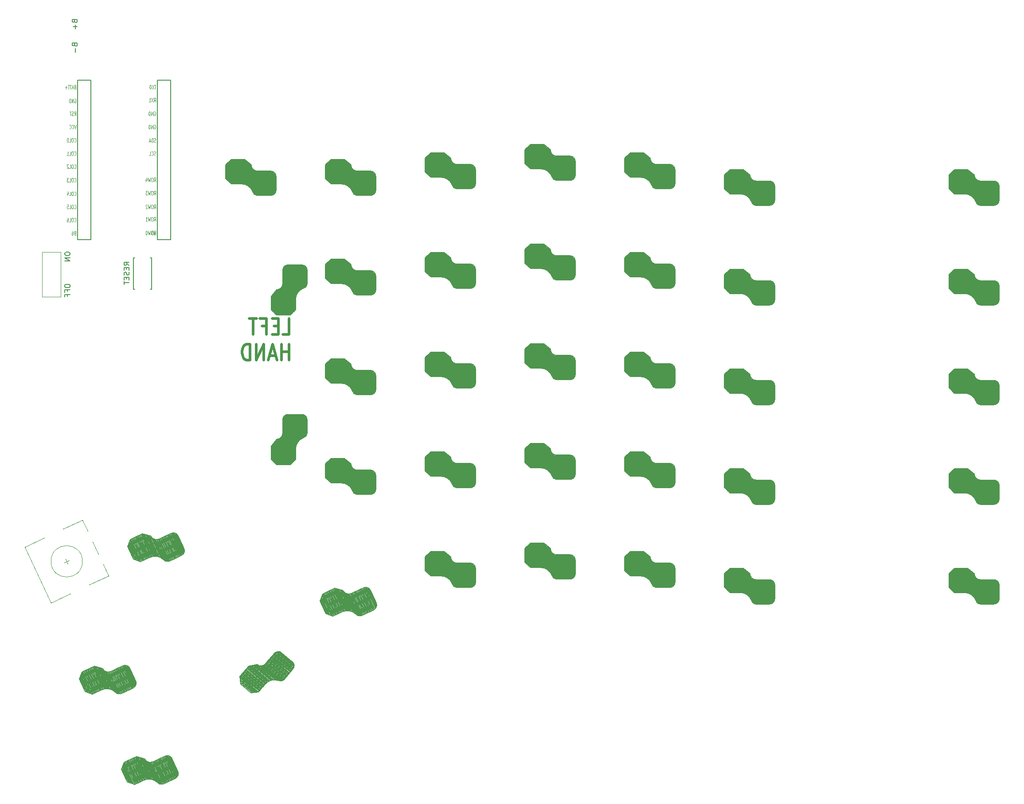
<source format=gbo>
%TF.GenerationSoftware,KiCad,Pcbnew,(6.0.5)*%
%TF.CreationDate,2022-08-07T14:06:45-06:00*%
%TF.ProjectId,ErgoDOX,4572676f-444f-4582-9e6b-696361645f70,rev?*%
%TF.SameCoordinates,Original*%
%TF.FileFunction,Legend,Bot*%
%TF.FilePolarity,Positive*%
%FSLAX46Y46*%
G04 Gerber Fmt 4.6, Leading zero omitted, Abs format (unit mm)*
G04 Created by KiCad (PCBNEW (6.0.5)) date 2022-08-07 14:06:45*
%MOMM*%
%LPD*%
G01*
G04 APERTURE LIST*
%ADD10C,0.508000*%
%ADD11C,0.125000*%
%ADD12C,0.150000*%
%ADD13C,0.120000*%
G04 APERTURE END LIST*
D10*
X75960514Y-99890217D02*
X77170038Y-99890217D01*
X77170038Y-96842217D01*
X75113847Y-98293645D02*
X74267180Y-98293645D01*
X73904323Y-99890217D02*
X75113847Y-99890217D01*
X75113847Y-96842217D01*
X73904323Y-96842217D01*
X71969085Y-98293645D02*
X72815752Y-98293645D01*
X72815752Y-99890217D02*
X72815752Y-96842217D01*
X71606228Y-96842217D01*
X71001466Y-96842217D02*
X69550038Y-96842217D01*
X70275752Y-99890217D02*
X70275752Y-96842217D01*
X77170038Y-104797497D02*
X77170038Y-101749497D01*
X77170038Y-103200925D02*
X75718609Y-103200925D01*
X75718609Y-104797497D02*
X75718609Y-101749497D01*
X74630038Y-103926640D02*
X73420514Y-103926640D01*
X74871942Y-104797497D02*
X74025276Y-101749497D01*
X73178609Y-104797497D01*
X72331942Y-104797497D02*
X72331942Y-101749497D01*
X70880514Y-104797497D01*
X70880514Y-101749497D01*
X69670990Y-104797497D02*
X69670990Y-101749497D01*
X69066228Y-101749497D01*
X68703371Y-101894640D01*
X68461466Y-102184925D01*
X68340514Y-102475211D01*
X68219561Y-103055782D01*
X68219561Y-103491211D01*
X68340514Y-104071782D01*
X68461466Y-104362068D01*
X68703371Y-104652354D01*
X69066228Y-104797497D01*
X69670990Y-104797497D01*
D11*
%TO.C,U1*%
X51350488Y-75864285D02*
X51517154Y-75507142D01*
X51636202Y-75864285D02*
X51636202Y-75114285D01*
X51445726Y-75114285D01*
X51398107Y-75150000D01*
X51374297Y-75185714D01*
X51350488Y-75257142D01*
X51350488Y-75364285D01*
X51374297Y-75435714D01*
X51398107Y-75471428D01*
X51445726Y-75507142D01*
X51636202Y-75507142D01*
X51040964Y-75114285D02*
X50945726Y-75114285D01*
X50898107Y-75150000D01*
X50850488Y-75221428D01*
X50826678Y-75364285D01*
X50826678Y-75614285D01*
X50850488Y-75757142D01*
X50898107Y-75828571D01*
X50945726Y-75864285D01*
X51040964Y-75864285D01*
X51088583Y-75828571D01*
X51136202Y-75757142D01*
X51160011Y-75614285D01*
X51160011Y-75364285D01*
X51136202Y-75221428D01*
X51088583Y-75150000D01*
X51040964Y-75114285D01*
X50660011Y-75114285D02*
X50540964Y-75864285D01*
X50445726Y-75328571D01*
X50350488Y-75864285D01*
X50231440Y-75114285D01*
X50064773Y-75185714D02*
X50040964Y-75150000D01*
X49993345Y-75114285D01*
X49874297Y-75114285D01*
X49826678Y-75150000D01*
X49802869Y-75185714D01*
X49779059Y-75257142D01*
X49779059Y-75328571D01*
X49802869Y-75435714D01*
X50088583Y-75864285D01*
X49779059Y-75864285D01*
X51374297Y-59875500D02*
X51421916Y-59839785D01*
X51493345Y-59839785D01*
X51564773Y-59875500D01*
X51612392Y-59946928D01*
X51636202Y-60018357D01*
X51660011Y-60161214D01*
X51660011Y-60268357D01*
X51636202Y-60411214D01*
X51612392Y-60482642D01*
X51564773Y-60554071D01*
X51493345Y-60589785D01*
X51445726Y-60589785D01*
X51374297Y-60554071D01*
X51350488Y-60518357D01*
X51350488Y-60268357D01*
X51445726Y-60268357D01*
X51136202Y-60589785D02*
X51136202Y-59839785D01*
X50850488Y-60589785D01*
X50850488Y-59839785D01*
X50612392Y-60589785D02*
X50612392Y-59839785D01*
X50493345Y-59839785D01*
X50421916Y-59875500D01*
X50374297Y-59946928D01*
X50350488Y-60018357D01*
X50326678Y-60161214D01*
X50326678Y-60268357D01*
X50350488Y-60411214D01*
X50374297Y-60482642D01*
X50421916Y-60554071D01*
X50493345Y-60589785D01*
X50612392Y-60589785D01*
X36150488Y-70678357D02*
X36174297Y-70714071D01*
X36245726Y-70749785D01*
X36293345Y-70749785D01*
X36364773Y-70714071D01*
X36412392Y-70642642D01*
X36436202Y-70571214D01*
X36460011Y-70428357D01*
X36460011Y-70321214D01*
X36436202Y-70178357D01*
X36412392Y-70106928D01*
X36364773Y-70035500D01*
X36293345Y-69999785D01*
X36245726Y-69999785D01*
X36174297Y-70035500D01*
X36150488Y-70071214D01*
X35840964Y-69999785D02*
X35745726Y-69999785D01*
X35698107Y-70035500D01*
X35650488Y-70106928D01*
X35626678Y-70249785D01*
X35626678Y-70499785D01*
X35650488Y-70642642D01*
X35698107Y-70714071D01*
X35745726Y-70749785D01*
X35840964Y-70749785D01*
X35888583Y-70714071D01*
X35936202Y-70642642D01*
X35960011Y-70499785D01*
X35960011Y-70249785D01*
X35936202Y-70106928D01*
X35888583Y-70035500D01*
X35840964Y-69999785D01*
X35174297Y-70749785D02*
X35412392Y-70749785D01*
X35412392Y-69999785D01*
X35055250Y-69999785D02*
X34745726Y-69999785D01*
X34912392Y-70285500D01*
X34840964Y-70285500D01*
X34793345Y-70321214D01*
X34769535Y-70356928D01*
X34745726Y-70428357D01*
X34745726Y-70606928D01*
X34769535Y-70678357D01*
X34793345Y-70714071D01*
X34840964Y-70749785D01*
X34983821Y-70749785D01*
X35031440Y-70714071D01*
X35055250Y-70678357D01*
X51350488Y-73226285D02*
X51517154Y-72869142D01*
X51636202Y-73226285D02*
X51636202Y-72476285D01*
X51445726Y-72476285D01*
X51398107Y-72512000D01*
X51374297Y-72547714D01*
X51350488Y-72619142D01*
X51350488Y-72726285D01*
X51374297Y-72797714D01*
X51398107Y-72833428D01*
X51445726Y-72869142D01*
X51636202Y-72869142D01*
X51040964Y-72476285D02*
X50945726Y-72476285D01*
X50898107Y-72512000D01*
X50850488Y-72583428D01*
X50826678Y-72726285D01*
X50826678Y-72976285D01*
X50850488Y-73119142D01*
X50898107Y-73190571D01*
X50945726Y-73226285D01*
X51040964Y-73226285D01*
X51088583Y-73190571D01*
X51136202Y-73119142D01*
X51160011Y-72976285D01*
X51160011Y-72726285D01*
X51136202Y-72583428D01*
X51088583Y-72512000D01*
X51040964Y-72476285D01*
X50660011Y-72476285D02*
X50540964Y-73226285D01*
X50445726Y-72690571D01*
X50350488Y-73226285D01*
X50231440Y-72476285D01*
X50088583Y-72476285D02*
X49779059Y-72476285D01*
X49945726Y-72762000D01*
X49874297Y-72762000D01*
X49826678Y-72797714D01*
X49802869Y-72833428D01*
X49779059Y-72904857D01*
X49779059Y-73083428D01*
X49802869Y-73154857D01*
X49826678Y-73190571D01*
X49874297Y-73226285D01*
X50017154Y-73226285D01*
X50064773Y-73190571D01*
X50088583Y-73154857D01*
X36150488Y-63058357D02*
X36174297Y-63094071D01*
X36245726Y-63129785D01*
X36293345Y-63129785D01*
X36364773Y-63094071D01*
X36412392Y-63022642D01*
X36436202Y-62951214D01*
X36460011Y-62808357D01*
X36460011Y-62701214D01*
X36436202Y-62558357D01*
X36412392Y-62486928D01*
X36364773Y-62415500D01*
X36293345Y-62379785D01*
X36245726Y-62379785D01*
X36174297Y-62415500D01*
X36150488Y-62451214D01*
X35840964Y-62379785D02*
X35745726Y-62379785D01*
X35698107Y-62415500D01*
X35650488Y-62486928D01*
X35626678Y-62629785D01*
X35626678Y-62879785D01*
X35650488Y-63022642D01*
X35698107Y-63094071D01*
X35745726Y-63129785D01*
X35840964Y-63129785D01*
X35888583Y-63094071D01*
X35936202Y-63022642D01*
X35960011Y-62879785D01*
X35960011Y-62629785D01*
X35936202Y-62486928D01*
X35888583Y-62415500D01*
X35840964Y-62379785D01*
X35174297Y-63129785D02*
X35412392Y-63129785D01*
X35412392Y-62379785D01*
X34912392Y-62379785D02*
X34864773Y-62379785D01*
X34817154Y-62415500D01*
X34793345Y-62451214D01*
X34769535Y-62522642D01*
X34745726Y-62665500D01*
X34745726Y-62844071D01*
X34769535Y-62986928D01*
X34793345Y-63058357D01*
X34817154Y-63094071D01*
X34864773Y-63129785D01*
X34912392Y-63129785D01*
X34960011Y-63094071D01*
X34983821Y-63058357D01*
X35007630Y-62986928D01*
X35031440Y-62844071D01*
X35031440Y-62665500D01*
X35007630Y-62522642D01*
X34983821Y-62451214D01*
X34960011Y-62415500D01*
X34912392Y-62379785D01*
X36269535Y-80516928D02*
X36198107Y-80552642D01*
X36174297Y-80588357D01*
X36150488Y-80659785D01*
X36150488Y-80766928D01*
X36174297Y-80838357D01*
X36198107Y-80874071D01*
X36245726Y-80909785D01*
X36436202Y-80909785D01*
X36436202Y-80159785D01*
X36269535Y-80159785D01*
X36221916Y-80195500D01*
X36198107Y-80231214D01*
X36174297Y-80302642D01*
X36174297Y-80374071D01*
X36198107Y-80445500D01*
X36221916Y-80481214D01*
X36269535Y-80516928D01*
X36436202Y-80516928D01*
X35721916Y-80159785D02*
X35817154Y-80159785D01*
X35864773Y-80195500D01*
X35888583Y-80231214D01*
X35936202Y-80338357D01*
X35960011Y-80481214D01*
X35960011Y-80766928D01*
X35936202Y-80838357D01*
X35912392Y-80874071D01*
X35864773Y-80909785D01*
X35769535Y-80909785D01*
X35721916Y-80874071D01*
X35698107Y-80838357D01*
X35674297Y-80766928D01*
X35674297Y-80588357D01*
X35698107Y-80516928D01*
X35721916Y-80481214D01*
X35769535Y-80445500D01*
X35864773Y-80445500D01*
X35912392Y-80481214D01*
X35936202Y-80516928D01*
X35960011Y-80588357D01*
X36174297Y-54900000D02*
X36221916Y-54864285D01*
X36293345Y-54864285D01*
X36364773Y-54900000D01*
X36412392Y-54971428D01*
X36436202Y-55042857D01*
X36460011Y-55185714D01*
X36460011Y-55292857D01*
X36436202Y-55435714D01*
X36412392Y-55507142D01*
X36364773Y-55578571D01*
X36293345Y-55614285D01*
X36245726Y-55614285D01*
X36174297Y-55578571D01*
X36150488Y-55542857D01*
X36150488Y-55292857D01*
X36245726Y-55292857D01*
X35936202Y-55614285D02*
X35936202Y-54864285D01*
X35650488Y-55614285D01*
X35650488Y-54864285D01*
X35412392Y-55614285D02*
X35412392Y-54864285D01*
X35293345Y-54864285D01*
X35221916Y-54900000D01*
X35174297Y-54971428D01*
X35150488Y-55042857D01*
X35126678Y-55185714D01*
X35126678Y-55292857D01*
X35150488Y-55435714D01*
X35174297Y-55507142D01*
X35221916Y-55578571D01*
X35293345Y-55614285D01*
X35412392Y-55614285D01*
X36150488Y-68074857D02*
X36174297Y-68110571D01*
X36245726Y-68146285D01*
X36293345Y-68146285D01*
X36364773Y-68110571D01*
X36412392Y-68039142D01*
X36436202Y-67967714D01*
X36460011Y-67824857D01*
X36460011Y-67717714D01*
X36436202Y-67574857D01*
X36412392Y-67503428D01*
X36364773Y-67432000D01*
X36293345Y-67396285D01*
X36245726Y-67396285D01*
X36174297Y-67432000D01*
X36150488Y-67467714D01*
X35840964Y-67396285D02*
X35745726Y-67396285D01*
X35698107Y-67432000D01*
X35650488Y-67503428D01*
X35626678Y-67646285D01*
X35626678Y-67896285D01*
X35650488Y-68039142D01*
X35698107Y-68110571D01*
X35745726Y-68146285D01*
X35840964Y-68146285D01*
X35888583Y-68110571D01*
X35936202Y-68039142D01*
X35960011Y-67896285D01*
X35960011Y-67646285D01*
X35936202Y-67503428D01*
X35888583Y-67432000D01*
X35840964Y-67396285D01*
X35174297Y-68146285D02*
X35412392Y-68146285D01*
X35412392Y-67396285D01*
X35031440Y-67467714D02*
X35007630Y-67432000D01*
X34960011Y-67396285D01*
X34840964Y-67396285D01*
X34793345Y-67432000D01*
X34769535Y-67467714D01*
X34745726Y-67539142D01*
X34745726Y-67610571D01*
X34769535Y-67717714D01*
X35055250Y-68146285D01*
X34745726Y-68146285D01*
X51350488Y-80846285D02*
X51517154Y-80489142D01*
X51636202Y-80846285D02*
X51636202Y-80096285D01*
X51445726Y-80096285D01*
X51398107Y-80132000D01*
X51374297Y-80167714D01*
X51350488Y-80239142D01*
X51350488Y-80346285D01*
X51374297Y-80417714D01*
X51398107Y-80453428D01*
X51445726Y-80489142D01*
X51636202Y-80489142D01*
X51040964Y-80096285D02*
X50945726Y-80096285D01*
X50898107Y-80132000D01*
X50850488Y-80203428D01*
X50826678Y-80346285D01*
X50826678Y-80596285D01*
X50850488Y-80739142D01*
X50898107Y-80810571D01*
X50945726Y-80846285D01*
X51040964Y-80846285D01*
X51088583Y-80810571D01*
X51136202Y-80739142D01*
X51160011Y-80596285D01*
X51160011Y-80346285D01*
X51136202Y-80203428D01*
X51088583Y-80132000D01*
X51040964Y-80096285D01*
X50660011Y-80096285D02*
X50540964Y-80846285D01*
X50445726Y-80310571D01*
X50350488Y-80846285D01*
X50231440Y-80096285D01*
X49945726Y-80096285D02*
X49898107Y-80096285D01*
X49850488Y-80132000D01*
X49826678Y-80167714D01*
X49802869Y-80239142D01*
X49779059Y-80382000D01*
X49779059Y-80560571D01*
X49802869Y-80703428D01*
X49826678Y-80774857D01*
X49850488Y-80810571D01*
X49898107Y-80846285D01*
X49945726Y-80846285D01*
X49993345Y-80810571D01*
X50017154Y-80774857D01*
X50040964Y-80703428D01*
X50064773Y-80560571D01*
X50064773Y-80382000D01*
X50040964Y-80239142D01*
X50017154Y-80167714D01*
X49993345Y-80132000D01*
X49945726Y-80096285D01*
X36150488Y-75792857D02*
X36174297Y-75828571D01*
X36245726Y-75864285D01*
X36293345Y-75864285D01*
X36364773Y-75828571D01*
X36412392Y-75757142D01*
X36436202Y-75685714D01*
X36460011Y-75542857D01*
X36460011Y-75435714D01*
X36436202Y-75292857D01*
X36412392Y-75221428D01*
X36364773Y-75150000D01*
X36293345Y-75114285D01*
X36245726Y-75114285D01*
X36174297Y-75150000D01*
X36150488Y-75185714D01*
X35840964Y-75114285D02*
X35745726Y-75114285D01*
X35698107Y-75150000D01*
X35650488Y-75221428D01*
X35626678Y-75364285D01*
X35626678Y-75614285D01*
X35650488Y-75757142D01*
X35698107Y-75828571D01*
X35745726Y-75864285D01*
X35840964Y-75864285D01*
X35888583Y-75828571D01*
X35936202Y-75757142D01*
X35960011Y-75614285D01*
X35960011Y-75364285D01*
X35936202Y-75221428D01*
X35888583Y-75150000D01*
X35840964Y-75114285D01*
X35174297Y-75864285D02*
X35412392Y-75864285D01*
X35412392Y-75114285D01*
X34769535Y-75114285D02*
X35007630Y-75114285D01*
X35031440Y-75471428D01*
X35007630Y-75435714D01*
X34960011Y-75400000D01*
X34840964Y-75400000D01*
X34793345Y-75435714D01*
X34769535Y-75471428D01*
X34745726Y-75542857D01*
X34745726Y-75721428D01*
X34769535Y-75792857D01*
X34793345Y-75828571D01*
X34840964Y-75864285D01*
X34960011Y-75864285D01*
X35007630Y-75828571D01*
X35031440Y-75792857D01*
X36507630Y-59839785D02*
X36340964Y-60589785D01*
X36174297Y-59839785D01*
X35721916Y-60518357D02*
X35745726Y-60554071D01*
X35817154Y-60589785D01*
X35864773Y-60589785D01*
X35936202Y-60554071D01*
X35983821Y-60482642D01*
X36007630Y-60411214D01*
X36031440Y-60268357D01*
X36031440Y-60161214D01*
X36007630Y-60018357D01*
X35983821Y-59946928D01*
X35936202Y-59875500D01*
X35864773Y-59839785D01*
X35817154Y-59839785D01*
X35745726Y-59875500D01*
X35721916Y-59911214D01*
X35221916Y-60518357D02*
X35245726Y-60554071D01*
X35317154Y-60589785D01*
X35364773Y-60589785D01*
X35436202Y-60554071D01*
X35483821Y-60482642D01*
X35507630Y-60411214D01*
X35531440Y-60268357D01*
X35531440Y-60161214D01*
X35507630Y-60018357D01*
X35483821Y-59946928D01*
X35436202Y-59875500D01*
X35364773Y-59839785D01*
X35317154Y-59839785D01*
X35245726Y-59875500D01*
X35221916Y-59911214D01*
X36269535Y-52576928D02*
X36198107Y-52612642D01*
X36174297Y-52648357D01*
X36150488Y-52719785D01*
X36150488Y-52826928D01*
X36174297Y-52898357D01*
X36198107Y-52934071D01*
X36245726Y-52969785D01*
X36436202Y-52969785D01*
X36436202Y-52219785D01*
X36269535Y-52219785D01*
X36221916Y-52255500D01*
X36198107Y-52291214D01*
X36174297Y-52362642D01*
X36174297Y-52434071D01*
X36198107Y-52505500D01*
X36221916Y-52541214D01*
X36269535Y-52576928D01*
X36436202Y-52576928D01*
X35960011Y-52755500D02*
X35721916Y-52755500D01*
X36007630Y-52969785D02*
X35840964Y-52219785D01*
X35674297Y-52969785D01*
X35579059Y-52219785D02*
X35293345Y-52219785D01*
X35436202Y-52969785D02*
X35436202Y-52219785D01*
X35198107Y-52219785D02*
X34912392Y-52219785D01*
X35055250Y-52969785D02*
X35055250Y-52219785D01*
X34745726Y-52684071D02*
X34364773Y-52684071D01*
X34555250Y-52969785D02*
X34555250Y-52398357D01*
X51350488Y-55446285D02*
X51517154Y-55089142D01*
X51636202Y-55446285D02*
X51636202Y-54696285D01*
X51445726Y-54696285D01*
X51398107Y-54732000D01*
X51374297Y-54767714D01*
X51350488Y-54839142D01*
X51350488Y-54946285D01*
X51374297Y-55017714D01*
X51398107Y-55053428D01*
X51445726Y-55089142D01*
X51636202Y-55089142D01*
X51183821Y-54696285D02*
X50850488Y-55446285D01*
X50850488Y-54696285D02*
X51183821Y-55446285D01*
X50398107Y-55446285D02*
X50683821Y-55446285D01*
X50540964Y-55446285D02*
X50540964Y-54696285D01*
X50588583Y-54803428D01*
X50636202Y-54874857D01*
X50683821Y-54910571D01*
X51660011Y-65634071D02*
X51588583Y-65669785D01*
X51469535Y-65669785D01*
X51421916Y-65634071D01*
X51398107Y-65598357D01*
X51374297Y-65526928D01*
X51374297Y-65455500D01*
X51398107Y-65384071D01*
X51421916Y-65348357D01*
X51469535Y-65312642D01*
X51564773Y-65276928D01*
X51612392Y-65241214D01*
X51636202Y-65205500D01*
X51660011Y-65134071D01*
X51660011Y-65062642D01*
X51636202Y-64991214D01*
X51612392Y-64955500D01*
X51564773Y-64919785D01*
X51445726Y-64919785D01*
X51374297Y-64955500D01*
X50874297Y-65598357D02*
X50898107Y-65634071D01*
X50969535Y-65669785D01*
X51017154Y-65669785D01*
X51088583Y-65634071D01*
X51136202Y-65562642D01*
X51160011Y-65491214D01*
X51183821Y-65348357D01*
X51183821Y-65241214D01*
X51160011Y-65098357D01*
X51136202Y-65026928D01*
X51088583Y-64955500D01*
X51017154Y-64919785D01*
X50969535Y-64919785D01*
X50898107Y-64955500D01*
X50874297Y-64991214D01*
X50421916Y-65669785D02*
X50660011Y-65669785D01*
X50660011Y-64919785D01*
X36150488Y-78298357D02*
X36174297Y-78334071D01*
X36245726Y-78369785D01*
X36293345Y-78369785D01*
X36364773Y-78334071D01*
X36412392Y-78262642D01*
X36436202Y-78191214D01*
X36460011Y-78048357D01*
X36460011Y-77941214D01*
X36436202Y-77798357D01*
X36412392Y-77726928D01*
X36364773Y-77655500D01*
X36293345Y-77619785D01*
X36245726Y-77619785D01*
X36174297Y-77655500D01*
X36150488Y-77691214D01*
X35840964Y-77619785D02*
X35745726Y-77619785D01*
X35698107Y-77655500D01*
X35650488Y-77726928D01*
X35626678Y-77869785D01*
X35626678Y-78119785D01*
X35650488Y-78262642D01*
X35698107Y-78334071D01*
X35745726Y-78369785D01*
X35840964Y-78369785D01*
X35888583Y-78334071D01*
X35936202Y-78262642D01*
X35960011Y-78119785D01*
X35960011Y-77869785D01*
X35936202Y-77726928D01*
X35888583Y-77655500D01*
X35840964Y-77619785D01*
X35174297Y-78369785D02*
X35412392Y-78369785D01*
X35412392Y-77619785D01*
X34793345Y-77619785D02*
X34888583Y-77619785D01*
X34936202Y-77655500D01*
X34960011Y-77691214D01*
X35007630Y-77798357D01*
X35031440Y-77941214D01*
X35031440Y-78226928D01*
X35007630Y-78298357D01*
X34983821Y-78334071D01*
X34936202Y-78369785D01*
X34840964Y-78369785D01*
X34793345Y-78334071D01*
X34769535Y-78298357D01*
X34745726Y-78226928D01*
X34745726Y-78048357D01*
X34769535Y-77976928D01*
X34793345Y-77941214D01*
X34840964Y-77905500D01*
X34936202Y-77905500D01*
X34983821Y-77941214D01*
X35007630Y-77976928D01*
X35031440Y-78048357D01*
X51660011Y-63128571D02*
X51588583Y-63164285D01*
X51469535Y-63164285D01*
X51421916Y-63128571D01*
X51398107Y-63092857D01*
X51374297Y-63021428D01*
X51374297Y-62950000D01*
X51398107Y-62878571D01*
X51421916Y-62842857D01*
X51469535Y-62807142D01*
X51564773Y-62771428D01*
X51612392Y-62735714D01*
X51636202Y-62700000D01*
X51660011Y-62628571D01*
X51660011Y-62557142D01*
X51636202Y-62485714D01*
X51612392Y-62450000D01*
X51564773Y-62414285D01*
X51445726Y-62414285D01*
X51374297Y-62450000D01*
X51160011Y-63164285D02*
X51160011Y-62414285D01*
X51040964Y-62414285D01*
X50969535Y-62450000D01*
X50921916Y-62521428D01*
X50898107Y-62592857D01*
X50874297Y-62735714D01*
X50874297Y-62842857D01*
X50898107Y-62985714D01*
X50921916Y-63057142D01*
X50969535Y-63128571D01*
X51040964Y-63164285D01*
X51160011Y-63164285D01*
X50683821Y-62950000D02*
X50445726Y-62950000D01*
X50731440Y-63164285D02*
X50564773Y-62414285D01*
X50398107Y-63164285D01*
X36150488Y-65598357D02*
X36174297Y-65634071D01*
X36245726Y-65669785D01*
X36293345Y-65669785D01*
X36364773Y-65634071D01*
X36412392Y-65562642D01*
X36436202Y-65491214D01*
X36460011Y-65348357D01*
X36460011Y-65241214D01*
X36436202Y-65098357D01*
X36412392Y-65026928D01*
X36364773Y-64955500D01*
X36293345Y-64919785D01*
X36245726Y-64919785D01*
X36174297Y-64955500D01*
X36150488Y-64991214D01*
X35840964Y-64919785D02*
X35745726Y-64919785D01*
X35698107Y-64955500D01*
X35650488Y-65026928D01*
X35626678Y-65169785D01*
X35626678Y-65419785D01*
X35650488Y-65562642D01*
X35698107Y-65634071D01*
X35745726Y-65669785D01*
X35840964Y-65669785D01*
X35888583Y-65634071D01*
X35936202Y-65562642D01*
X35960011Y-65419785D01*
X35960011Y-65169785D01*
X35936202Y-65026928D01*
X35888583Y-64955500D01*
X35840964Y-64919785D01*
X35174297Y-65669785D02*
X35412392Y-65669785D01*
X35412392Y-64919785D01*
X34745726Y-65669785D02*
X35031440Y-65669785D01*
X34888583Y-65669785D02*
X34888583Y-64919785D01*
X34936202Y-65026928D01*
X34983821Y-65098357D01*
X35031440Y-65134071D01*
X51350488Y-78242785D02*
X51517154Y-77885642D01*
X51636202Y-78242785D02*
X51636202Y-77492785D01*
X51445726Y-77492785D01*
X51398107Y-77528500D01*
X51374297Y-77564214D01*
X51350488Y-77635642D01*
X51350488Y-77742785D01*
X51374297Y-77814214D01*
X51398107Y-77849928D01*
X51445726Y-77885642D01*
X51636202Y-77885642D01*
X51040964Y-77492785D02*
X50945726Y-77492785D01*
X50898107Y-77528500D01*
X50850488Y-77599928D01*
X50826678Y-77742785D01*
X50826678Y-77992785D01*
X50850488Y-78135642D01*
X50898107Y-78207071D01*
X50945726Y-78242785D01*
X51040964Y-78242785D01*
X51088583Y-78207071D01*
X51136202Y-78135642D01*
X51160011Y-77992785D01*
X51160011Y-77742785D01*
X51136202Y-77599928D01*
X51088583Y-77528500D01*
X51040964Y-77492785D01*
X50660011Y-77492785D02*
X50540964Y-78242785D01*
X50445726Y-77707071D01*
X50350488Y-78242785D01*
X50231440Y-77492785D01*
X49779059Y-78242785D02*
X50064773Y-78242785D01*
X49921916Y-78242785D02*
X49921916Y-77492785D01*
X49969535Y-77599928D01*
X50017154Y-77671357D01*
X50064773Y-77707071D01*
X51374297Y-57335500D02*
X51421916Y-57299785D01*
X51493345Y-57299785D01*
X51564773Y-57335500D01*
X51612392Y-57406928D01*
X51636202Y-57478357D01*
X51660011Y-57621214D01*
X51660011Y-57728357D01*
X51636202Y-57871214D01*
X51612392Y-57942642D01*
X51564773Y-58014071D01*
X51493345Y-58049785D01*
X51445726Y-58049785D01*
X51374297Y-58014071D01*
X51350488Y-57978357D01*
X51350488Y-57728357D01*
X51445726Y-57728357D01*
X51136202Y-58049785D02*
X51136202Y-57299785D01*
X50850488Y-58049785D01*
X50850488Y-57299785D01*
X50612392Y-58049785D02*
X50612392Y-57299785D01*
X50493345Y-57299785D01*
X50421916Y-57335500D01*
X50374297Y-57406928D01*
X50350488Y-57478357D01*
X50326678Y-57621214D01*
X50326678Y-57728357D01*
X50350488Y-57871214D01*
X50374297Y-57942642D01*
X50421916Y-58014071D01*
X50493345Y-58049785D01*
X50612392Y-58049785D01*
X51707630Y-52219785D02*
X51421916Y-52219785D01*
X51564773Y-52969785D02*
X51564773Y-52219785D01*
X51302869Y-52219785D02*
X50969535Y-52969785D01*
X50969535Y-52219785D02*
X51302869Y-52969785D01*
X50683821Y-52219785D02*
X50636202Y-52219785D01*
X50588583Y-52255500D01*
X50564773Y-52291214D01*
X50540964Y-52362642D01*
X50517154Y-52505500D01*
X50517154Y-52684071D01*
X50540964Y-52826928D01*
X50564773Y-52898357D01*
X50588583Y-52934071D01*
X50636202Y-52969785D01*
X50683821Y-52969785D01*
X50731440Y-52934071D01*
X50755250Y-52898357D01*
X50779059Y-52826928D01*
X50802869Y-52684071D01*
X50802869Y-52505500D01*
X50779059Y-52362642D01*
X50755250Y-52291214D01*
X50731440Y-52255500D01*
X50683821Y-52219785D01*
X36150488Y-58049785D02*
X36317154Y-57692642D01*
X36436202Y-58049785D02*
X36436202Y-57299785D01*
X36245726Y-57299785D01*
X36198107Y-57335500D01*
X36174297Y-57371214D01*
X36150488Y-57442642D01*
X36150488Y-57549785D01*
X36174297Y-57621214D01*
X36198107Y-57656928D01*
X36245726Y-57692642D01*
X36436202Y-57692642D01*
X35960011Y-58014071D02*
X35888583Y-58049785D01*
X35769535Y-58049785D01*
X35721916Y-58014071D01*
X35698107Y-57978357D01*
X35674297Y-57906928D01*
X35674297Y-57835500D01*
X35698107Y-57764071D01*
X35721916Y-57728357D01*
X35769535Y-57692642D01*
X35864773Y-57656928D01*
X35912392Y-57621214D01*
X35936202Y-57585500D01*
X35960011Y-57514071D01*
X35960011Y-57442642D01*
X35936202Y-57371214D01*
X35912392Y-57335500D01*
X35864773Y-57299785D01*
X35745726Y-57299785D01*
X35674297Y-57335500D01*
X35531440Y-57299785D02*
X35245726Y-57299785D01*
X35388583Y-58049785D02*
X35388583Y-57299785D01*
X51350488Y-70714285D02*
X51517154Y-70357142D01*
X51636202Y-70714285D02*
X51636202Y-69964285D01*
X51445726Y-69964285D01*
X51398107Y-70000000D01*
X51374297Y-70035714D01*
X51350488Y-70107142D01*
X51350488Y-70214285D01*
X51374297Y-70285714D01*
X51398107Y-70321428D01*
X51445726Y-70357142D01*
X51636202Y-70357142D01*
X51040964Y-69964285D02*
X50945726Y-69964285D01*
X50898107Y-70000000D01*
X50850488Y-70071428D01*
X50826678Y-70214285D01*
X50826678Y-70464285D01*
X50850488Y-70607142D01*
X50898107Y-70678571D01*
X50945726Y-70714285D01*
X51040964Y-70714285D01*
X51088583Y-70678571D01*
X51136202Y-70607142D01*
X51160011Y-70464285D01*
X51160011Y-70214285D01*
X51136202Y-70071428D01*
X51088583Y-70000000D01*
X51040964Y-69964285D01*
X50660011Y-69964285D02*
X50540964Y-70714285D01*
X50445726Y-70178571D01*
X50350488Y-70714285D01*
X50231440Y-69964285D01*
X49826678Y-70214285D02*
X49826678Y-70714285D01*
X49945726Y-69928571D02*
X50064773Y-70464285D01*
X49755250Y-70464285D01*
X36150488Y-73281857D02*
X36174297Y-73317571D01*
X36245726Y-73353285D01*
X36293345Y-73353285D01*
X36364773Y-73317571D01*
X36412392Y-73246142D01*
X36436202Y-73174714D01*
X36460011Y-73031857D01*
X36460011Y-72924714D01*
X36436202Y-72781857D01*
X36412392Y-72710428D01*
X36364773Y-72639000D01*
X36293345Y-72603285D01*
X36245726Y-72603285D01*
X36174297Y-72639000D01*
X36150488Y-72674714D01*
X35840964Y-72603285D02*
X35745726Y-72603285D01*
X35698107Y-72639000D01*
X35650488Y-72710428D01*
X35626678Y-72853285D01*
X35626678Y-73103285D01*
X35650488Y-73246142D01*
X35698107Y-73317571D01*
X35745726Y-73353285D01*
X35840964Y-73353285D01*
X35888583Y-73317571D01*
X35936202Y-73246142D01*
X35960011Y-73103285D01*
X35960011Y-72853285D01*
X35936202Y-72710428D01*
X35888583Y-72639000D01*
X35840964Y-72603285D01*
X35174297Y-73353285D02*
X35412392Y-73353285D01*
X35412392Y-72603285D01*
X34793345Y-72853285D02*
X34793345Y-73353285D01*
X34912392Y-72567571D02*
X35031440Y-73103285D01*
X34721916Y-73103285D01*
X51469535Y-80453428D02*
X51398107Y-80489142D01*
X51374297Y-80524857D01*
X51350488Y-80596285D01*
X51350488Y-80703428D01*
X51374297Y-80774857D01*
X51398107Y-80810571D01*
X51445726Y-80846285D01*
X51636202Y-80846285D01*
X51636202Y-80096285D01*
X51469535Y-80096285D01*
X51421916Y-80132000D01*
X51398107Y-80167714D01*
X51374297Y-80239142D01*
X51374297Y-80310571D01*
X51398107Y-80382000D01*
X51421916Y-80417714D01*
X51469535Y-80453428D01*
X51636202Y-80453428D01*
X50898107Y-80096285D02*
X51136202Y-80096285D01*
X51160011Y-80453428D01*
X51136202Y-80417714D01*
X51088583Y-80382000D01*
X50969535Y-80382000D01*
X50921916Y-80417714D01*
X50898107Y-80453428D01*
X50874297Y-80524857D01*
X50874297Y-80703428D01*
X50898107Y-80774857D01*
X50921916Y-80810571D01*
X50969535Y-80846285D01*
X51088583Y-80846285D01*
X51136202Y-80810571D01*
X51160011Y-80774857D01*
D12*
%TO.C,BATTERY*%
X36208571Y-40022380D02*
X36256190Y-40165238D01*
X36303809Y-40212857D01*
X36399047Y-40260476D01*
X36541904Y-40260476D01*
X36637142Y-40212857D01*
X36684761Y-40165238D01*
X36732380Y-40070000D01*
X36732380Y-39689047D01*
X35732380Y-39689047D01*
X35732380Y-40022380D01*
X35780000Y-40117619D01*
X35827619Y-40165238D01*
X35922857Y-40212857D01*
X36018095Y-40212857D01*
X36113333Y-40165238D01*
X36160952Y-40117619D01*
X36208571Y-40022380D01*
X36208571Y-39689047D01*
X36351428Y-40689047D02*
X36351428Y-41450952D01*
X36732380Y-41070000D02*
X35970476Y-41070000D01*
X36208571Y-44522380D02*
X36256190Y-44665238D01*
X36303809Y-44712857D01*
X36399047Y-44760476D01*
X36541904Y-44760476D01*
X36637142Y-44712857D01*
X36684761Y-44665238D01*
X36732380Y-44570000D01*
X36732380Y-44189047D01*
X35732380Y-44189047D01*
X35732380Y-44522380D01*
X35780000Y-44617619D01*
X35827619Y-44665238D01*
X35922857Y-44712857D01*
X36018095Y-44712857D01*
X36113333Y-44665238D01*
X36160952Y-44617619D01*
X36208571Y-44522380D01*
X36208571Y-44189047D01*
X36351428Y-45189047D02*
X36351428Y-45950952D01*
%TO.C,BSW1*%
X34317380Y-90529619D02*
X34317380Y-90720095D01*
X34365000Y-90815333D01*
X34460238Y-90910571D01*
X34650714Y-90958190D01*
X34984047Y-90958190D01*
X35174523Y-90910571D01*
X35269761Y-90815333D01*
X35317380Y-90720095D01*
X35317380Y-90529619D01*
X35269761Y-90434380D01*
X35174523Y-90339142D01*
X34984047Y-90291523D01*
X34650714Y-90291523D01*
X34460238Y-90339142D01*
X34365000Y-90434380D01*
X34317380Y-90529619D01*
X34793571Y-91720095D02*
X34793571Y-91386761D01*
X35317380Y-91386761D02*
X34317380Y-91386761D01*
X34317380Y-91862952D01*
X34793571Y-92577238D02*
X34793571Y-92243904D01*
X35317380Y-92243904D02*
X34317380Y-92243904D01*
X34317380Y-92720095D01*
X34317380Y-84386952D02*
X34317380Y-84577428D01*
X34365000Y-84672666D01*
X34460238Y-84767904D01*
X34650714Y-84815523D01*
X34984047Y-84815523D01*
X35174523Y-84767904D01*
X35269761Y-84672666D01*
X35317380Y-84577428D01*
X35317380Y-84386952D01*
X35269761Y-84291714D01*
X35174523Y-84196476D01*
X34984047Y-84148857D01*
X34650714Y-84148857D01*
X34460238Y-84196476D01*
X34365000Y-84291714D01*
X34317380Y-84386952D01*
X35317380Y-85244095D02*
X34317380Y-85244095D01*
X35317380Y-85815523D01*
X34317380Y-85815523D01*
%TO.C,RSW1*%
X46626780Y-86685619D02*
X46150590Y-86352285D01*
X46626780Y-86114190D02*
X45626780Y-86114190D01*
X45626780Y-86495142D01*
X45674400Y-86590380D01*
X45722019Y-86638000D01*
X45817257Y-86685619D01*
X45960114Y-86685619D01*
X46055352Y-86638000D01*
X46102971Y-86590380D01*
X46150590Y-86495142D01*
X46150590Y-86114190D01*
X46102971Y-87114190D02*
X46102971Y-87447523D01*
X46626780Y-87590380D02*
X46626780Y-87114190D01*
X45626780Y-87114190D01*
X45626780Y-87590380D01*
X46579161Y-87971333D02*
X46626780Y-88114190D01*
X46626780Y-88352285D01*
X46579161Y-88447523D01*
X46531542Y-88495142D01*
X46436304Y-88542761D01*
X46341066Y-88542761D01*
X46245828Y-88495142D01*
X46198209Y-88447523D01*
X46150590Y-88352285D01*
X46102971Y-88161809D01*
X46055352Y-88066571D01*
X46007733Y-88018952D01*
X45912495Y-87971333D01*
X45817257Y-87971333D01*
X45722019Y-88018952D01*
X45674400Y-88066571D01*
X45626780Y-88161809D01*
X45626780Y-88399904D01*
X45674400Y-88542761D01*
X46102971Y-88971333D02*
X46102971Y-89304666D01*
X46626780Y-89447523D02*
X46626780Y-88971333D01*
X45626780Y-88971333D01*
X45626780Y-89447523D01*
X45626780Y-89733238D02*
X45626780Y-90304666D01*
X46626780Y-90018952D02*
X45626780Y-90018952D01*
%TO.C,SW1:10*%
X127440000Y-145980000D02*
X127440000Y-141780000D01*
X131840000Y-143005000D02*
X131840000Y-145655000D01*
X125540000Y-144480000D02*
X125540000Y-139830000D01*
X131590000Y-146230000D02*
X131590000Y-142480000D01*
X130790000Y-146630000D02*
X130790000Y-142030000D01*
X125240000Y-144455000D02*
X123265000Y-144455000D01*
X125840000Y-144480000D02*
X125840000Y-139880000D01*
X131390000Y-146430000D02*
X131390000Y-142230000D01*
X129290000Y-146630000D02*
X129290000Y-142030000D01*
X129740000Y-146630000D02*
X129740000Y-142030000D01*
X122540000Y-143680000D02*
X122540000Y-140530000D01*
X127040000Y-145280000D02*
X127040000Y-140830000D01*
X126740000Y-144980000D02*
X126740000Y-140580000D01*
X126440000Y-144780000D02*
X126440000Y-140330000D01*
X125990000Y-144530000D02*
X125990000Y-139980000D01*
X127940000Y-146580000D02*
X127940000Y-142030000D01*
X129440000Y-146630000D02*
X129440000Y-142030000D01*
X124040000Y-144430000D02*
X124040000Y-139830000D01*
X122990000Y-144180000D02*
X122990000Y-140080000D01*
X130940000Y-146630000D02*
X130940000Y-142080000D01*
X129890000Y-146630000D02*
X129890000Y-142030000D01*
X125690000Y-144480000D02*
X125690000Y-139830000D01*
X125090000Y-144430000D02*
X125090000Y-139830000D01*
X122240000Y-143430000D02*
X123265000Y-144455000D01*
X126590000Y-144880000D02*
X126590000Y-140480000D01*
X126290000Y-144680000D02*
X126290000Y-140230000D01*
X127340000Y-145830000D02*
X127340000Y-141680000D01*
X128840000Y-146630000D02*
X128840000Y-142030000D01*
X128990000Y-146630000D02*
X128990000Y-142030000D01*
X125390000Y-144430000D02*
X125390000Y-139880000D01*
X125815000Y-139805000D02*
X123265000Y-139805000D01*
X127540000Y-146230000D02*
X127540000Y-141830000D01*
X129140000Y-146630000D02*
X129140000Y-142030000D01*
X123890000Y-144430000D02*
X123890000Y-139830000D01*
X130840000Y-142005000D02*
X128265000Y-142005000D01*
X124340000Y-144430000D02*
X124340000Y-139830000D01*
X128240000Y-146630000D02*
X128240000Y-142030000D01*
X131240000Y-146530000D02*
X131240000Y-142130000D01*
X124490000Y-144430000D02*
X124490000Y-139830000D01*
X123440000Y-144430000D02*
X123440000Y-139830000D01*
X130490000Y-146630000D02*
X130490000Y-142030000D01*
X128690000Y-146630000D02*
X128690000Y-142030000D01*
X131690000Y-146080000D02*
X131690000Y-142530000D01*
X122840000Y-144030000D02*
X122840000Y-140230000D01*
X126890000Y-145130000D02*
X126890000Y-140680000D01*
X127140000Y-145480000D02*
X127140000Y-141330000D01*
X130640000Y-146630000D02*
X130640000Y-142030000D01*
X129590000Y-146630000D02*
X129590000Y-142030000D01*
X125240000Y-144430000D02*
X125240000Y-139830000D01*
X123740000Y-144430000D02*
X123740000Y-139830000D01*
X124190000Y-144430000D02*
X124190000Y-139830000D01*
X127640000Y-146380000D02*
X127640000Y-141880000D01*
X127240000Y-145630000D02*
X127240000Y-141480000D01*
X123290000Y-144430000D02*
X123290000Y-139830000D01*
X126140000Y-144630000D02*
X126140000Y-140080000D01*
X128390000Y-146630000D02*
X128390000Y-142080000D01*
X124790000Y-144430000D02*
X124790000Y-139830000D01*
X124640000Y-144430000D02*
X124640000Y-139830000D01*
X131490000Y-146330000D02*
X131490000Y-142380000D01*
X125815000Y-139805000D02*
X127090000Y-140830000D01*
X130040000Y-146630000D02*
X130040000Y-142030000D01*
X123590000Y-144430000D02*
X123590000Y-139830000D01*
X128090000Y-146630000D02*
X128090000Y-142030000D01*
X127790000Y-146480000D02*
X127790000Y-141930000D01*
X131090000Y-146580000D02*
X131090000Y-142080000D01*
X130340000Y-146630000D02*
X130340000Y-142030000D01*
X124940000Y-144430000D02*
X124940000Y-139830000D01*
X122390000Y-143580000D02*
X122390000Y-140680000D01*
X123140000Y-144280000D02*
X123140000Y-139930000D01*
X122240000Y-140830000D02*
X122240000Y-143430000D01*
X130840000Y-146655000D02*
X128240000Y-146655000D01*
X122690000Y-143880000D02*
X122690000Y-140380000D01*
X130190000Y-146630000D02*
X130190000Y-142030000D01*
X128540000Y-146630000D02*
X128540000Y-142030000D01*
X122240000Y-140830000D02*
X123265000Y-139805000D01*
X131840000Y-143005000D02*
G75*
G03*
X130840000Y-142005000I-1000000J0D01*
G01*
X127377801Y-145951904D02*
G75*
G03*
X125240000Y-144455000I-2137802J-778098D01*
G01*
X127090000Y-140830000D02*
G75*
G03*
X128265000Y-142005000I1175002J2D01*
G01*
X130840000Y-146655000D02*
G75*
G03*
X131840000Y-145655000I0J1000000D01*
G01*
X127377801Y-145951904D02*
G75*
G03*
X128239005Y-146653791I899995J224994D01*
G01*
%TO.C,SW1:9*%
X104990000Y-146027660D02*
X104990000Y-141427660D01*
X107990000Y-146877660D02*
X107990000Y-142427660D01*
X103340000Y-145177660D02*
X103340000Y-142277660D01*
X103790000Y-145627660D02*
X103790000Y-141827660D01*
X109190000Y-148227660D02*
X109190000Y-143627660D01*
X109040000Y-148227660D02*
X109040000Y-143627660D01*
X106340000Y-146027660D02*
X106340000Y-141477660D01*
X108590000Y-147977660D02*
X108590000Y-143477660D01*
X103940000Y-145777660D02*
X103940000Y-141677660D01*
X104090000Y-145877660D02*
X104090000Y-141527660D01*
X110540000Y-148227660D02*
X110540000Y-143627660D01*
X109940000Y-148227660D02*
X109940000Y-143627660D01*
X103190000Y-142427660D02*
X104215000Y-141402660D01*
X111790000Y-143602660D02*
X109215000Y-143602660D01*
X110990000Y-148227660D02*
X110990000Y-143627660D01*
X112640000Y-147677660D02*
X112640000Y-144127660D01*
X112340000Y-148027660D02*
X112340000Y-143827660D01*
X106765000Y-141402660D02*
X108040000Y-142427660D01*
X106640000Y-146077660D02*
X106640000Y-141427660D01*
X109790000Y-148227660D02*
X109790000Y-143627660D01*
X107090000Y-146227660D02*
X107090000Y-141677660D01*
X106765000Y-141402660D02*
X104215000Y-141402660D01*
X106490000Y-146077660D02*
X106490000Y-141427660D01*
X112190000Y-148127660D02*
X112190000Y-143727660D01*
X110840000Y-148227660D02*
X110840000Y-143627660D01*
X105440000Y-146027660D02*
X105440000Y-141427660D01*
X107690000Y-146577660D02*
X107690000Y-142177660D01*
X111890000Y-148227660D02*
X111890000Y-143677660D01*
X110090000Y-148227660D02*
X110090000Y-143627660D01*
X111290000Y-148227660D02*
X111290000Y-143627660D01*
X106790000Y-146077660D02*
X106790000Y-141477660D01*
X111790000Y-148252660D02*
X109190000Y-148252660D01*
X111590000Y-148227660D02*
X111590000Y-143627660D01*
X108190000Y-147227660D02*
X108190000Y-143077660D01*
X109490000Y-148227660D02*
X109490000Y-143627660D01*
X108890000Y-148177660D02*
X108890000Y-143627660D01*
X112040000Y-148177660D02*
X112040000Y-143677660D01*
X106040000Y-146027660D02*
X106040000Y-141427660D01*
X103640000Y-145477660D02*
X103640000Y-141977660D01*
X105140000Y-146027660D02*
X105140000Y-141427660D01*
X104840000Y-146027660D02*
X104840000Y-141427660D01*
X103190000Y-145027660D02*
X104215000Y-146052660D01*
X107390000Y-146377660D02*
X107390000Y-141927660D01*
X104390000Y-146027660D02*
X104390000Y-141427660D01*
X109640000Y-148227660D02*
X109640000Y-143627660D01*
X103490000Y-145277660D02*
X103490000Y-142127660D01*
X107840000Y-146727660D02*
X107840000Y-142277660D01*
X110390000Y-148227660D02*
X110390000Y-143627660D01*
X103190000Y-142427660D02*
X103190000Y-145027660D01*
X104690000Y-146027660D02*
X104690000Y-141427660D01*
X104240000Y-146027660D02*
X104240000Y-141427660D01*
X111440000Y-148227660D02*
X111440000Y-143627660D01*
X105590000Y-146027660D02*
X105590000Y-141427660D01*
X106190000Y-146027660D02*
X106190000Y-141427660D01*
X110240000Y-148227660D02*
X110240000Y-143627660D01*
X112440000Y-147927660D02*
X112440000Y-143977660D01*
X104540000Y-146027660D02*
X104540000Y-141427660D01*
X105290000Y-146027660D02*
X105290000Y-141427660D01*
X107240000Y-146277660D02*
X107240000Y-141827660D01*
X108740000Y-148077660D02*
X108740000Y-143527660D01*
X106940000Y-146127660D02*
X106940000Y-141577660D01*
X105890000Y-146027660D02*
X105890000Y-141427660D01*
X112790000Y-144602660D02*
X112790000Y-147252660D01*
X107540000Y-146477660D02*
X107540000Y-142077660D01*
X105740000Y-146027660D02*
X105740000Y-141427660D01*
X106190000Y-146052660D02*
X104215000Y-146052660D01*
X108290000Y-147427660D02*
X108290000Y-143277660D01*
X111740000Y-148227660D02*
X111740000Y-143627660D01*
X108390000Y-147577660D02*
X108390000Y-143377660D01*
X112540000Y-147827660D02*
X112540000Y-144077660D01*
X109340000Y-148227660D02*
X109340000Y-143677660D01*
X108490000Y-147827660D02*
X108490000Y-143427660D01*
X110690000Y-148227660D02*
X110690000Y-143627660D01*
X111140000Y-148227660D02*
X111140000Y-143627660D01*
X108090000Y-147077660D02*
X108090000Y-142927660D01*
X112790000Y-144602660D02*
G75*
G03*
X111790000Y-143602660I-1000000J0D01*
G01*
X108327801Y-147549564D02*
G75*
G03*
X106190000Y-146052660I-2137802J-778098D01*
G01*
X108040000Y-142427660D02*
G75*
G03*
X109215000Y-143602660I1175002J2D01*
G01*
X111790000Y-148252660D02*
G75*
G03*
X112790000Y-147252660I0J1000000D01*
G01*
X108327801Y-147549564D02*
G75*
G03*
X109189005Y-148251451I899995J224994D01*
G01*
%TO.C,SW2:10*%
X130040000Y-127580000D02*
X130040000Y-122980000D01*
X124190000Y-125380000D02*
X124190000Y-120780000D01*
X127340000Y-126780000D02*
X127340000Y-122630000D01*
X125090000Y-125380000D02*
X125090000Y-120780000D01*
X122240000Y-121780000D02*
X123265000Y-120755000D01*
X129890000Y-127580000D02*
X129890000Y-122980000D01*
X130190000Y-127580000D02*
X130190000Y-122980000D01*
X128390000Y-127580000D02*
X128390000Y-123030000D01*
X123440000Y-125380000D02*
X123440000Y-120780000D01*
X124940000Y-125380000D02*
X124940000Y-120780000D01*
X131090000Y-127530000D02*
X131090000Y-123030000D01*
X127540000Y-127180000D02*
X127540000Y-122780000D01*
X125240000Y-125380000D02*
X125240000Y-120780000D01*
X130340000Y-127580000D02*
X130340000Y-122980000D01*
X128240000Y-127580000D02*
X128240000Y-122980000D01*
X130490000Y-127580000D02*
X130490000Y-122980000D01*
X128990000Y-127580000D02*
X128990000Y-122980000D01*
X130790000Y-127580000D02*
X130790000Y-122980000D01*
X127640000Y-127330000D02*
X127640000Y-122830000D01*
X123890000Y-125380000D02*
X123890000Y-120780000D01*
X123590000Y-125380000D02*
X123590000Y-120780000D01*
X127940000Y-127530000D02*
X127940000Y-122980000D01*
X127790000Y-127430000D02*
X127790000Y-122880000D01*
X124640000Y-125380000D02*
X124640000Y-120780000D01*
X125390000Y-125380000D02*
X125390000Y-120830000D01*
X126290000Y-125630000D02*
X126290000Y-121180000D01*
X131390000Y-127380000D02*
X131390000Y-123180000D01*
X126140000Y-125580000D02*
X126140000Y-121030000D01*
X124340000Y-125380000D02*
X124340000Y-120780000D01*
X122390000Y-124530000D02*
X122390000Y-121630000D01*
X123740000Y-125380000D02*
X123740000Y-120780000D01*
X128090000Y-127580000D02*
X128090000Y-122980000D01*
X125690000Y-125430000D02*
X125690000Y-120780000D01*
X128540000Y-127580000D02*
X128540000Y-122980000D01*
X126740000Y-125930000D02*
X126740000Y-121530000D01*
X131490000Y-127280000D02*
X131490000Y-123330000D01*
X127240000Y-126580000D02*
X127240000Y-122430000D01*
X125240000Y-125405000D02*
X123265000Y-125405000D01*
X129440000Y-127580000D02*
X129440000Y-122980000D01*
X123290000Y-125380000D02*
X123290000Y-120780000D01*
X127440000Y-126930000D02*
X127440000Y-122730000D01*
X130840000Y-127605000D02*
X128240000Y-127605000D01*
X130940000Y-127580000D02*
X130940000Y-123030000D01*
X122240000Y-124380000D02*
X123265000Y-125405000D01*
X124040000Y-125380000D02*
X124040000Y-120780000D01*
X125815000Y-120755000D02*
X123265000Y-120755000D01*
X124490000Y-125380000D02*
X124490000Y-120780000D01*
X126890000Y-126080000D02*
X126890000Y-121630000D01*
X130640000Y-127580000D02*
X130640000Y-122980000D01*
X122840000Y-124980000D02*
X122840000Y-121180000D01*
X124790000Y-125380000D02*
X124790000Y-120780000D01*
X125990000Y-125480000D02*
X125990000Y-120930000D01*
X127040000Y-126230000D02*
X127040000Y-121780000D01*
X131840000Y-123955000D02*
X131840000Y-126605000D01*
X131240000Y-127480000D02*
X131240000Y-123080000D01*
X125540000Y-125430000D02*
X125540000Y-120780000D01*
X131590000Y-127180000D02*
X131590000Y-123430000D01*
X129740000Y-127580000D02*
X129740000Y-122980000D01*
X131690000Y-127030000D02*
X131690000Y-123480000D01*
X129140000Y-127580000D02*
X129140000Y-122980000D01*
X122240000Y-121780000D02*
X122240000Y-124380000D01*
X125815000Y-120755000D02*
X127090000Y-121780000D01*
X125840000Y-125430000D02*
X125840000Y-120830000D01*
X130840000Y-122955000D02*
X128265000Y-122955000D01*
X126590000Y-125830000D02*
X126590000Y-121430000D01*
X127140000Y-126430000D02*
X127140000Y-122280000D01*
X128690000Y-127580000D02*
X128690000Y-122980000D01*
X126440000Y-125730000D02*
X126440000Y-121280000D01*
X129590000Y-127580000D02*
X129590000Y-122980000D01*
X122540000Y-124630000D02*
X122540000Y-121480000D01*
X129290000Y-127580000D02*
X129290000Y-122980000D01*
X123140000Y-125230000D02*
X123140000Y-120880000D01*
X122690000Y-124830000D02*
X122690000Y-121330000D01*
X122990000Y-125130000D02*
X122990000Y-121030000D01*
X128840000Y-127580000D02*
X128840000Y-122980000D01*
X127377801Y-126901904D02*
G75*
G03*
X128239005Y-127603791I899995J224994D01*
G01*
X127090000Y-121780000D02*
G75*
G03*
X128265000Y-122955000I1175002J2D01*
G01*
X127377801Y-126901904D02*
G75*
G03*
X125240000Y-125405000I-2137802J-778098D01*
G01*
X130840000Y-127605000D02*
G75*
G03*
X131840000Y-126605000I0J1000000D01*
G01*
X131840000Y-123955000D02*
G75*
G03*
X130840000Y-122955000I-1000000J0D01*
G01*
%TO.C,SW2:9*%
X104090000Y-126827660D02*
X104090000Y-122477660D01*
X112190000Y-129077660D02*
X112190000Y-124677660D01*
X105140000Y-126977660D02*
X105140000Y-122377660D01*
X107690000Y-127527660D02*
X107690000Y-123127660D01*
X112440000Y-128877660D02*
X112440000Y-124927660D01*
X103190000Y-123377660D02*
X104215000Y-122352660D01*
X111790000Y-129202660D02*
X109190000Y-129202660D01*
X108090000Y-128027660D02*
X108090000Y-123877660D01*
X111140000Y-129177660D02*
X111140000Y-124577660D01*
X106340000Y-126977660D02*
X106340000Y-122427660D01*
X108590000Y-128927660D02*
X108590000Y-124427660D01*
X107390000Y-127327660D02*
X107390000Y-122877660D01*
X107840000Y-127677660D02*
X107840000Y-123227660D01*
X107990000Y-127827660D02*
X107990000Y-123377660D01*
X110690000Y-129177660D02*
X110690000Y-124577660D01*
X106190000Y-126977660D02*
X106190000Y-122377660D01*
X111890000Y-129177660D02*
X111890000Y-124627660D01*
X109790000Y-129177660D02*
X109790000Y-124577660D01*
X105740000Y-126977660D02*
X105740000Y-122377660D01*
X104390000Y-126977660D02*
X104390000Y-122377660D01*
X104840000Y-126977660D02*
X104840000Y-122377660D01*
X112040000Y-129127660D02*
X112040000Y-124627660D01*
X104240000Y-126977660D02*
X104240000Y-122377660D01*
X111790000Y-124552660D02*
X109215000Y-124552660D01*
X103190000Y-123377660D02*
X103190000Y-125977660D01*
X105440000Y-126977660D02*
X105440000Y-122377660D01*
X111590000Y-129177660D02*
X111590000Y-124577660D01*
X111740000Y-129177660D02*
X111740000Y-124577660D01*
X105290000Y-126977660D02*
X105290000Y-122377660D01*
X108290000Y-128377660D02*
X108290000Y-124227660D01*
X105590000Y-126977660D02*
X105590000Y-122377660D01*
X108740000Y-129027660D02*
X108740000Y-124477660D01*
X108390000Y-128527660D02*
X108390000Y-124327660D01*
X106765000Y-122352660D02*
X108040000Y-123377660D01*
X110090000Y-129177660D02*
X110090000Y-124577660D01*
X106940000Y-127077660D02*
X106940000Y-122527660D01*
X104990000Y-126977660D02*
X104990000Y-122377660D01*
X110840000Y-129177660D02*
X110840000Y-124577660D01*
X112340000Y-128977660D02*
X112340000Y-124777660D01*
X110540000Y-129177660D02*
X110540000Y-124577660D01*
X107240000Y-127227660D02*
X107240000Y-122777660D01*
X106190000Y-127002660D02*
X104215000Y-127002660D01*
X103190000Y-125977660D02*
X104215000Y-127002660D01*
X109190000Y-129177660D02*
X109190000Y-124577660D01*
X108190000Y-128177660D02*
X108190000Y-124027660D01*
X111290000Y-129177660D02*
X111290000Y-124577660D01*
X107090000Y-127177660D02*
X107090000Y-122627660D01*
X108890000Y-129127660D02*
X108890000Y-124577660D01*
X106040000Y-126977660D02*
X106040000Y-122377660D01*
X112790000Y-125552660D02*
X112790000Y-128202660D01*
X112640000Y-128627660D02*
X112640000Y-125077660D01*
X103340000Y-126127660D02*
X103340000Y-123227660D01*
X112540000Y-128777660D02*
X112540000Y-125027660D01*
X106640000Y-127027660D02*
X106640000Y-122377660D01*
X109490000Y-129177660D02*
X109490000Y-124577660D01*
X106765000Y-122352660D02*
X104215000Y-122352660D01*
X105890000Y-126977660D02*
X105890000Y-122377660D01*
X106490000Y-127027660D02*
X106490000Y-122377660D01*
X103490000Y-126227660D02*
X103490000Y-123077660D01*
X103640000Y-126427660D02*
X103640000Y-122927660D01*
X111440000Y-129177660D02*
X111440000Y-124577660D01*
X109940000Y-129177660D02*
X109940000Y-124577660D01*
X106790000Y-127027660D02*
X106790000Y-122427660D01*
X108490000Y-128777660D02*
X108490000Y-124377660D01*
X110390000Y-129177660D02*
X110390000Y-124577660D01*
X104540000Y-126977660D02*
X104540000Y-122377660D01*
X109340000Y-129177660D02*
X109340000Y-124627660D01*
X110240000Y-129177660D02*
X110240000Y-124577660D01*
X110990000Y-129177660D02*
X110990000Y-124577660D01*
X109040000Y-129177660D02*
X109040000Y-124577660D01*
X104690000Y-126977660D02*
X104690000Y-122377660D01*
X109640000Y-129177660D02*
X109640000Y-124577660D01*
X103940000Y-126727660D02*
X103940000Y-122627660D01*
X103790000Y-126577660D02*
X103790000Y-122777660D01*
X107540000Y-127427660D02*
X107540000Y-123027660D01*
X108327801Y-128499564D02*
G75*
G03*
X106190000Y-127002660I-2137802J-778098D01*
G01*
X111790000Y-129202660D02*
G75*
G03*
X112790000Y-128202660I0J1000000D01*
G01*
X112790000Y-125552660D02*
G75*
G03*
X111790000Y-124552660I-1000000J0D01*
G01*
X108327801Y-128499564D02*
G75*
G03*
X109189005Y-129201451I899995J224994D01*
G01*
X108040000Y-123377660D02*
G75*
G03*
X109215000Y-124552660I1175002J2D01*
G01*
%TO.C,SW2:7*%
X73765000Y-121210160D02*
X74790000Y-119935160D01*
X80290000Y-115535160D02*
X76340000Y-115535160D01*
X80590000Y-117285160D02*
X75990000Y-117285160D01*
X80540000Y-115935160D02*
X76040000Y-115935160D01*
X78940000Y-120285160D02*
X74540000Y-120285160D01*
X77990000Y-124185160D02*
X74190000Y-124185160D01*
X78740000Y-120585160D02*
X74290000Y-120585160D01*
X80590000Y-118335160D02*
X75990000Y-118335160D01*
X80590000Y-118035160D02*
X75990000Y-118035160D01*
X78440000Y-121185160D02*
X73840000Y-121185160D01*
X80590000Y-118485160D02*
X75990000Y-118485160D01*
X80590000Y-118635160D02*
X76040000Y-118635160D01*
X79590000Y-119785160D02*
X75440000Y-119785160D01*
X80590000Y-118935160D02*
X75990000Y-118935160D01*
X77840000Y-124335160D02*
X74340000Y-124335160D01*
X80590000Y-116835160D02*
X75990000Y-116835160D01*
X80190000Y-115435160D02*
X76440000Y-115435160D01*
X78390000Y-122835160D02*
X73790000Y-122835160D01*
X78390000Y-122535160D02*
X73790000Y-122535160D01*
X80590000Y-117885160D02*
X75990000Y-117885160D01*
X80590000Y-117585160D02*
X75990000Y-117585160D01*
X76965000Y-115185160D02*
X79615000Y-115185160D01*
X79440000Y-119885160D02*
X75290000Y-119885160D01*
X77390000Y-124785160D02*
X78415000Y-123760160D01*
X78390000Y-123435160D02*
X73790000Y-123435160D01*
X80590000Y-116535160D02*
X75990000Y-116535160D01*
X80590000Y-117735160D02*
X75990000Y-117735160D01*
X78390000Y-121785160D02*
X73790000Y-121785160D01*
X78390000Y-123585160D02*
X73790000Y-123585160D01*
X80490000Y-115785160D02*
X76090000Y-115785160D01*
X78390000Y-121635160D02*
X73840000Y-121635160D01*
X78140000Y-124035160D02*
X74040000Y-124035160D01*
X78440000Y-121335160D02*
X73790000Y-121335160D01*
X80590000Y-116235160D02*
X75990000Y-116235160D01*
X80590000Y-117135160D02*
X75990000Y-117135160D01*
X80590000Y-118185160D02*
X75990000Y-118185160D01*
X80390000Y-115635160D02*
X76190000Y-115635160D01*
X80590000Y-116385160D02*
X75990000Y-116385160D01*
X80190000Y-119485160D02*
X75790000Y-119485160D01*
X80590000Y-118785160D02*
X75990000Y-118785160D01*
X74790000Y-124785160D02*
X73765000Y-123760160D01*
X80615000Y-116185160D02*
X80615000Y-118785160D01*
X78390000Y-123135160D02*
X73790000Y-123135160D01*
X78390000Y-121935160D02*
X73790000Y-121935160D01*
X80590000Y-116085160D02*
X76040000Y-116085160D01*
X78415000Y-121785160D02*
X78415000Y-123760160D01*
X78390000Y-122235160D02*
X73790000Y-122235160D01*
X78240000Y-123885160D02*
X73890000Y-123885160D01*
X80590000Y-116985160D02*
X75990000Y-116985160D01*
X80590000Y-116685160D02*
X75990000Y-116685160D01*
X78440000Y-121485160D02*
X73790000Y-121485160D01*
X78590000Y-120885160D02*
X74040000Y-120885160D01*
X78490000Y-121035160D02*
X73940000Y-121035160D01*
X74790000Y-124785160D02*
X77390000Y-124785160D01*
X78840000Y-120435160D02*
X74440000Y-120435160D01*
X77640000Y-124485160D02*
X74490000Y-124485160D01*
X75965000Y-116185160D02*
X75965000Y-118760160D01*
X78390000Y-122385160D02*
X73790000Y-122385160D01*
X78640000Y-120735160D02*
X74190000Y-120735160D01*
X80440000Y-119235160D02*
X75890000Y-119235160D01*
X79790000Y-119685160D02*
X75640000Y-119685160D01*
X80540000Y-119085160D02*
X75990000Y-119085160D01*
X80340000Y-119385160D02*
X75840000Y-119385160D01*
X73765000Y-121210160D02*
X73765000Y-123760160D01*
X78390000Y-122985160D02*
X73790000Y-122985160D01*
X79240000Y-119985160D02*
X74790000Y-119985160D01*
X78390000Y-123735160D02*
X73790000Y-123735160D01*
X78390000Y-122085160D02*
X73790000Y-122085160D01*
X78390000Y-123285160D02*
X73790000Y-123285160D01*
X80590000Y-117435160D02*
X75990000Y-117435160D01*
X79940000Y-119585160D02*
X75740000Y-119585160D01*
X77540000Y-124635160D02*
X74640000Y-124635160D01*
X80040000Y-115335160D02*
X76490000Y-115335160D01*
X79090000Y-120135160D02*
X74640000Y-120135160D01*
X78390000Y-122685160D02*
X73790000Y-122685160D01*
X79911904Y-119647359D02*
G75*
G03*
X80613791Y-118786155I-224994J899995D01*
G01*
X79911904Y-119647359D02*
G75*
G03*
X78415000Y-121785160I778098J-2137802D01*
G01*
X74790000Y-119935160D02*
G75*
G03*
X75965000Y-118760160I-2J1175002D01*
G01*
X80615000Y-116185160D02*
G75*
G03*
X79615000Y-115185160I-1000000J0D01*
G01*
X76965000Y-115185160D02*
G75*
G03*
X75965000Y-116185160I0J-1000000D01*
G01*
%TO.C,SW3:11*%
X141290000Y-104327660D02*
X142315000Y-103302660D01*
X141740000Y-107377660D02*
X141740000Y-103877660D01*
X149990000Y-110127660D02*
X149990000Y-105577660D01*
X146840000Y-109977660D02*
X146840000Y-105427660D01*
X147740000Y-110127660D02*
X147740000Y-105527660D01*
X143990000Y-107927660D02*
X143990000Y-103327660D01*
X141890000Y-107527660D02*
X141890000Y-103727660D01*
X150890000Y-106502660D02*
X150890000Y-109152660D01*
X145790000Y-108477660D02*
X145790000Y-104077660D01*
X147890000Y-110127660D02*
X147890000Y-105527660D01*
X149890000Y-105502660D02*
X147315000Y-105502660D01*
X148790000Y-110127660D02*
X148790000Y-105527660D01*
X146590000Y-109727660D02*
X146590000Y-105327660D01*
X141440000Y-107077660D02*
X141440000Y-104177660D01*
X150440000Y-109927660D02*
X150440000Y-105727660D01*
X150740000Y-109577660D02*
X150740000Y-106027660D01*
X149390000Y-110127660D02*
X149390000Y-105527660D01*
X142340000Y-107927660D02*
X142340000Y-103327660D01*
X142190000Y-107777660D02*
X142190000Y-103427660D01*
X147140000Y-110127660D02*
X147140000Y-105527660D01*
X150540000Y-109827660D02*
X150540000Y-105877660D01*
X150640000Y-109727660D02*
X150640000Y-105977660D01*
X148640000Y-110127660D02*
X148640000Y-105527660D01*
X145040000Y-108027660D02*
X145040000Y-103477660D01*
X144140000Y-107927660D02*
X144140000Y-103327660D01*
X142640000Y-107927660D02*
X142640000Y-103327660D01*
X149540000Y-110127660D02*
X149540000Y-105527660D01*
X141590000Y-107177660D02*
X141590000Y-104027660D01*
X144865000Y-103302660D02*
X146140000Y-104327660D01*
X143240000Y-107927660D02*
X143240000Y-103327660D01*
X143390000Y-107927660D02*
X143390000Y-103327660D01*
X141290000Y-104327660D02*
X141290000Y-106927660D01*
X144890000Y-107977660D02*
X144890000Y-103377660D01*
X145340000Y-108177660D02*
X145340000Y-103727660D01*
X145490000Y-108277660D02*
X145490000Y-103827660D01*
X147440000Y-110127660D02*
X147440000Y-105577660D01*
X148490000Y-110127660D02*
X148490000Y-105527660D01*
X150290000Y-110027660D02*
X150290000Y-105627660D01*
X142940000Y-107927660D02*
X142940000Y-103327660D01*
X146390000Y-109327660D02*
X146390000Y-105177660D01*
X146190000Y-108977660D02*
X146190000Y-104827660D01*
X149690000Y-110127660D02*
X149690000Y-105527660D01*
X145190000Y-108127660D02*
X145190000Y-103577660D01*
X144865000Y-103302660D02*
X142315000Y-103302660D01*
X144590000Y-107977660D02*
X144590000Y-103327660D01*
X144440000Y-107927660D02*
X144440000Y-103377660D01*
X148190000Y-110127660D02*
X148190000Y-105527660D01*
X148040000Y-110127660D02*
X148040000Y-105527660D01*
X149240000Y-110127660D02*
X149240000Y-105527660D01*
X147290000Y-110127660D02*
X147290000Y-105527660D01*
X149840000Y-110127660D02*
X149840000Y-105527660D01*
X147590000Y-110127660D02*
X147590000Y-105527660D01*
X143690000Y-107927660D02*
X143690000Y-103327660D01*
X148940000Y-110127660D02*
X148940000Y-105527660D01*
X148340000Y-110127660D02*
X148340000Y-105527660D01*
X144740000Y-107977660D02*
X144740000Y-103327660D01*
X145640000Y-108377660D02*
X145640000Y-103977660D01*
X143540000Y-107927660D02*
X143540000Y-103327660D01*
X146090000Y-108777660D02*
X146090000Y-104327660D01*
X149090000Y-110127660D02*
X149090000Y-105527660D01*
X146690000Y-109877660D02*
X146690000Y-105377660D01*
X142040000Y-107677660D02*
X142040000Y-103577660D01*
X141290000Y-106927660D02*
X142315000Y-107952660D01*
X144290000Y-107952660D02*
X142315000Y-107952660D01*
X150140000Y-110077660D02*
X150140000Y-105577660D01*
X145940000Y-108627660D02*
X145940000Y-104177660D01*
X149890000Y-110152660D02*
X147290000Y-110152660D01*
X144290000Y-107927660D02*
X144290000Y-103327660D01*
X146490000Y-109477660D02*
X146490000Y-105277660D01*
X143090000Y-107927660D02*
X143090000Y-103327660D01*
X146290000Y-109127660D02*
X146290000Y-104977660D01*
X142790000Y-107927660D02*
X142790000Y-103327660D01*
X142490000Y-107927660D02*
X142490000Y-103327660D01*
X146990000Y-110077660D02*
X146990000Y-105527660D01*
X143840000Y-107927660D02*
X143840000Y-103327660D01*
X146427801Y-109449564D02*
G75*
G03*
X144290000Y-107952660I-2137802J-778098D01*
G01*
X146427801Y-109449564D02*
G75*
G03*
X147289005Y-110151451I899995J224994D01*
G01*
X149890000Y-110152660D02*
G75*
G03*
X150890000Y-109152660I0J1000000D01*
G01*
X146140000Y-104327660D02*
G75*
G03*
X147315000Y-105502660I1175002J2D01*
G01*
X150890000Y-106502660D02*
G75*
G03*
X149890000Y-105502660I-1000000J0D01*
G01*
%TO.C,SW3:10*%
X131690000Y-107980000D02*
X131690000Y-104430000D01*
X124340000Y-106330000D02*
X124340000Y-101730000D01*
X125390000Y-106330000D02*
X125390000Y-101780000D01*
X124490000Y-106330000D02*
X124490000Y-101730000D01*
X125840000Y-106380000D02*
X125840000Y-101780000D01*
X128690000Y-108530000D02*
X128690000Y-103930000D01*
X123890000Y-106330000D02*
X123890000Y-101730000D01*
X130040000Y-108530000D02*
X130040000Y-103930000D01*
X131240000Y-108430000D02*
X131240000Y-104030000D01*
X130640000Y-108530000D02*
X130640000Y-103930000D01*
X127790000Y-108380000D02*
X127790000Y-103830000D01*
X130840000Y-103905000D02*
X128265000Y-103905000D01*
X122990000Y-106080000D02*
X122990000Y-101980000D01*
X129440000Y-108530000D02*
X129440000Y-103930000D01*
X123740000Y-106330000D02*
X123740000Y-101730000D01*
X128840000Y-108530000D02*
X128840000Y-103930000D01*
X125240000Y-106355000D02*
X123265000Y-106355000D01*
X128990000Y-108530000D02*
X128990000Y-103930000D01*
X122540000Y-105580000D02*
X122540000Y-102430000D01*
X127940000Y-108480000D02*
X127940000Y-103930000D01*
X131840000Y-104905000D02*
X131840000Y-107555000D01*
X123140000Y-106180000D02*
X123140000Y-101830000D01*
X126440000Y-106680000D02*
X126440000Y-102230000D01*
X126290000Y-106580000D02*
X126290000Y-102130000D01*
X131590000Y-108130000D02*
X131590000Y-104380000D01*
X124940000Y-106330000D02*
X124940000Y-101730000D01*
X122240000Y-102730000D02*
X123265000Y-101705000D01*
X126890000Y-107030000D02*
X126890000Y-102580000D01*
X131490000Y-108230000D02*
X131490000Y-104280000D01*
X126740000Y-106880000D02*
X126740000Y-102480000D01*
X126140000Y-106530000D02*
X126140000Y-101980000D01*
X127240000Y-107530000D02*
X127240000Y-103380000D01*
X128240000Y-108530000D02*
X128240000Y-103930000D01*
X126590000Y-106780000D02*
X126590000Y-102380000D01*
X128090000Y-108530000D02*
X128090000Y-103930000D01*
X123590000Y-106330000D02*
X123590000Y-101730000D01*
X128540000Y-108530000D02*
X128540000Y-103930000D01*
X127540000Y-108130000D02*
X127540000Y-103730000D01*
X127440000Y-107880000D02*
X127440000Y-103680000D01*
X123290000Y-106330000D02*
X123290000Y-101730000D01*
X127140000Y-107380000D02*
X127140000Y-103230000D01*
X130190000Y-108530000D02*
X130190000Y-103930000D01*
X127040000Y-107180000D02*
X127040000Y-102730000D01*
X129740000Y-108530000D02*
X129740000Y-103930000D01*
X131090000Y-108480000D02*
X131090000Y-103980000D01*
X122240000Y-105330000D02*
X123265000Y-106355000D01*
X130340000Y-108530000D02*
X130340000Y-103930000D01*
X124790000Y-106330000D02*
X124790000Y-101730000D01*
X124190000Y-106330000D02*
X124190000Y-101730000D01*
X130940000Y-108530000D02*
X130940000Y-103980000D01*
X128390000Y-108530000D02*
X128390000Y-103980000D01*
X125815000Y-101705000D02*
X123265000Y-101705000D01*
X122240000Y-102730000D02*
X122240000Y-105330000D01*
X129140000Y-108530000D02*
X129140000Y-103930000D01*
X125990000Y-106430000D02*
X125990000Y-101880000D01*
X125540000Y-106380000D02*
X125540000Y-101730000D01*
X127340000Y-107730000D02*
X127340000Y-103580000D01*
X122690000Y-105780000D02*
X122690000Y-102280000D01*
X129290000Y-108530000D02*
X129290000Y-103930000D01*
X131390000Y-108330000D02*
X131390000Y-104130000D01*
X124040000Y-106330000D02*
X124040000Y-101730000D01*
X122840000Y-105930000D02*
X122840000Y-102130000D01*
X125815000Y-101705000D02*
X127090000Y-102730000D01*
X129890000Y-108530000D02*
X129890000Y-103930000D01*
X125240000Y-106330000D02*
X125240000Y-101730000D01*
X129590000Y-108530000D02*
X129590000Y-103930000D01*
X122390000Y-105480000D02*
X122390000Y-102580000D01*
X125090000Y-106330000D02*
X125090000Y-101730000D01*
X124640000Y-106330000D02*
X124640000Y-101730000D01*
X130790000Y-108530000D02*
X130790000Y-103930000D01*
X125690000Y-106380000D02*
X125690000Y-101730000D01*
X130490000Y-108530000D02*
X130490000Y-103930000D01*
X127640000Y-108280000D02*
X127640000Y-103780000D01*
X123440000Y-106330000D02*
X123440000Y-101730000D01*
X130840000Y-108555000D02*
X128240000Y-108555000D01*
X127377801Y-107851904D02*
G75*
G03*
X125240000Y-106355000I-2137802J-778098D01*
G01*
X127090000Y-102730000D02*
G75*
G03*
X128265000Y-103905000I1175002J2D01*
G01*
X130840000Y-108555000D02*
G75*
G03*
X131840000Y-107555000I0J1000000D01*
G01*
X127377801Y-107851904D02*
G75*
G03*
X128239005Y-108553791I899995J224994D01*
G01*
X131840000Y-104905000D02*
G75*
G03*
X130840000Y-103905000I-1000000J0D01*
G01*
%TO.C,SW3:9*%
X106940000Y-108027660D02*
X106940000Y-103477660D01*
X105740000Y-107927660D02*
X105740000Y-103327660D01*
X106190000Y-107927660D02*
X106190000Y-103327660D01*
X106490000Y-107977660D02*
X106490000Y-103327660D01*
X104690000Y-107927660D02*
X104690000Y-103327660D01*
X104990000Y-107927660D02*
X104990000Y-103327660D01*
X103790000Y-107527660D02*
X103790000Y-103727660D01*
X104090000Y-107777660D02*
X104090000Y-103427660D01*
X112340000Y-109927660D02*
X112340000Y-105727660D01*
X104840000Y-107927660D02*
X104840000Y-103327660D01*
X112540000Y-109727660D02*
X112540000Y-105977660D01*
X108740000Y-109977660D02*
X108740000Y-105427660D01*
X105890000Y-107927660D02*
X105890000Y-103327660D01*
X111440000Y-110127660D02*
X111440000Y-105527660D01*
X107240000Y-108177660D02*
X107240000Y-103727660D01*
X107540000Y-108377660D02*
X107540000Y-103977660D01*
X111740000Y-110127660D02*
X111740000Y-105527660D01*
X107840000Y-108627660D02*
X107840000Y-104177660D01*
X108890000Y-110077660D02*
X108890000Y-105527660D01*
X110540000Y-110127660D02*
X110540000Y-105527660D01*
X108190000Y-109127660D02*
X108190000Y-104977660D01*
X105290000Y-107927660D02*
X105290000Y-103327660D01*
X110690000Y-110127660D02*
X110690000Y-105527660D01*
X109040000Y-110127660D02*
X109040000Y-105527660D01*
X103190000Y-106927660D02*
X104215000Y-107952660D01*
X109190000Y-110127660D02*
X109190000Y-105527660D01*
X108290000Y-109327660D02*
X108290000Y-105177660D01*
X111290000Y-110127660D02*
X111290000Y-105527660D01*
X111140000Y-110127660D02*
X111140000Y-105527660D01*
X109340000Y-110127660D02*
X109340000Y-105577660D01*
X105590000Y-107927660D02*
X105590000Y-103327660D01*
X107090000Y-108127660D02*
X107090000Y-103577660D01*
X106765000Y-103302660D02*
X108040000Y-104327660D01*
X105140000Y-107927660D02*
X105140000Y-103327660D01*
X104240000Y-107927660D02*
X104240000Y-103327660D01*
X103940000Y-107677660D02*
X103940000Y-103577660D01*
X110840000Y-110127660D02*
X110840000Y-105527660D01*
X108090000Y-108977660D02*
X108090000Y-104827660D01*
X111890000Y-110127660D02*
X111890000Y-105577660D01*
X107690000Y-108477660D02*
X107690000Y-104077660D01*
X104540000Y-107927660D02*
X104540000Y-103327660D01*
X109490000Y-110127660D02*
X109490000Y-105527660D01*
X111590000Y-110127660D02*
X111590000Y-105527660D01*
X109790000Y-110127660D02*
X109790000Y-105527660D01*
X112640000Y-109577660D02*
X112640000Y-106027660D01*
X108590000Y-109877660D02*
X108590000Y-105377660D01*
X106040000Y-107927660D02*
X106040000Y-103327660D01*
X108490000Y-109727660D02*
X108490000Y-105327660D01*
X103640000Y-107377660D02*
X103640000Y-103877660D01*
X106640000Y-107977660D02*
X106640000Y-103327660D01*
X110990000Y-110127660D02*
X110990000Y-105527660D01*
X104390000Y-107927660D02*
X104390000Y-103327660D01*
X103490000Y-107177660D02*
X103490000Y-104027660D01*
X112440000Y-109827660D02*
X112440000Y-105877660D01*
X103190000Y-104327660D02*
X103190000Y-106927660D01*
X108390000Y-109477660D02*
X108390000Y-105277660D01*
X110390000Y-110127660D02*
X110390000Y-105527660D01*
X105440000Y-107927660D02*
X105440000Y-103327660D01*
X107390000Y-108277660D02*
X107390000Y-103827660D01*
X112790000Y-106502660D02*
X112790000Y-109152660D01*
X110240000Y-110127660D02*
X110240000Y-105527660D01*
X112190000Y-110027660D02*
X112190000Y-105627660D01*
X109940000Y-110127660D02*
X109940000Y-105527660D01*
X106340000Y-107927660D02*
X106340000Y-103377660D01*
X109640000Y-110127660D02*
X109640000Y-105527660D01*
X106190000Y-107952660D02*
X104215000Y-107952660D01*
X106765000Y-103302660D02*
X104215000Y-103302660D01*
X111790000Y-105502660D02*
X109215000Y-105502660D01*
X103190000Y-104327660D02*
X104215000Y-103302660D01*
X106790000Y-107977660D02*
X106790000Y-103377660D01*
X103340000Y-107077660D02*
X103340000Y-104177660D01*
X107990000Y-108777660D02*
X107990000Y-104327660D01*
X111790000Y-110152660D02*
X109190000Y-110152660D01*
X112040000Y-110077660D02*
X112040000Y-105577660D01*
X110090000Y-110127660D02*
X110090000Y-105527660D01*
X108327801Y-109449564D02*
G75*
G03*
X109189005Y-110151451I899995J224994D01*
G01*
X112790000Y-106502660D02*
G75*
G03*
X111790000Y-105502660I-1000000J0D01*
G01*
X108040000Y-104327660D02*
G75*
G03*
X109215000Y-105502660I1175002J2D01*
G01*
X111790000Y-110152660D02*
G75*
G03*
X112790000Y-109152660I0J1000000D01*
G01*
X108327801Y-109449564D02*
G75*
G03*
X106190000Y-107952660I-2137802J-778098D01*
G01*
%TO.C,SW3:8*%
X92240000Y-111397660D02*
X92240000Y-106797660D01*
X92840000Y-111397660D02*
X92840000Y-106847660D01*
X89440000Y-110997660D02*
X89440000Y-106597660D01*
X92690000Y-111397660D02*
X92690000Y-106797660D01*
X87890000Y-109297660D02*
X87890000Y-104747660D01*
X85040000Y-109047660D02*
X85040000Y-104697660D01*
X87715000Y-104572660D02*
X85165000Y-104572660D01*
X93290000Y-111197660D02*
X93290000Y-106997660D01*
X90140000Y-111397660D02*
X90140000Y-106797660D01*
X88490000Y-109647660D02*
X88490000Y-105247660D01*
X84290000Y-108347660D02*
X84290000Y-105447660D01*
X88190000Y-109447660D02*
X88190000Y-104997660D01*
X92090000Y-111397660D02*
X92090000Y-106797660D01*
X84140000Y-105597660D02*
X84140000Y-108197660D01*
X86840000Y-109197660D02*
X86840000Y-104597660D01*
X93740000Y-107772660D02*
X93740000Y-110422660D01*
X88790000Y-109897660D02*
X88790000Y-105447660D01*
X84140000Y-105597660D02*
X85165000Y-104572660D01*
X87440000Y-109247660D02*
X87440000Y-104597660D01*
X90290000Y-111397660D02*
X90290000Y-106847660D01*
X88340000Y-109547660D02*
X88340000Y-105097660D01*
X85340000Y-109197660D02*
X85340000Y-104597660D01*
X88640000Y-109747660D02*
X88640000Y-105347660D01*
X89540000Y-111147660D02*
X89540000Y-106647660D01*
X91340000Y-111397660D02*
X91340000Y-106797660D01*
X85790000Y-109197660D02*
X85790000Y-104597660D01*
X89140000Y-110397660D02*
X89140000Y-106247660D01*
X91640000Y-111397660D02*
X91640000Y-106797660D01*
X91490000Y-111397660D02*
X91490000Y-106797660D01*
X85190000Y-109197660D02*
X85190000Y-104597660D01*
X84740000Y-108797660D02*
X84740000Y-104997660D01*
X90890000Y-111397660D02*
X90890000Y-106797660D01*
X92990000Y-111347660D02*
X92990000Y-106847660D01*
X92540000Y-111397660D02*
X92540000Y-106797660D01*
X87140000Y-109197660D02*
X87140000Y-104597660D01*
X85940000Y-109197660D02*
X85940000Y-104597660D01*
X92390000Y-111397660D02*
X92390000Y-106797660D01*
X90740000Y-111397660D02*
X90740000Y-106797660D01*
X89240000Y-110597660D02*
X89240000Y-106447660D01*
X93390000Y-111097660D02*
X93390000Y-107147660D01*
X87290000Y-109197660D02*
X87290000Y-104647660D01*
X91040000Y-111397660D02*
X91040000Y-106797660D01*
X86990000Y-109197660D02*
X86990000Y-104597660D01*
X89340000Y-110747660D02*
X89340000Y-106547660D01*
X90440000Y-111397660D02*
X90440000Y-106797660D01*
X86690000Y-109197660D02*
X86690000Y-104597660D01*
X89990000Y-111397660D02*
X89990000Y-106797660D01*
X93590000Y-110847660D02*
X93590000Y-107297660D01*
X86240000Y-109197660D02*
X86240000Y-104597660D01*
X90590000Y-111397660D02*
X90590000Y-106797660D01*
X85490000Y-109197660D02*
X85490000Y-104597660D01*
X88040000Y-109397660D02*
X88040000Y-104847660D01*
X89040000Y-110247660D02*
X89040000Y-106097660D01*
X89840000Y-111347660D02*
X89840000Y-106797660D01*
X84890000Y-108947660D02*
X84890000Y-104847660D01*
X93490000Y-110997660D02*
X93490000Y-107247660D01*
X86540000Y-109197660D02*
X86540000Y-104597660D01*
X84590000Y-108647660D02*
X84590000Y-105147660D01*
X84140000Y-108197660D02*
X85165000Y-109222660D01*
X92740000Y-111422660D02*
X90140000Y-111422660D01*
X91190000Y-111397660D02*
X91190000Y-106797660D01*
X92740000Y-106772660D02*
X90165000Y-106772660D01*
X88940000Y-110047660D02*
X88940000Y-105597660D01*
X86390000Y-109197660D02*
X86390000Y-104597660D01*
X85640000Y-109197660D02*
X85640000Y-104597660D01*
X84440000Y-108447660D02*
X84440000Y-105297660D01*
X87590000Y-109247660D02*
X87590000Y-104597660D01*
X86090000Y-109197660D02*
X86090000Y-104597660D01*
X91790000Y-111397660D02*
X91790000Y-106797660D01*
X87740000Y-109247660D02*
X87740000Y-104647660D01*
X93140000Y-111297660D02*
X93140000Y-106897660D01*
X89690000Y-111247660D02*
X89690000Y-106697660D01*
X87140000Y-109222660D02*
X85165000Y-109222660D01*
X87715000Y-104572660D02*
X88990000Y-105597660D01*
X91940000Y-111397660D02*
X91940000Y-106797660D01*
X88990000Y-105597660D02*
G75*
G03*
X90165000Y-106772660I1175002J2D01*
G01*
X93740000Y-107772660D02*
G75*
G03*
X92740000Y-106772660I-1000000J0D01*
G01*
X89277801Y-110719564D02*
G75*
G03*
X90139005Y-111421451I899995J224994D01*
G01*
X92740000Y-111422660D02*
G75*
G03*
X93740000Y-110422660I0J1000000D01*
G01*
X89277801Y-110719564D02*
G75*
G03*
X87140000Y-109222660I-2137802J-778098D01*
G01*
%TO.C,SW4:12*%
X161090000Y-91802660D02*
X161090000Y-87702660D01*
X165240000Y-93102660D02*
X165240000Y-88952660D01*
X164390000Y-92302660D02*
X164390000Y-87852660D01*
X167690000Y-94252660D02*
X167690000Y-89652660D01*
X164840000Y-92602660D02*
X164840000Y-88202660D01*
X168940000Y-94277660D02*
X166340000Y-94277660D01*
X164540000Y-92402660D02*
X164540000Y-87952660D01*
X167540000Y-94252660D02*
X167540000Y-89652660D01*
X162290000Y-92052660D02*
X162290000Y-87452660D01*
X169790000Y-93702660D02*
X169790000Y-90152660D01*
X161540000Y-92052660D02*
X161540000Y-87452660D01*
X163340000Y-92077660D02*
X161365000Y-92077660D01*
X168140000Y-94252660D02*
X168140000Y-89652660D01*
X166490000Y-94252660D02*
X166490000Y-89702660D01*
X168290000Y-94252660D02*
X168290000Y-89652660D01*
X169590000Y-93952660D02*
X169590000Y-90002660D01*
X168940000Y-89627660D02*
X166365000Y-89627660D01*
X162440000Y-92052660D02*
X162440000Y-87452660D01*
X163940000Y-92102660D02*
X163940000Y-87502660D01*
X165640000Y-93852660D02*
X165640000Y-89452660D01*
X162890000Y-92052660D02*
X162890000Y-87452660D01*
X165340000Y-93252660D02*
X165340000Y-89102660D01*
X169940000Y-90627660D02*
X169940000Y-93277660D01*
X161390000Y-92052660D02*
X161390000Y-87452660D01*
X160940000Y-91652660D02*
X160940000Y-87852660D01*
X167090000Y-94252660D02*
X167090000Y-89652660D01*
X168740000Y-94252660D02*
X168740000Y-89652660D01*
X162140000Y-92052660D02*
X162140000Y-87452660D01*
X161690000Y-92052660D02*
X161690000Y-87452660D01*
X169040000Y-94252660D02*
X169040000Y-89702660D01*
X160790000Y-91502660D02*
X160790000Y-88002660D01*
X163915000Y-87427660D02*
X161365000Y-87427660D01*
X165890000Y-94102660D02*
X165890000Y-89552660D01*
X161990000Y-92052660D02*
X161990000Y-87452660D01*
X160340000Y-88452660D02*
X161365000Y-87427660D01*
X165140000Y-92902660D02*
X165140000Y-88452660D01*
X163790000Y-92102660D02*
X163790000Y-87452660D01*
X167240000Y-94252660D02*
X167240000Y-89652660D01*
X161840000Y-92052660D02*
X161840000Y-87452660D01*
X161240000Y-91902660D02*
X161240000Y-87552660D01*
X169190000Y-94202660D02*
X169190000Y-89702660D01*
X166340000Y-94252660D02*
X166340000Y-89652660D01*
X169340000Y-94152660D02*
X169340000Y-89752660D01*
X169690000Y-93852660D02*
X169690000Y-90102660D01*
X160340000Y-91052660D02*
X161365000Y-92077660D01*
X165440000Y-93452660D02*
X165440000Y-89302660D01*
X165540000Y-93602660D02*
X165540000Y-89402660D01*
X164690000Y-92502660D02*
X164690000Y-88102660D01*
X163490000Y-92052660D02*
X163490000Y-87502660D01*
X166190000Y-94252660D02*
X166190000Y-89652660D01*
X160640000Y-91302660D02*
X160640000Y-88152660D01*
X163190000Y-92052660D02*
X163190000Y-87452660D01*
X160340000Y-88452660D02*
X160340000Y-91052660D01*
X166040000Y-94202660D02*
X166040000Y-89652660D01*
X169490000Y-94052660D02*
X169490000Y-89852660D01*
X167840000Y-94252660D02*
X167840000Y-89652660D01*
X166640000Y-94252660D02*
X166640000Y-89652660D01*
X168890000Y-94252660D02*
X168890000Y-89652660D01*
X163915000Y-87427660D02*
X165190000Y-88452660D01*
X167390000Y-94252660D02*
X167390000Y-89652660D01*
X164090000Y-92152660D02*
X164090000Y-87602660D01*
X164990000Y-92752660D02*
X164990000Y-88302660D01*
X163040000Y-92052660D02*
X163040000Y-87452660D01*
X165740000Y-94002660D02*
X165740000Y-89502660D01*
X162590000Y-92052660D02*
X162590000Y-87452660D01*
X166790000Y-94252660D02*
X166790000Y-89652660D01*
X166940000Y-94252660D02*
X166940000Y-89652660D01*
X168440000Y-94252660D02*
X168440000Y-89652660D01*
X164240000Y-92252660D02*
X164240000Y-87702660D01*
X160490000Y-91202660D02*
X160490000Y-88302660D01*
X168590000Y-94252660D02*
X168590000Y-89652660D01*
X163340000Y-92052660D02*
X163340000Y-87452660D01*
X167990000Y-94252660D02*
X167990000Y-89652660D01*
X163640000Y-92102660D02*
X163640000Y-87452660D01*
X162740000Y-92052660D02*
X162740000Y-87452660D01*
X165477801Y-93574564D02*
G75*
G03*
X163340000Y-92077660I-2137802J-778098D01*
G01*
X165190000Y-88452660D02*
G75*
G03*
X166365000Y-89627660I1175002J2D01*
G01*
X168940000Y-94277660D02*
G75*
G03*
X169940000Y-93277660I0J1000000D01*
G01*
X165477801Y-93574564D02*
G75*
G03*
X166339005Y-94276451I899995J224994D01*
G01*
X169940000Y-90627660D02*
G75*
G03*
X168940000Y-89627660I-1000000J0D01*
G01*
%TO.C,SW4:11*%
X148490000Y-91077660D02*
X148490000Y-86477660D01*
X149890000Y-86452660D02*
X147315000Y-86452660D01*
X148640000Y-91077660D02*
X148640000Y-86477660D01*
X147140000Y-91077660D02*
X147140000Y-86477660D01*
X150640000Y-90677660D02*
X150640000Y-86927660D01*
X143540000Y-88877660D02*
X143540000Y-84277660D01*
X143990000Y-88877660D02*
X143990000Y-84277660D01*
X144140000Y-88877660D02*
X144140000Y-84277660D01*
X146990000Y-91027660D02*
X146990000Y-86477660D01*
X147590000Y-91077660D02*
X147590000Y-86477660D01*
X146690000Y-90827660D02*
X146690000Y-86327660D01*
X146840000Y-90927660D02*
X146840000Y-86377660D01*
X145190000Y-89077660D02*
X145190000Y-84527660D01*
X149240000Y-91077660D02*
X149240000Y-86477660D01*
X142040000Y-88627660D02*
X142040000Y-84527660D01*
X150740000Y-90527660D02*
X150740000Y-86977660D01*
X144865000Y-84252660D02*
X146140000Y-85277660D01*
X147890000Y-91077660D02*
X147890000Y-86477660D01*
X144890000Y-88927660D02*
X144890000Y-84327660D01*
X149540000Y-91077660D02*
X149540000Y-86477660D01*
X147290000Y-91077660D02*
X147290000Y-86477660D01*
X149690000Y-91077660D02*
X149690000Y-86477660D01*
X149090000Y-91077660D02*
X149090000Y-86477660D01*
X141740000Y-88327660D02*
X141740000Y-84827660D01*
X150290000Y-90977660D02*
X150290000Y-86577660D01*
X144740000Y-88927660D02*
X144740000Y-84277660D01*
X146590000Y-90677660D02*
X146590000Y-86277660D01*
X150140000Y-91027660D02*
X150140000Y-86527660D01*
X142190000Y-88727660D02*
X142190000Y-84377660D01*
X146090000Y-89727660D02*
X146090000Y-85277660D01*
X148190000Y-91077660D02*
X148190000Y-86477660D01*
X146190000Y-89927660D02*
X146190000Y-85777660D01*
X150440000Y-90877660D02*
X150440000Y-86677660D01*
X141290000Y-85277660D02*
X141290000Y-87877660D01*
X146390000Y-90277660D02*
X146390000Y-86127660D01*
X142490000Y-88877660D02*
X142490000Y-84277660D01*
X148940000Y-91077660D02*
X148940000Y-86477660D01*
X149390000Y-91077660D02*
X149390000Y-86477660D01*
X145340000Y-89127660D02*
X145340000Y-84677660D01*
X144590000Y-88927660D02*
X144590000Y-84277660D01*
X141890000Y-88477660D02*
X141890000Y-84677660D01*
X141290000Y-87877660D02*
X142315000Y-88902660D01*
X144290000Y-88877660D02*
X144290000Y-84277660D01*
X144865000Y-84252660D02*
X142315000Y-84252660D01*
X143690000Y-88877660D02*
X143690000Y-84277660D01*
X150890000Y-87452660D02*
X150890000Y-90102660D01*
X149890000Y-91102660D02*
X147290000Y-91102660D01*
X142340000Y-88877660D02*
X142340000Y-84277660D01*
X147740000Y-91077660D02*
X147740000Y-86477660D01*
X143390000Y-88877660D02*
X143390000Y-84277660D01*
X142940000Y-88877660D02*
X142940000Y-84277660D01*
X148340000Y-91077660D02*
X148340000Y-86477660D01*
X145040000Y-88977660D02*
X145040000Y-84427660D01*
X147440000Y-91077660D02*
X147440000Y-86527660D01*
X144290000Y-88902660D02*
X142315000Y-88902660D01*
X145790000Y-89427660D02*
X145790000Y-85027660D01*
X144440000Y-88877660D02*
X144440000Y-84327660D01*
X145940000Y-89577660D02*
X145940000Y-85127660D01*
X143840000Y-88877660D02*
X143840000Y-84277660D01*
X146290000Y-90077660D02*
X146290000Y-85927660D01*
X141440000Y-88027660D02*
X141440000Y-85127660D01*
X149990000Y-91077660D02*
X149990000Y-86527660D01*
X143090000Y-88877660D02*
X143090000Y-84277660D01*
X142790000Y-88877660D02*
X142790000Y-84277660D01*
X145490000Y-89227660D02*
X145490000Y-84777660D01*
X149840000Y-91077660D02*
X149840000Y-86477660D01*
X142640000Y-88877660D02*
X142640000Y-84277660D01*
X146490000Y-90427660D02*
X146490000Y-86227660D01*
X141290000Y-85277660D02*
X142315000Y-84252660D01*
X141590000Y-88127660D02*
X141590000Y-84977660D01*
X148040000Y-91077660D02*
X148040000Y-86477660D01*
X150540000Y-90777660D02*
X150540000Y-86827660D01*
X148790000Y-91077660D02*
X148790000Y-86477660D01*
X143240000Y-88877660D02*
X143240000Y-84277660D01*
X145640000Y-89327660D02*
X145640000Y-84927660D01*
X149890000Y-91102660D02*
G75*
G03*
X150890000Y-90102660I0J1000000D01*
G01*
X150890000Y-87452660D02*
G75*
G03*
X149890000Y-86452660I-1000000J0D01*
G01*
X146427801Y-90399564D02*
G75*
G03*
X147289005Y-91101451I899995J224994D01*
G01*
X146427801Y-90399564D02*
G75*
G03*
X144290000Y-88902660I-2137802J-778098D01*
G01*
X146140000Y-85277660D02*
G75*
G03*
X147315000Y-86452660I1175002J2D01*
G01*
%TO.C,SW4:10*%
X122240000Y-83680000D02*
X123265000Y-82655000D01*
X127440000Y-88830000D02*
X127440000Y-84630000D01*
X131490000Y-89180000D02*
X131490000Y-85230000D01*
X130840000Y-89505000D02*
X128240000Y-89505000D01*
X129590000Y-89480000D02*
X129590000Y-84880000D01*
X123590000Y-87280000D02*
X123590000Y-82680000D01*
X125090000Y-87280000D02*
X125090000Y-82680000D01*
X130640000Y-89480000D02*
X130640000Y-84880000D01*
X128540000Y-89480000D02*
X128540000Y-84880000D01*
X125815000Y-82655000D02*
X123265000Y-82655000D01*
X125690000Y-87330000D02*
X125690000Y-82680000D01*
X124340000Y-87280000D02*
X124340000Y-82680000D01*
X130940000Y-89480000D02*
X130940000Y-84930000D01*
X124940000Y-87280000D02*
X124940000Y-82680000D01*
X127640000Y-89230000D02*
X127640000Y-84730000D01*
X122840000Y-86880000D02*
X122840000Y-83080000D01*
X124790000Y-87280000D02*
X124790000Y-82680000D01*
X131590000Y-89080000D02*
X131590000Y-85330000D01*
X124190000Y-87280000D02*
X124190000Y-82680000D01*
X129890000Y-89480000D02*
X129890000Y-84880000D01*
X126590000Y-87730000D02*
X126590000Y-83330000D01*
X124490000Y-87280000D02*
X124490000Y-82680000D01*
X130490000Y-89480000D02*
X130490000Y-84880000D01*
X127940000Y-89430000D02*
X127940000Y-84880000D01*
X123740000Y-87280000D02*
X123740000Y-82680000D01*
X125240000Y-87305000D02*
X123265000Y-87305000D01*
X123140000Y-87130000D02*
X123140000Y-82780000D01*
X130340000Y-89480000D02*
X130340000Y-84880000D01*
X122240000Y-86280000D02*
X123265000Y-87305000D01*
X127240000Y-88480000D02*
X127240000Y-84330000D01*
X128840000Y-89480000D02*
X128840000Y-84880000D01*
X129140000Y-89480000D02*
X129140000Y-84880000D01*
X128090000Y-89480000D02*
X128090000Y-84880000D01*
X129440000Y-89480000D02*
X129440000Y-84880000D01*
X131390000Y-89280000D02*
X131390000Y-85080000D01*
X127140000Y-88330000D02*
X127140000Y-84180000D01*
X122690000Y-86730000D02*
X122690000Y-83230000D01*
X128990000Y-89480000D02*
X128990000Y-84880000D01*
X126440000Y-87630000D02*
X126440000Y-83180000D01*
X126290000Y-87530000D02*
X126290000Y-83080000D01*
X125815000Y-82655000D02*
X127090000Y-83680000D01*
X131090000Y-89430000D02*
X131090000Y-84930000D01*
X130840000Y-84855000D02*
X128265000Y-84855000D01*
X127040000Y-88130000D02*
X127040000Y-83680000D01*
X124040000Y-87280000D02*
X124040000Y-82680000D01*
X130790000Y-89480000D02*
X130790000Y-84880000D01*
X128240000Y-89480000D02*
X128240000Y-84880000D01*
X131840000Y-85855000D02*
X131840000Y-88505000D01*
X122240000Y-83680000D02*
X122240000Y-86280000D01*
X127540000Y-89080000D02*
X127540000Y-84680000D01*
X124640000Y-87280000D02*
X124640000Y-82680000D01*
X125390000Y-87280000D02*
X125390000Y-82730000D01*
X128390000Y-89480000D02*
X128390000Y-84930000D01*
X123890000Y-87280000D02*
X123890000Y-82680000D01*
X125990000Y-87380000D02*
X125990000Y-82830000D01*
X125840000Y-87330000D02*
X125840000Y-82730000D01*
X130040000Y-89480000D02*
X130040000Y-84880000D01*
X126740000Y-87830000D02*
X126740000Y-83430000D01*
X123440000Y-87280000D02*
X123440000Y-82680000D01*
X122390000Y-86430000D02*
X122390000Y-83530000D01*
X127340000Y-88680000D02*
X127340000Y-84530000D01*
X131690000Y-88930000D02*
X131690000Y-85380000D01*
X123290000Y-87280000D02*
X123290000Y-82680000D01*
X128690000Y-89480000D02*
X128690000Y-84880000D01*
X126890000Y-87980000D02*
X126890000Y-83530000D01*
X127790000Y-89330000D02*
X127790000Y-84780000D01*
X129290000Y-89480000D02*
X129290000Y-84880000D01*
X122540000Y-86530000D02*
X122540000Y-83380000D01*
X129740000Y-89480000D02*
X129740000Y-84880000D01*
X122990000Y-87030000D02*
X122990000Y-82930000D01*
X125240000Y-87280000D02*
X125240000Y-82680000D01*
X131240000Y-89380000D02*
X131240000Y-84980000D01*
X126140000Y-87480000D02*
X126140000Y-82930000D01*
X125540000Y-87330000D02*
X125540000Y-82680000D01*
X130190000Y-89480000D02*
X130190000Y-84880000D01*
X127377801Y-88801904D02*
G75*
G03*
X128239005Y-89503791I899995J224994D01*
G01*
X131840000Y-85855000D02*
G75*
G03*
X130840000Y-84855000I-1000000J0D01*
G01*
X127377801Y-88801904D02*
G75*
G03*
X125240000Y-87305000I-2137802J-778098D01*
G01*
X130840000Y-89505000D02*
G75*
G03*
X131840000Y-88505000I0J1000000D01*
G01*
X127090000Y-83680000D02*
G75*
G03*
X128265000Y-84855000I1175002J2D01*
G01*
%TO.C,SW4:9*%
X109340000Y-91077660D02*
X109340000Y-86527660D01*
X104540000Y-88877660D02*
X104540000Y-84277660D01*
X106040000Y-88877660D02*
X106040000Y-84277660D01*
X111740000Y-91077660D02*
X111740000Y-86477660D01*
X106640000Y-88927660D02*
X106640000Y-84277660D01*
X112040000Y-91027660D02*
X112040000Y-86527660D01*
X106765000Y-84252660D02*
X108040000Y-85277660D01*
X106190000Y-88877660D02*
X106190000Y-84277660D01*
X108090000Y-89927660D02*
X108090000Y-85777660D01*
X103640000Y-88327660D02*
X103640000Y-84827660D01*
X103790000Y-88477660D02*
X103790000Y-84677660D01*
X107090000Y-89077660D02*
X107090000Y-84527660D01*
X106940000Y-88977660D02*
X106940000Y-84427660D01*
X112440000Y-90777660D02*
X112440000Y-86827660D01*
X105440000Y-88877660D02*
X105440000Y-84277660D01*
X103490000Y-88127660D02*
X103490000Y-84977660D01*
X106190000Y-88902660D02*
X104215000Y-88902660D01*
X103190000Y-85277660D02*
X103190000Y-87877660D01*
X109040000Y-91077660D02*
X109040000Y-86477660D01*
X111890000Y-91077660D02*
X111890000Y-86527660D01*
X105890000Y-88877660D02*
X105890000Y-84277660D01*
X104840000Y-88877660D02*
X104840000Y-84277660D01*
X104690000Y-88877660D02*
X104690000Y-84277660D01*
X104090000Y-88727660D02*
X104090000Y-84377660D01*
X109940000Y-91077660D02*
X109940000Y-86477660D01*
X108490000Y-90677660D02*
X108490000Y-86277660D01*
X107690000Y-89427660D02*
X107690000Y-85027660D01*
X107840000Y-89577660D02*
X107840000Y-85127660D01*
X107990000Y-89727660D02*
X107990000Y-85277660D01*
X106490000Y-88927660D02*
X106490000Y-84277660D01*
X105590000Y-88877660D02*
X105590000Y-84277660D01*
X111590000Y-91077660D02*
X111590000Y-86477660D01*
X111290000Y-91077660D02*
X111290000Y-86477660D01*
X109190000Y-91077660D02*
X109190000Y-86477660D01*
X110990000Y-91077660D02*
X110990000Y-86477660D01*
X110840000Y-91077660D02*
X110840000Y-86477660D01*
X110390000Y-91077660D02*
X110390000Y-86477660D01*
X110090000Y-91077660D02*
X110090000Y-86477660D01*
X111790000Y-91102660D02*
X109190000Y-91102660D01*
X107390000Y-89227660D02*
X107390000Y-84777660D01*
X106790000Y-88927660D02*
X106790000Y-84327660D01*
X109640000Y-91077660D02*
X109640000Y-86477660D01*
X110240000Y-91077660D02*
X110240000Y-86477660D01*
X103190000Y-85277660D02*
X104215000Y-84252660D01*
X112640000Y-90527660D02*
X112640000Y-86977660D01*
X104240000Y-88877660D02*
X104240000Y-84277660D01*
X104390000Y-88877660D02*
X104390000Y-84277660D01*
X105290000Y-88877660D02*
X105290000Y-84277660D01*
X108590000Y-90827660D02*
X108590000Y-86327660D01*
X103190000Y-87877660D02*
X104215000Y-88902660D01*
X108890000Y-91027660D02*
X108890000Y-86477660D01*
X112340000Y-90877660D02*
X112340000Y-86677660D01*
X109790000Y-91077660D02*
X109790000Y-86477660D01*
X103940000Y-88627660D02*
X103940000Y-84527660D01*
X106340000Y-88877660D02*
X106340000Y-84327660D01*
X104990000Y-88877660D02*
X104990000Y-84277660D01*
X112540000Y-90677660D02*
X112540000Y-86927660D01*
X105140000Y-88877660D02*
X105140000Y-84277660D01*
X110690000Y-91077660D02*
X110690000Y-86477660D01*
X105740000Y-88877660D02*
X105740000Y-84277660D01*
X108190000Y-90077660D02*
X108190000Y-85927660D01*
X107240000Y-89127660D02*
X107240000Y-84677660D01*
X111440000Y-91077660D02*
X111440000Y-86477660D01*
X110540000Y-91077660D02*
X110540000Y-86477660D01*
X106765000Y-84252660D02*
X104215000Y-84252660D01*
X112190000Y-90977660D02*
X112190000Y-86577660D01*
X109490000Y-91077660D02*
X109490000Y-86477660D01*
X111790000Y-86452660D02*
X109215000Y-86452660D01*
X108290000Y-90277660D02*
X108290000Y-86127660D01*
X112790000Y-87452660D02*
X112790000Y-90102660D01*
X103340000Y-88027660D02*
X103340000Y-85127660D01*
X108390000Y-90427660D02*
X108390000Y-86227660D01*
X111140000Y-91077660D02*
X111140000Y-86477660D01*
X107540000Y-89327660D02*
X107540000Y-84927660D01*
X108740000Y-90927660D02*
X108740000Y-86377660D01*
X111790000Y-91102660D02*
G75*
G03*
X112790000Y-90102660I0J1000000D01*
G01*
X108327801Y-90399564D02*
G75*
G03*
X106190000Y-88902660I-2137802J-778098D01*
G01*
X108327801Y-90399564D02*
G75*
G03*
X109189005Y-91101451I899995J224994D01*
G01*
X108040000Y-85277660D02*
G75*
G03*
X109215000Y-86452660I1175002J2D01*
G01*
X112790000Y-87452660D02*
G75*
G03*
X111790000Y-86452660I-1000000J0D01*
G01*
%TO.C,SW4:8*%
X85790000Y-90147660D02*
X85790000Y-85547660D01*
X89440000Y-91947660D02*
X89440000Y-87547660D01*
X86690000Y-90147660D02*
X86690000Y-85547660D01*
X88490000Y-90597660D02*
X88490000Y-86197660D01*
X90140000Y-92347660D02*
X90140000Y-87747660D01*
X89690000Y-92197660D02*
X89690000Y-87647660D01*
X84140000Y-86547660D02*
X84140000Y-89147660D01*
X85490000Y-90147660D02*
X85490000Y-85547660D01*
X89540000Y-92097660D02*
X89540000Y-87597660D01*
X86390000Y-90147660D02*
X86390000Y-85547660D01*
X92540000Y-92347660D02*
X92540000Y-87747660D01*
X85190000Y-90147660D02*
X85190000Y-85547660D01*
X87440000Y-90197660D02*
X87440000Y-85547660D01*
X88790000Y-90847660D02*
X88790000Y-86397660D01*
X86240000Y-90147660D02*
X86240000Y-85547660D01*
X92690000Y-92347660D02*
X92690000Y-87747660D01*
X84140000Y-89147660D02*
X85165000Y-90172660D01*
X87290000Y-90147660D02*
X87290000Y-85597660D01*
X88940000Y-90997660D02*
X88940000Y-86547660D01*
X91790000Y-92347660D02*
X91790000Y-87747660D01*
X93590000Y-91797660D02*
X93590000Y-88247660D01*
X89040000Y-91197660D02*
X89040000Y-87047660D01*
X84740000Y-89747660D02*
X84740000Y-85947660D01*
X93740000Y-88722660D02*
X93740000Y-91372660D01*
X93490000Y-91947660D02*
X93490000Y-88197660D01*
X88340000Y-90497660D02*
X88340000Y-86047660D01*
X91640000Y-92347660D02*
X91640000Y-87747660D01*
X84890000Y-89897660D02*
X84890000Y-85797660D01*
X92840000Y-92347660D02*
X92840000Y-87797660D01*
X90890000Y-92347660D02*
X90890000Y-87747660D01*
X88640000Y-90697660D02*
X88640000Y-86297660D01*
X86540000Y-90147660D02*
X86540000Y-85547660D01*
X86990000Y-90147660D02*
X86990000Y-85547660D01*
X89140000Y-91347660D02*
X89140000Y-87197660D01*
X90290000Y-92347660D02*
X90290000Y-87797660D01*
X85040000Y-89997660D02*
X85040000Y-85647660D01*
X91490000Y-92347660D02*
X91490000Y-87747660D01*
X87715000Y-85522660D02*
X88990000Y-86547660D01*
X87590000Y-90197660D02*
X87590000Y-85547660D01*
X84140000Y-86547660D02*
X85165000Y-85522660D01*
X91940000Y-92347660D02*
X91940000Y-87747660D01*
X87715000Y-85522660D02*
X85165000Y-85522660D01*
X85640000Y-90147660D02*
X85640000Y-85547660D01*
X92240000Y-92347660D02*
X92240000Y-87747660D01*
X93140000Y-92247660D02*
X93140000Y-87847660D01*
X88040000Y-90347660D02*
X88040000Y-85797660D01*
X92740000Y-92372660D02*
X90140000Y-92372660D01*
X84590000Y-89597660D02*
X84590000Y-86097660D01*
X89990000Y-92347660D02*
X89990000Y-87747660D01*
X87740000Y-90197660D02*
X87740000Y-85597660D01*
X90590000Y-92347660D02*
X90590000Y-87747660D01*
X92740000Y-87722660D02*
X90165000Y-87722660D01*
X92390000Y-92347660D02*
X92390000Y-87747660D01*
X85340000Y-90147660D02*
X85340000Y-85547660D01*
X91040000Y-92347660D02*
X91040000Y-87747660D01*
X91340000Y-92347660D02*
X91340000Y-87747660D01*
X86090000Y-90147660D02*
X86090000Y-85547660D01*
X90440000Y-92347660D02*
X90440000Y-87747660D01*
X84440000Y-89397660D02*
X84440000Y-86247660D01*
X86840000Y-90147660D02*
X86840000Y-85547660D01*
X85940000Y-90147660D02*
X85940000Y-85547660D01*
X92090000Y-92347660D02*
X92090000Y-87747660D01*
X87890000Y-90247660D02*
X87890000Y-85697660D01*
X84290000Y-89297660D02*
X84290000Y-86397660D01*
X89340000Y-91697660D02*
X89340000Y-87497660D01*
X91190000Y-92347660D02*
X91190000Y-87747660D01*
X89840000Y-92297660D02*
X89840000Y-87747660D01*
X90740000Y-92347660D02*
X90740000Y-87747660D01*
X87140000Y-90172660D02*
X85165000Y-90172660D01*
X87140000Y-90147660D02*
X87140000Y-85547660D01*
X93290000Y-92147660D02*
X93290000Y-87947660D01*
X92990000Y-92297660D02*
X92990000Y-87797660D01*
X93390000Y-92047660D02*
X93390000Y-88097660D01*
X88190000Y-90397660D02*
X88190000Y-85947660D01*
X89240000Y-91547660D02*
X89240000Y-87397660D01*
X88990000Y-86547660D02*
G75*
G03*
X90165000Y-87722660I1175002J2D01*
G01*
X89277801Y-91669564D02*
G75*
G03*
X87140000Y-90172660I-2137802J-778098D01*
G01*
X93740000Y-88722660D02*
G75*
G03*
X92740000Y-87722660I-1000000J0D01*
G01*
X89277801Y-91669564D02*
G75*
G03*
X90139005Y-92371451I899995J224994D01*
G01*
X92740000Y-92372660D02*
G75*
G03*
X93740000Y-91372660I0J1000000D01*
G01*
%TO.C,SW4:7*%
X80490000Y-87210160D02*
X76090000Y-87210160D01*
X80290000Y-86960160D02*
X76340000Y-86960160D01*
X78390000Y-93510160D02*
X73790000Y-93510160D01*
X78440000Y-92610160D02*
X73840000Y-92610160D01*
X80590000Y-90360160D02*
X75990000Y-90360160D01*
X74790000Y-96210160D02*
X73765000Y-95185160D01*
X80590000Y-87960160D02*
X75990000Y-87960160D01*
X79240000Y-91410160D02*
X74790000Y-91410160D01*
X78240000Y-95310160D02*
X73890000Y-95310160D01*
X80590000Y-89310160D02*
X75990000Y-89310160D01*
X78440000Y-92910160D02*
X73790000Y-92910160D01*
X80040000Y-86760160D02*
X76490000Y-86760160D01*
X80590000Y-88110160D02*
X75990000Y-88110160D01*
X78390000Y-93660160D02*
X73790000Y-93660160D01*
X78390000Y-94110160D02*
X73790000Y-94110160D01*
X78390000Y-94410160D02*
X73790000Y-94410160D01*
X78390000Y-94260160D02*
X73790000Y-94260160D01*
X73765000Y-92635160D02*
X74790000Y-91360160D01*
X80590000Y-87660160D02*
X75990000Y-87660160D01*
X79090000Y-91560160D02*
X74640000Y-91560160D01*
X80590000Y-88710160D02*
X75990000Y-88710160D01*
X78140000Y-95460160D02*
X74040000Y-95460160D01*
X78390000Y-93960160D02*
X73790000Y-93960160D01*
X80440000Y-90660160D02*
X75890000Y-90660160D01*
X78390000Y-93060160D02*
X73840000Y-93060160D01*
X80590000Y-87510160D02*
X76040000Y-87510160D01*
X80540000Y-87360160D02*
X76040000Y-87360160D01*
X78390000Y-95010160D02*
X73790000Y-95010160D01*
X78940000Y-91710160D02*
X74540000Y-91710160D01*
X80390000Y-87060160D02*
X76190000Y-87060160D01*
X73765000Y-92635160D02*
X73765000Y-95185160D01*
X79790000Y-91110160D02*
X75640000Y-91110160D01*
X77390000Y-96210160D02*
X78415000Y-95185160D01*
X78390000Y-93210160D02*
X73790000Y-93210160D01*
X80590000Y-88260160D02*
X75990000Y-88260160D01*
X80590000Y-89910160D02*
X75990000Y-89910160D01*
X78390000Y-93810160D02*
X73790000Y-93810160D01*
X78740000Y-92010160D02*
X74290000Y-92010160D01*
X80615000Y-87610160D02*
X80615000Y-90210160D01*
X80590000Y-88560160D02*
X75990000Y-88560160D01*
X80190000Y-86860160D02*
X76440000Y-86860160D01*
X80590000Y-89010160D02*
X75990000Y-89010160D01*
X78590000Y-92310160D02*
X74040000Y-92310160D01*
X78390000Y-93360160D02*
X73790000Y-93360160D01*
X79940000Y-91010160D02*
X75740000Y-91010160D01*
X80190000Y-90910160D02*
X75790000Y-90910160D01*
X76965000Y-86610160D02*
X79615000Y-86610160D01*
X79590000Y-91210160D02*
X75440000Y-91210160D01*
X80590000Y-90210160D02*
X75990000Y-90210160D01*
X80590000Y-89160160D02*
X75990000Y-89160160D01*
X80590000Y-89460160D02*
X75990000Y-89460160D01*
X80590000Y-90060160D02*
X76040000Y-90060160D01*
X77540000Y-96060160D02*
X74640000Y-96060160D01*
X80340000Y-90810160D02*
X75840000Y-90810160D01*
X78640000Y-92160160D02*
X74190000Y-92160160D01*
X77840000Y-95760160D02*
X74340000Y-95760160D01*
X78840000Y-91860160D02*
X74440000Y-91860160D01*
X79440000Y-91310160D02*
X75290000Y-91310160D01*
X78390000Y-95160160D02*
X73790000Y-95160160D01*
X78440000Y-92760160D02*
X73790000Y-92760160D01*
X78390000Y-94560160D02*
X73790000Y-94560160D01*
X78390000Y-94860160D02*
X73790000Y-94860160D01*
X77990000Y-95610160D02*
X74190000Y-95610160D01*
X78415000Y-93210160D02*
X78415000Y-95185160D01*
X80590000Y-89610160D02*
X75990000Y-89610160D01*
X80590000Y-89760160D02*
X75990000Y-89760160D01*
X80590000Y-88410160D02*
X75990000Y-88410160D01*
X78390000Y-94710160D02*
X73790000Y-94710160D01*
X77640000Y-95910160D02*
X74490000Y-95910160D01*
X80540000Y-90510160D02*
X75990000Y-90510160D01*
X80590000Y-87810160D02*
X75990000Y-87810160D01*
X75965000Y-87610160D02*
X75965000Y-90185160D01*
X78490000Y-92460160D02*
X73940000Y-92460160D01*
X80590000Y-88860160D02*
X75990000Y-88860160D01*
X74790000Y-96210160D02*
X77390000Y-96210160D01*
X79911904Y-91072359D02*
G75*
G03*
X80613791Y-90211155I-224994J899995D01*
G01*
X74790000Y-91360160D02*
G75*
G03*
X75965000Y-90185160I-2J1175002D01*
G01*
X76965000Y-86610160D02*
G75*
G03*
X75965000Y-87610160I0J-1000000D01*
G01*
X79911904Y-91072359D02*
G75*
G03*
X78415000Y-93210160I778098J-2137802D01*
G01*
X80615000Y-87610160D02*
G75*
G03*
X79615000Y-86610160I-1000000J0D01*
G01*
%TO.C,SW0:10*%
X92708986Y-148802336D02*
X93828925Y-151204052D01*
X92201785Y-153038593D02*
X90257741Y-148869577D01*
X88743280Y-152720409D02*
X86883759Y-148732655D01*
X88229787Y-152684010D02*
X86306874Y-148560310D01*
X93153408Y-152594844D02*
X91209364Y-148425828D01*
X84786061Y-153462313D02*
X83306897Y-150290235D01*
X92881516Y-152721629D02*
X90937472Y-148552613D01*
X86649855Y-153200069D02*
X84705811Y-149031053D01*
X90174807Y-153542437D02*
X88315287Y-149554683D01*
X86513909Y-153263462D02*
X84569865Y-149094446D01*
X85562286Y-153707211D02*
X83618242Y-149538195D01*
X93796984Y-151963726D02*
X92127642Y-148383810D01*
X91658000Y-153292164D02*
X89713956Y-149123148D01*
X93654931Y-152250642D02*
X91795411Y-148262888D01*
X84565591Y-153344444D02*
X83234344Y-150489574D01*
X86785801Y-153136676D02*
X84841757Y-148967660D01*
X93845353Y-151830833D02*
X92260535Y-148432179D01*
X93017462Y-152658237D02*
X91073418Y-148489221D01*
X90507038Y-153663360D02*
X88584125Y-149539659D01*
X93748615Y-152096619D02*
X91973619Y-148290126D01*
X85896104Y-148448426D02*
X87484830Y-148838553D01*
X89120827Y-152820201D02*
X87240175Y-148787131D01*
X86921748Y-153073283D02*
X84977704Y-148904268D01*
X92745570Y-152785022D02*
X90801526Y-148616006D01*
X84985400Y-153534866D02*
X83379451Y-150090896D01*
X86106071Y-153453640D02*
X84162027Y-149284624D01*
X85970124Y-153517033D02*
X84026080Y-149348017D01*
X91522054Y-153355557D02*
X89578010Y-149186541D01*
X92065839Y-153101986D02*
X90121795Y-148932970D01*
X88051579Y-152656772D02*
X86128666Y-148533072D01*
X87622609Y-152801635D02*
X85657434Y-148587304D01*
X84387383Y-153317206D02*
X83161790Y-150688913D01*
X83089237Y-150888252D02*
X84188044Y-153244652D01*
X87758556Y-152738242D02*
X85793381Y-148523911D01*
X88565072Y-152693171D02*
X86684421Y-148660101D01*
X93289354Y-152531451D02*
X91345310Y-148362435D01*
X83089237Y-150888252D02*
X83585019Y-149526103D01*
X92609624Y-152848415D02*
X90665580Y-148679399D01*
X90685246Y-153690598D02*
X88762333Y-149566897D01*
X90978270Y-153609128D02*
X89034226Y-149440112D01*
X89495320Y-153031754D02*
X87741454Y-149270576D01*
X87340152Y-152905763D02*
X85550194Y-153740434D01*
X85362947Y-153634657D02*
X83524558Y-149692219D01*
X85896104Y-148448426D02*
X83585019Y-149526103D01*
X89320166Y-152892754D02*
X87439514Y-148859684D01*
X89978522Y-153358122D02*
X88203525Y-149551629D01*
X92473677Y-152911807D02*
X90529633Y-148742792D01*
X87193640Y-152946498D02*
X85249596Y-148777482D01*
X90842323Y-153672520D02*
X88898279Y-149503505D01*
X88921488Y-152747647D02*
X87061967Y-148759893D01*
X91380060Y-148318647D02*
X89046318Y-149406889D01*
X84188044Y-153244652D02*
X85550194Y-153740434D01*
X85834178Y-153580425D02*
X83890134Y-149411410D01*
X87465532Y-152819713D02*
X85542619Y-148696012D01*
X87329586Y-152883105D02*
X85385542Y-148714089D01*
X93345235Y-152532978D02*
X90988835Y-153631785D01*
X87057694Y-153009891D02*
X85113650Y-148840875D01*
X86377963Y-153326854D02*
X84433919Y-149157839D01*
X93872591Y-151652625D02*
X92372297Y-148435233D01*
X91793947Y-153228771D02*
X89849903Y-149059755D01*
X89649344Y-153125438D02*
X87895478Y-149364261D01*
X85698232Y-153643818D02*
X83754188Y-149474802D01*
X85184739Y-153607419D02*
X83452004Y-149891557D01*
X91386108Y-153418949D02*
X89442064Y-149249934D01*
X93425301Y-152468058D02*
X91502388Y-148344358D01*
X89824498Y-153264438D02*
X88070632Y-149503260D01*
X87894502Y-152674850D02*
X85950458Y-148505834D01*
X86242017Y-153390247D02*
X84297973Y-149221231D01*
X92337731Y-152975200D02*
X90393687Y-148806184D01*
X91929893Y-153165378D02*
X89985849Y-148996363D01*
X93540116Y-152359350D02*
X91638334Y-148280965D01*
X90328830Y-153636122D02*
X88427048Y-149557737D01*
X88386864Y-152665933D02*
X86506213Y-148632863D01*
X91250162Y-153482342D02*
X89306118Y-149313326D01*
X91114216Y-153545735D02*
X89191303Y-149422034D01*
X93345235Y-152532978D02*
G75*
G03*
X93828925Y-151204052I-422618J906308D01*
G01*
X89910276Y-153358945D02*
G75*
G03*
X90987422Y-153631110I720586J584268D01*
G01*
X87484829Y-148838554D02*
G75*
G03*
X89046318Y-149406889I1064913J496580D01*
G01*
X92708987Y-148802336D02*
G75*
G03*
X91380060Y-148318647I-906308J-422618D01*
G01*
X89910276Y-153358945D02*
G75*
G03*
X87340152Y-152905763I-1608668J-1608670D01*
G01*
%TO.C,SW0:12*%
X47471947Y-185806657D02*
X45633558Y-181864219D01*
X50852280Y-184892409D02*
X48992759Y-180904655D01*
X54446731Y-185147200D02*
X52502687Y-180978184D01*
X48079124Y-185689033D02*
X46135080Y-181520017D01*
X50674072Y-184865171D02*
X48793421Y-180832101D01*
X46496383Y-185489206D02*
X45270790Y-182860913D01*
X55454235Y-184704978D02*
X53097835Y-185803785D01*
X49449152Y-185077763D02*
X47659194Y-185912434D01*
X49867556Y-184910242D02*
X47902381Y-180695911D01*
X53902947Y-185400771D02*
X51958903Y-181231755D01*
X54718624Y-185020415D02*
X52774580Y-180851399D01*
X55649116Y-184531350D02*
X53747334Y-180452965D01*
X55534301Y-184640058D02*
X53611388Y-180516358D01*
X55398354Y-184703451D02*
X53454310Y-180534435D01*
X48622909Y-185435462D02*
X46678865Y-181266446D01*
X54038893Y-185337378D02*
X52094849Y-181168363D01*
X50338787Y-184856010D02*
X48415874Y-180732310D01*
X48005104Y-180620426D02*
X49593830Y-181010553D01*
X55262408Y-184766844D02*
X53318364Y-180597828D01*
X46674591Y-185516444D02*
X45343344Y-182661574D01*
X55763931Y-184422642D02*
X53904411Y-180434888D01*
X54990516Y-184893629D02*
X53046472Y-180724613D01*
X48215071Y-185625640D02*
X46271027Y-181456624D01*
X45198237Y-183060252D02*
X46297044Y-185416652D01*
X48351017Y-185562247D02*
X46406973Y-181393231D01*
X47671286Y-185879211D02*
X45727242Y-181710195D01*
X55981591Y-183824625D02*
X54481297Y-180607233D01*
X54817986Y-180974336D02*
X55937925Y-183376052D01*
X55857615Y-184268619D02*
X54082619Y-180462126D01*
X46297044Y-185416652D02*
X47659194Y-185912434D01*
X51758344Y-185297438D02*
X50004478Y-181536261D01*
X51429166Y-185064754D02*
X49548514Y-181031684D01*
X48894801Y-185308676D02*
X46950757Y-181139660D01*
X53489060Y-180490647D02*
X51155318Y-181578889D01*
X53359162Y-185654342D02*
X51415118Y-181485326D01*
X51030488Y-184919647D02*
X49170967Y-180931893D01*
X50160579Y-184828772D02*
X48237666Y-180705072D01*
X52616038Y-185835360D02*
X50693125Y-181711659D01*
X52283807Y-185714437D02*
X50424287Y-181726683D01*
X53631054Y-185527557D02*
X51687010Y-181358541D01*
X49030748Y-185245283D02*
X47086704Y-181076268D01*
X49302640Y-185118498D02*
X47358596Y-180949482D01*
X50003502Y-184846850D02*
X48059458Y-180677834D01*
X49438586Y-185055105D02*
X47494542Y-180886089D01*
X54174839Y-185273986D02*
X52230795Y-181104970D01*
X53495108Y-185590949D02*
X51551064Y-181421934D01*
X48005104Y-180620426D02*
X45694019Y-181698103D01*
X52437830Y-185808122D02*
X50536048Y-181729737D01*
X51933498Y-185436438D02*
X50179632Y-181675260D01*
X54310785Y-185210593D02*
X52366741Y-181041577D01*
X49166694Y-185181891D02*
X47222650Y-181012875D01*
X45198237Y-183060252D02*
X45694019Y-181698103D01*
X52087522Y-185530122D02*
X50312525Y-181723629D01*
X49731609Y-184973635D02*
X47766434Y-180759304D01*
X53087270Y-185781128D02*
X51143226Y-181612112D01*
X48758855Y-185372069D02*
X46814811Y-181203053D01*
X46895061Y-185634313D02*
X45415897Y-182462235D01*
X53767000Y-185464164D02*
X51822956Y-181295148D01*
X55954353Y-184002833D02*
X54369535Y-180604179D01*
X52951323Y-185844520D02*
X51007279Y-181675505D01*
X50495864Y-184837933D02*
X48615213Y-180804863D01*
X51229827Y-184992201D02*
X49349175Y-180959131D01*
X54854570Y-184957022D02*
X52910526Y-180788006D01*
X51604320Y-185203754D02*
X49850454Y-181442576D01*
X47293739Y-185779419D02*
X45561004Y-182063557D01*
X48486963Y-185498854D02*
X46542919Y-181329839D01*
X47807232Y-185815818D02*
X45863188Y-181646802D01*
X47094400Y-185706866D02*
X45488451Y-182262896D01*
X53223216Y-185717735D02*
X51300303Y-181594034D01*
X49574532Y-184991713D02*
X47651619Y-180868012D01*
X54582677Y-185083807D02*
X52638633Y-180914792D01*
X55126462Y-184830237D02*
X53182418Y-180661221D01*
X47943178Y-185752425D02*
X45999134Y-181583410D01*
X55905984Y-184135726D02*
X54236642Y-180555810D01*
X52794246Y-185862598D02*
X50871333Y-181738897D01*
X52019276Y-185530945D02*
G75*
G03*
X53096422Y-185803110I720586J584268D01*
G01*
X52019276Y-185530945D02*
G75*
G03*
X49449152Y-185077763I-1608668J-1608670D01*
G01*
X54817987Y-180974336D02*
G75*
G03*
X53489060Y-180490647I-906308J-422618D01*
G01*
X49593829Y-181010554D02*
G75*
G03*
X51155318Y-181578889I1064913J496580D01*
G01*
X55454235Y-184704978D02*
G75*
G03*
X55937925Y-183376052I-422618J906308D01*
G01*
%TO.C,SW0:11*%
X76418777Y-165601903D02*
X72894972Y-162645080D01*
X76900868Y-165027370D02*
X73377063Y-162070547D01*
X67926157Y-166699815D02*
X67799819Y-165255762D01*
X72612280Y-166715717D02*
X69088475Y-163758894D01*
X75821779Y-166080018D02*
X72336277Y-163155334D01*
X75213782Y-166026740D02*
X71996395Y-163327032D01*
X77382958Y-164452836D02*
X73859154Y-161496013D01*
X76225941Y-165831716D02*
X72702136Y-162874893D01*
X70129197Y-168352574D02*
X67907669Y-166488490D01*
X71147519Y-168227992D02*
X67815226Y-165431866D01*
X77961467Y-163763396D02*
X74475965Y-160838713D01*
X69438927Y-163302349D02*
X67799819Y-165255762D01*
X73170975Y-166205462D02*
X69685473Y-163280779D01*
X76129522Y-165946623D02*
X72605718Y-162989800D01*
X76611613Y-165372090D02*
X73087809Y-162415267D01*
X78077699Y-163469304D02*
X74707103Y-160641039D01*
X73997786Y-165920183D02*
X70627190Y-163091918D01*
X72843418Y-166518043D02*
X69281312Y-163529080D01*
X70551847Y-168315597D02*
X67870692Y-166065840D01*
X73651741Y-166021439D02*
X70242843Y-163161034D01*
X75648757Y-166130646D02*
X72201557Y-163238102D01*
X77768631Y-163993210D02*
X74244826Y-161036387D01*
X75763065Y-160743851D02*
X77793083Y-162447238D01*
X77575795Y-164223023D02*
X74051990Y-161266200D01*
X71648099Y-167864783D02*
X68124294Y-164907960D01*
X74420435Y-165883206D02*
X71011538Y-163022801D01*
X69438927Y-163302349D02*
X71043677Y-162984499D01*
X73343998Y-166154834D02*
X69858495Y-163230151D01*
X70302220Y-168301946D02*
X67889180Y-166277165D01*
X72939837Y-166403136D02*
X69377730Y-163414174D01*
X78097513Y-163290119D02*
X74880126Y-160590411D01*
X77865049Y-163878303D02*
X74341245Y-160921480D01*
X69917873Y-168371062D02*
X71361926Y-168244724D01*
X72419444Y-166945530D02*
X68895639Y-163988707D01*
X74637923Y-165935159D02*
X71458839Y-163267591D01*
X76322359Y-165716810D02*
X72836856Y-162792126D01*
X77916339Y-163856070D02*
X76245092Y-165847786D01*
X76708031Y-165257183D02*
X73184227Y-162300360D01*
X76997286Y-164912463D02*
X73473481Y-161955640D01*
X78072861Y-163008352D02*
X75200195Y-160597899D01*
X70974497Y-168278620D02*
X67833714Y-165643191D01*
X75034596Y-166006926D02*
X71855512Y-163339358D01*
X74209111Y-165901695D02*
X70800213Y-163041290D01*
X71455262Y-168094597D02*
X67931458Y-165137774D01*
X76804449Y-165142276D02*
X73280645Y-162185453D01*
X72323026Y-167060437D02*
X68799221Y-164103614D01*
X77286540Y-164567743D02*
X73762736Y-161610920D01*
X71551680Y-167979690D02*
X68027876Y-165022867D01*
X77672213Y-164108116D02*
X74148408Y-161151293D01*
X71744517Y-167749877D02*
X68220712Y-164793054D01*
X73478718Y-166072067D02*
X70069820Y-163211662D01*
X72515862Y-166830623D02*
X68992057Y-163873800D01*
X73036255Y-166288229D02*
X69512450Y-163331406D01*
X77479376Y-164337930D02*
X73955572Y-161381107D01*
X74817108Y-165954973D02*
X71638024Y-163287404D01*
X75994802Y-166029390D02*
X72509300Y-163104707D01*
X73824763Y-165970811D02*
X70454168Y-163142546D01*
X78085187Y-163149235D02*
X75059311Y-160610224D01*
X72033771Y-167405157D02*
X68509967Y-164448334D01*
X72226607Y-167175343D02*
X68702803Y-164218520D01*
X78019583Y-163616350D02*
X74572383Y-160723806D01*
X70763172Y-168297108D02*
X67852203Y-165854515D01*
X77093704Y-164797556D02*
X73569899Y-161840733D01*
X67926157Y-166699815D02*
X69917873Y-168371062D01*
X78022233Y-162835330D02*
X75302776Y-160553434D01*
X72708698Y-166600810D02*
X69223196Y-163676126D01*
X71937353Y-167520063D02*
X68413549Y-164563240D01*
X72130189Y-167290250D02*
X68606385Y-164333427D01*
X72631431Y-166731786D02*
X71361926Y-168244724D01*
X77190122Y-164682650D02*
X73666318Y-161725827D01*
X76515195Y-165486996D02*
X72991391Y-162530173D01*
X71840935Y-167634970D02*
X68317130Y-164678147D01*
X74354233Y-160867108D02*
X72699055Y-162839672D01*
X71358844Y-168209503D02*
X67835040Y-165252680D01*
X75469571Y-166110832D02*
X72098976Y-163282567D01*
X75152278Y-166056327D02*
G75*
G03*
X72631431Y-166731786I-778095J-2137803D01*
G01*
X71043677Y-162984499D02*
G75*
G03*
X72699055Y-162839672I755275J900105D01*
G01*
X77916340Y-163856071D02*
G75*
G03*
X77793083Y-162447238I-766045J642788D01*
G01*
X75152278Y-166056327D02*
G75*
G03*
X76243526Y-165847771I406150J834059D01*
G01*
X75763065Y-160743852D02*
G75*
G03*
X74354233Y-160867108I-642788J-766044D01*
G01*
%TO.C,SW0:9*%
X47597316Y-167264430D02*
X45695534Y-163186045D01*
X37146437Y-165793332D02*
X37642219Y-164431183D01*
X37146437Y-165793332D02*
X38245244Y-168149732D01*
X44232007Y-168447517D02*
X42372487Y-164459763D01*
X40299217Y-168295327D02*
X38355173Y-164126311D01*
X46802770Y-167690102D02*
X44858726Y-163521086D01*
X39755432Y-168548898D02*
X37811388Y-164379882D01*
X45715200Y-168197244D02*
X43771156Y-164028228D01*
X47074662Y-167563317D02*
X45130618Y-163394301D01*
X45987093Y-168070458D02*
X44043049Y-163901443D01*
X40163271Y-168358720D02*
X38219227Y-164189704D01*
X46258985Y-167943673D02*
X44314941Y-163774657D01*
X39241939Y-168512499D02*
X37509204Y-164796637D01*
X47854184Y-166868806D02*
X46184842Y-163288890D01*
X47346554Y-167436531D02*
X45402510Y-163267515D01*
X47902553Y-166735913D02*
X46317735Y-163337259D01*
X42108779Y-167561852D02*
X40185866Y-163438152D01*
X46530877Y-167816887D02*
X44586833Y-163647872D01*
X44035722Y-168263202D02*
X42260725Y-164456709D01*
X42800480Y-167625489D02*
X40940959Y-163637735D01*
X39619486Y-168612291D02*
X37675442Y-164443275D01*
X42978688Y-167652727D02*
X41119167Y-163664973D01*
X44564238Y-168568440D02*
X42641325Y-164444739D01*
X45579254Y-168260637D02*
X43635210Y-164091621D01*
X43706544Y-168030518D02*
X41952678Y-164269341D01*
X47712131Y-167155722D02*
X45852611Y-163167968D01*
X44899523Y-168577600D02*
X42955479Y-164408585D01*
X38843261Y-168367393D02*
X37364097Y-165195315D01*
X47402435Y-167438058D02*
X45046035Y-168536865D01*
X40027324Y-168422113D02*
X38083280Y-164253097D01*
X41114894Y-167914971D02*
X39170850Y-163745955D01*
X43881698Y-168169518D02*
X42127832Y-164408340D01*
X40435163Y-168231934D02*
X38491119Y-164062919D01*
X45851147Y-168133851D02*
X43907103Y-163964835D01*
X38444583Y-168222286D02*
X37218990Y-165593993D01*
X45307362Y-168387422D02*
X43363318Y-164218406D01*
X46123039Y-168007066D02*
X44178995Y-163838050D01*
X41397352Y-167810843D02*
X39607394Y-168645514D01*
X47805815Y-167001699D02*
X46030819Y-163195206D01*
X39953304Y-163353506D02*
X41542030Y-163743633D01*
X45171416Y-168450815D02*
X43248503Y-164327114D01*
X38245244Y-168149732D02*
X39607394Y-168645514D01*
X42622272Y-167598251D02*
X40741621Y-163565181D01*
X44386030Y-168541202D02*
X42484248Y-164462817D01*
X38622791Y-168249524D02*
X37291544Y-165394654D01*
X39420147Y-168539737D02*
X37581758Y-164597299D01*
X40571109Y-168168542D02*
X38627065Y-163999526D01*
X41250840Y-167851578D02*
X39306796Y-163682562D01*
X41815756Y-167643322D02*
X39850581Y-163428991D01*
X46766186Y-163707416D02*
X47886125Y-166109132D01*
X40978948Y-167978363D02*
X39034904Y-163809348D01*
X39953304Y-163353506D02*
X37642219Y-164431183D01*
X42444064Y-167571013D02*
X40563413Y-163537943D01*
X46394931Y-167880280D02*
X44450887Y-163711264D01*
X39891378Y-168485505D02*
X37947334Y-164316490D01*
X41951702Y-167579930D02*
X40007658Y-163410914D01*
X45035470Y-168514208D02*
X43091426Y-164345192D01*
X45437260Y-163223727D02*
X43103518Y-164311969D01*
X43377366Y-167797834D02*
X41496714Y-163764764D01*
X46938716Y-167626709D02*
X44994672Y-163457693D01*
X47482501Y-167373138D02*
X45559588Y-163249438D01*
X44742446Y-168595678D02*
X42819533Y-164471977D01*
X40707055Y-168105149D02*
X38763011Y-163936133D01*
X43178027Y-167725281D02*
X41297375Y-163692211D01*
X39042600Y-168439946D02*
X37436651Y-164995976D01*
X41522732Y-167724793D02*
X39599819Y-163601092D01*
X45443308Y-168324029D02*
X43499264Y-164155014D01*
X47929791Y-166557705D02*
X46429497Y-163340313D01*
X41386786Y-167788185D02*
X39442742Y-163619169D01*
X40843001Y-168041756D02*
X38898957Y-163872740D01*
X43552520Y-167936834D02*
X41798654Y-164175656D01*
X42286987Y-167589090D02*
X40364074Y-163465390D01*
X46666824Y-167753495D02*
X44722780Y-163584479D01*
X47210608Y-167499924D02*
X45266564Y-163330908D01*
X41679809Y-167706715D02*
X39714634Y-163492384D01*
X41542029Y-163743634D02*
G75*
G03*
X43103518Y-164311969I1064913J496580D01*
G01*
X47402435Y-167438058D02*
G75*
G03*
X47886125Y-166109132I-422618J906308D01*
G01*
X43967476Y-168264025D02*
G75*
G03*
X41397352Y-167810843I-1608668J-1608670D01*
G01*
X43967476Y-168264025D02*
G75*
G03*
X45044622Y-168536190I720586J584268D01*
G01*
X46766187Y-163707416D02*
G75*
G03*
X45437260Y-163223727I-906308J-422618D01*
G01*
D13*
%TO.C,SW0:7*%
X34245786Y-143480009D02*
X35152094Y-143057391D01*
X30392877Y-138766721D02*
X26677015Y-140499455D01*
X26677015Y-140499455D02*
X31663910Y-151193887D01*
X42720865Y-146037945D02*
X39005003Y-147770679D01*
X39678014Y-139512528D02*
X40776821Y-141868929D01*
X37733970Y-135343513D02*
X38748254Y-137518651D01*
X41706581Y-143862806D02*
X42720865Y-146037945D01*
X35379772Y-149461152D02*
X31663910Y-151193887D01*
X34018108Y-137076248D02*
X37733970Y-135343513D01*
X34487631Y-142815546D02*
X34910249Y-143721854D01*
X37698940Y-143268700D02*
G75*
G03*
X37698940Y-143268700I-3000000J0D01*
G01*
D12*
%TO.C,SW1:11*%
X146290000Y-147227660D02*
X146290000Y-143077660D01*
X143090000Y-146027660D02*
X143090000Y-141427660D01*
X147440000Y-148227660D02*
X147440000Y-143677660D01*
X142940000Y-146027660D02*
X142940000Y-141427660D01*
X147140000Y-148227660D02*
X147140000Y-143627660D01*
X142790000Y-146027660D02*
X142790000Y-141427660D01*
X148790000Y-148227660D02*
X148790000Y-143627660D01*
X149890000Y-148252660D02*
X147290000Y-148252660D01*
X141740000Y-145477660D02*
X141740000Y-141977660D01*
X147590000Y-148227660D02*
X147590000Y-143627660D01*
X142190000Y-145877660D02*
X142190000Y-141527660D01*
X148640000Y-148227660D02*
X148640000Y-143627660D01*
X148040000Y-148227660D02*
X148040000Y-143627660D01*
X141290000Y-142427660D02*
X141290000Y-145027660D01*
X146840000Y-148077660D02*
X146840000Y-143527660D01*
X144140000Y-146027660D02*
X144140000Y-141427660D01*
X149390000Y-148227660D02*
X149390000Y-143627660D01*
X144865000Y-141402660D02*
X142315000Y-141402660D01*
X150540000Y-147927660D02*
X150540000Y-143977660D01*
X150740000Y-147677660D02*
X150740000Y-144127660D01*
X148490000Y-148227660D02*
X148490000Y-143627660D01*
X144590000Y-146077660D02*
X144590000Y-141427660D01*
X144865000Y-141402660D02*
X146140000Y-142427660D01*
X145490000Y-146377660D02*
X145490000Y-141927660D01*
X145340000Y-146277660D02*
X145340000Y-141827660D01*
X145190000Y-146227660D02*
X145190000Y-141677660D01*
X149240000Y-148227660D02*
X149240000Y-143627660D01*
X149690000Y-148227660D02*
X149690000Y-143627660D01*
X143990000Y-146027660D02*
X143990000Y-141427660D01*
X142340000Y-146027660D02*
X142340000Y-141427660D01*
X150290000Y-148127660D02*
X150290000Y-143727660D01*
X143540000Y-146027660D02*
X143540000Y-141427660D01*
X149990000Y-148227660D02*
X149990000Y-143677660D01*
X141590000Y-145277660D02*
X141590000Y-142127660D01*
X148340000Y-148227660D02*
X148340000Y-143627660D01*
X144440000Y-146027660D02*
X144440000Y-141477660D01*
X149890000Y-143602660D02*
X147315000Y-143602660D01*
X150440000Y-148027660D02*
X150440000Y-143827660D01*
X146390000Y-147427660D02*
X146390000Y-143277660D01*
X149090000Y-148227660D02*
X149090000Y-143627660D01*
X144890000Y-146077660D02*
X144890000Y-141477660D01*
X145790000Y-146577660D02*
X145790000Y-142177660D01*
X150140000Y-148177660D02*
X150140000Y-143677660D01*
X146590000Y-147827660D02*
X146590000Y-143427660D01*
X148190000Y-148227660D02*
X148190000Y-143627660D01*
X143840000Y-146027660D02*
X143840000Y-141427660D01*
X146990000Y-148177660D02*
X146990000Y-143627660D01*
X146090000Y-146877660D02*
X146090000Y-142427660D01*
X141440000Y-145177660D02*
X141440000Y-142277660D01*
X143390000Y-146027660D02*
X143390000Y-141427660D01*
X146490000Y-147577660D02*
X146490000Y-143377660D01*
X145940000Y-146727660D02*
X145940000Y-142277660D01*
X149840000Y-148227660D02*
X149840000Y-143627660D01*
X143240000Y-146027660D02*
X143240000Y-141427660D01*
X150640000Y-147827660D02*
X150640000Y-144077660D01*
X147740000Y-148227660D02*
X147740000Y-143627660D01*
X141290000Y-145027660D02*
X142315000Y-146052660D01*
X147890000Y-148227660D02*
X147890000Y-143627660D01*
X143690000Y-146027660D02*
X143690000Y-141427660D01*
X147290000Y-148227660D02*
X147290000Y-143627660D01*
X146690000Y-147977660D02*
X146690000Y-143477660D01*
X145040000Y-146127660D02*
X145040000Y-141577660D01*
X148940000Y-148227660D02*
X148940000Y-143627660D01*
X149540000Y-148227660D02*
X149540000Y-143627660D01*
X142640000Y-146027660D02*
X142640000Y-141427660D01*
X142490000Y-146027660D02*
X142490000Y-141427660D01*
X146190000Y-147077660D02*
X146190000Y-142927660D01*
X144290000Y-146027660D02*
X144290000Y-141427660D01*
X144290000Y-146052660D02*
X142315000Y-146052660D01*
X145640000Y-146477660D02*
X145640000Y-142077660D01*
X144740000Y-146077660D02*
X144740000Y-141427660D01*
X150890000Y-144602660D02*
X150890000Y-147252660D01*
X141290000Y-142427660D02*
X142315000Y-141402660D01*
X141890000Y-145627660D02*
X141890000Y-141827660D01*
X142040000Y-145777660D02*
X142040000Y-141677660D01*
X150890000Y-144602660D02*
G75*
G03*
X149890000Y-143602660I-1000000J0D01*
G01*
X149890000Y-148252660D02*
G75*
G03*
X150890000Y-147252660I0J1000000D01*
G01*
X146427801Y-147549564D02*
G75*
G03*
X147289005Y-148251451I899995J224994D01*
G01*
X146140000Y-142427660D02*
G75*
G03*
X147315000Y-143602660I1175002J2D01*
G01*
X146427801Y-147549564D02*
G75*
G03*
X144290000Y-146052660I-2137802J-778098D01*
G01*
%TO.C,SW0:8*%
X53779358Y-143254800D02*
X51856445Y-139131099D01*
X55338159Y-142693426D02*
X53394115Y-138524410D01*
X51030876Y-142329682D02*
X49065701Y-138115351D01*
X55981306Y-138393776D02*
X57101245Y-140795492D01*
X57069304Y-141555166D02*
X55399962Y-137975250D01*
X53096818Y-142855878D02*
X51342952Y-139094700D01*
X49650283Y-142918294D02*
X47706239Y-138749279D01*
X50330014Y-142601331D02*
X48385970Y-138432315D01*
X55745997Y-142503247D02*
X53801953Y-138334232D01*
X52592486Y-142484194D02*
X50711834Y-138451124D01*
X56561674Y-142122891D02*
X54617630Y-137953875D01*
X56927251Y-141842082D02*
X55067731Y-137854328D01*
X56153836Y-142313069D02*
X54209792Y-138144053D01*
X51659184Y-142257373D02*
X49778533Y-138224303D01*
X49168424Y-138039866D02*
X50757150Y-138429993D01*
X54930320Y-142883604D02*
X52986276Y-138714588D01*
X56697621Y-142059498D02*
X54774708Y-137935798D01*
X52921664Y-142716878D02*
X51167798Y-138955701D01*
X49922175Y-142791509D02*
X47978131Y-138622493D01*
X53601150Y-143227562D02*
X51699368Y-139149177D01*
X54250590Y-143200568D02*
X52306546Y-139031552D01*
X49168424Y-138039866D02*
X46857339Y-139117543D01*
X56617555Y-142124418D02*
X54261155Y-143223225D01*
X54794374Y-142946997D02*
X52850330Y-138777981D01*
X50612472Y-142497203D02*
X48822514Y-143331874D01*
X53250842Y-142949562D02*
X51475845Y-139143069D01*
X51166822Y-142266290D02*
X49222778Y-138097274D01*
X57020935Y-141688059D02*
X55245939Y-137881566D01*
X54114643Y-143263960D02*
X52170599Y-139094945D01*
X52393147Y-142411641D02*
X50512495Y-138378571D01*
X50737852Y-142411153D02*
X48814939Y-138287452D01*
X50058121Y-142728116D02*
X48114077Y-138559100D01*
X47659703Y-142908646D02*
X46434110Y-140280353D01*
X57144911Y-141244065D02*
X55644617Y-138026673D01*
X52193808Y-142339087D02*
X50334287Y-138351333D01*
X52015600Y-142311849D02*
X50156079Y-138324095D01*
X51502107Y-142275450D02*
X49579194Y-138151750D01*
X50465960Y-142537938D02*
X48521916Y-138368922D01*
X49514337Y-142981687D02*
X47570293Y-138812671D01*
X48457059Y-143198859D02*
X46724324Y-139482997D01*
X55474105Y-142630033D02*
X53530061Y-138461017D01*
X57117673Y-141422273D02*
X55532855Y-138023619D01*
X56425728Y-142186284D02*
X54481684Y-138017268D01*
X48257720Y-143126306D02*
X46651771Y-139682336D01*
X49242444Y-143108473D02*
X47298400Y-138939457D01*
X49106498Y-143171865D02*
X47162454Y-139002850D01*
X50194068Y-142664723D02*
X48250024Y-138495708D01*
X50894929Y-142393075D02*
X48929754Y-138178744D01*
X47837911Y-142935884D02*
X46506664Y-140081014D01*
X53447127Y-143133877D02*
X51587607Y-139146123D01*
X53957566Y-143282038D02*
X52034653Y-139158337D01*
X47460364Y-142836092D02*
X48822514Y-143331874D01*
X54658428Y-143010389D02*
X52714384Y-138841374D01*
X46361557Y-140479692D02*
X47460364Y-142836092D01*
X52767640Y-142623194D02*
X51013774Y-138862016D01*
X55066267Y-142820211D02*
X53122223Y-138651195D01*
X48970552Y-143235258D02*
X47026508Y-139066242D01*
X51837392Y-142284611D02*
X49956741Y-138251541D01*
X50601906Y-142474545D02*
X48657862Y-138305529D01*
X48834606Y-143298651D02*
X46890562Y-139129635D01*
X46361557Y-140479692D02*
X46857339Y-139117543D01*
X54386536Y-143137175D02*
X52463623Y-139013474D01*
X48635267Y-143226097D02*
X46796878Y-139283659D01*
X51323899Y-142248212D02*
X49400986Y-138124512D01*
X55610051Y-142566640D02*
X53666007Y-138397624D01*
X56017890Y-142376462D02*
X54073846Y-138207446D01*
X54522482Y-143073782D02*
X52578438Y-138904766D01*
X55202213Y-142756818D02*
X53258169Y-138587803D01*
X49786229Y-142854902D02*
X47842185Y-138685886D01*
X48058381Y-143053753D02*
X46579217Y-139881675D01*
X49378391Y-143045080D02*
X47434347Y-138876064D01*
X56812436Y-141950790D02*
X54910654Y-137872405D01*
X56289782Y-142249677D02*
X54345738Y-138080661D01*
X55881944Y-142439855D02*
X53937900Y-138270839D01*
X54652380Y-137910087D02*
X52318638Y-138998329D01*
X53182596Y-142950385D02*
G75*
G03*
X50612472Y-142497203I-1608668J-1608670D01*
G01*
X50757149Y-138429994D02*
G75*
G03*
X52318638Y-138998329I1064913J496580D01*
G01*
X55981307Y-138393776D02*
G75*
G03*
X54652380Y-137910087I-906308J-422618D01*
G01*
X53182596Y-142950385D02*
G75*
G03*
X54259742Y-143222550I720586J584268D01*
G01*
X56617555Y-142124418D02*
G75*
G03*
X57101245Y-140795492I-422618J906308D01*
G01*
%TO.C,SW5:9*%
X105290000Y-69827660D02*
X105290000Y-65227660D01*
X103940000Y-69577660D02*
X103940000Y-65477660D01*
X109490000Y-72027660D02*
X109490000Y-67427660D01*
X112440000Y-71727660D02*
X112440000Y-67777660D01*
X105440000Y-69827660D02*
X105440000Y-65227660D01*
X108490000Y-71627660D02*
X108490000Y-67227660D01*
X111140000Y-72027660D02*
X111140000Y-67427660D01*
X109190000Y-72027660D02*
X109190000Y-67427660D01*
X106765000Y-65202660D02*
X104215000Y-65202660D01*
X103340000Y-68977660D02*
X103340000Y-66077660D01*
X111890000Y-72027660D02*
X111890000Y-67477660D01*
X112040000Y-71977660D02*
X112040000Y-67477660D01*
X105590000Y-69827660D02*
X105590000Y-65227660D01*
X104990000Y-69827660D02*
X104990000Y-65227660D01*
X105890000Y-69827660D02*
X105890000Y-65227660D01*
X112640000Y-71477660D02*
X112640000Y-67927660D01*
X109640000Y-72027660D02*
X109640000Y-67427660D01*
X108740000Y-71877660D02*
X108740000Y-67327660D01*
X106340000Y-69827660D02*
X106340000Y-65277660D01*
X109940000Y-72027660D02*
X109940000Y-67427660D01*
X103490000Y-69077660D02*
X103490000Y-65927660D01*
X108390000Y-71377660D02*
X108390000Y-67177660D01*
X112540000Y-71627660D02*
X112540000Y-67877660D01*
X104090000Y-69677660D02*
X104090000Y-65327660D01*
X109040000Y-72027660D02*
X109040000Y-67427660D01*
X110990000Y-72027660D02*
X110990000Y-67427660D01*
X103190000Y-68827660D02*
X104215000Y-69852660D01*
X103190000Y-66227660D02*
X104215000Y-65202660D01*
X106190000Y-69827660D02*
X106190000Y-65227660D01*
X107390000Y-70177660D02*
X107390000Y-65727660D01*
X110390000Y-72027660D02*
X110390000Y-67427660D01*
X104540000Y-69827660D02*
X104540000Y-65227660D01*
X110090000Y-72027660D02*
X110090000Y-67427660D01*
X107540000Y-70277660D02*
X107540000Y-65877660D01*
X106040000Y-69827660D02*
X106040000Y-65227660D01*
X110690000Y-72027660D02*
X110690000Y-67427660D01*
X106940000Y-69927660D02*
X106940000Y-65377660D01*
X107990000Y-70677660D02*
X107990000Y-66227660D01*
X110840000Y-72027660D02*
X110840000Y-67427660D01*
X104390000Y-69827660D02*
X104390000Y-65227660D01*
X106790000Y-69877660D02*
X106790000Y-65277660D01*
X108090000Y-70877660D02*
X108090000Y-66727660D01*
X112340000Y-71827660D02*
X112340000Y-67627660D01*
X103640000Y-69277660D02*
X103640000Y-65777660D01*
X104690000Y-69827660D02*
X104690000Y-65227660D01*
X108290000Y-71227660D02*
X108290000Y-67077660D01*
X107840000Y-70527660D02*
X107840000Y-66077660D01*
X111790000Y-67402660D02*
X109215000Y-67402660D01*
X103190000Y-66227660D02*
X103190000Y-68827660D01*
X103790000Y-69427660D02*
X103790000Y-65627660D01*
X109790000Y-72027660D02*
X109790000Y-67427660D01*
X106640000Y-69877660D02*
X106640000Y-65227660D01*
X109340000Y-72027660D02*
X109340000Y-67477660D01*
X110540000Y-72027660D02*
X110540000Y-67427660D01*
X111440000Y-72027660D02*
X111440000Y-67427660D01*
X108190000Y-71027660D02*
X108190000Y-66877660D01*
X106765000Y-65202660D02*
X108040000Y-66227660D01*
X107690000Y-70377660D02*
X107690000Y-65977660D01*
X111790000Y-72052660D02*
X109190000Y-72052660D01*
X105140000Y-69827660D02*
X105140000Y-65227660D01*
X107240000Y-70077660D02*
X107240000Y-65627660D01*
X107090000Y-70027660D02*
X107090000Y-65477660D01*
X104240000Y-69827660D02*
X104240000Y-65227660D01*
X112790000Y-68402660D02*
X112790000Y-71052660D01*
X111740000Y-72027660D02*
X111740000Y-67427660D01*
X106190000Y-69852660D02*
X104215000Y-69852660D01*
X112190000Y-71927660D02*
X112190000Y-67527660D01*
X110240000Y-72027660D02*
X110240000Y-67427660D01*
X111590000Y-72027660D02*
X111590000Y-67427660D01*
X106490000Y-69877660D02*
X106490000Y-65227660D01*
X104840000Y-69827660D02*
X104840000Y-65227660D01*
X108890000Y-71977660D02*
X108890000Y-67427660D01*
X108590000Y-71777660D02*
X108590000Y-67277660D01*
X105740000Y-69827660D02*
X105740000Y-65227660D01*
X111290000Y-72027660D02*
X111290000Y-67427660D01*
X108327801Y-71349564D02*
G75*
G03*
X109189005Y-72051451I899995J224994D01*
G01*
X112790000Y-68402660D02*
G75*
G03*
X111790000Y-67402660I-1000000J0D01*
G01*
X111790000Y-72052660D02*
G75*
G03*
X112790000Y-71052660I0J1000000D01*
G01*
X108040000Y-66227660D02*
G75*
G03*
X109215000Y-67402660I1175002J2D01*
G01*
X108327801Y-71349564D02*
G75*
G03*
X106190000Y-69852660I-2137802J-778098D01*
G01*
%TO.C,SW5:10*%
X131840000Y-66805000D02*
X131840000Y-69455000D01*
X128690000Y-70430000D02*
X128690000Y-65830000D01*
X122240000Y-64630000D02*
X122240000Y-67230000D01*
X126890000Y-68930000D02*
X126890000Y-64480000D01*
X129590000Y-70430000D02*
X129590000Y-65830000D01*
X129290000Y-70430000D02*
X129290000Y-65830000D01*
X130340000Y-70430000D02*
X130340000Y-65830000D01*
X123590000Y-68230000D02*
X123590000Y-63630000D01*
X125240000Y-68255000D02*
X123265000Y-68255000D01*
X130790000Y-70430000D02*
X130790000Y-65830000D01*
X127540000Y-70030000D02*
X127540000Y-65630000D01*
X131090000Y-70380000D02*
X131090000Y-65880000D01*
X130940000Y-70430000D02*
X130940000Y-65880000D01*
X130190000Y-70430000D02*
X130190000Y-65830000D01*
X125540000Y-68280000D02*
X125540000Y-63630000D01*
X124790000Y-68230000D02*
X124790000Y-63630000D01*
X131490000Y-70130000D02*
X131490000Y-66180000D01*
X128090000Y-70430000D02*
X128090000Y-65830000D01*
X129140000Y-70430000D02*
X129140000Y-65830000D01*
X129890000Y-70430000D02*
X129890000Y-65830000D01*
X125240000Y-68230000D02*
X125240000Y-63630000D01*
X122240000Y-67230000D02*
X123265000Y-68255000D01*
X122690000Y-67680000D02*
X122690000Y-64180000D01*
X125815000Y-63605000D02*
X127090000Y-64630000D01*
X129740000Y-70430000D02*
X129740000Y-65830000D01*
X127140000Y-69280000D02*
X127140000Y-65130000D01*
X125090000Y-68230000D02*
X125090000Y-63630000D01*
X131690000Y-69880000D02*
X131690000Y-66330000D01*
X124490000Y-68230000D02*
X124490000Y-63630000D01*
X122390000Y-67380000D02*
X122390000Y-64480000D01*
X126740000Y-68780000D02*
X126740000Y-64380000D01*
X123140000Y-68080000D02*
X123140000Y-63730000D01*
X125840000Y-68280000D02*
X125840000Y-63680000D01*
X128840000Y-70430000D02*
X128840000Y-65830000D01*
X128240000Y-70430000D02*
X128240000Y-65830000D01*
X125990000Y-68330000D02*
X125990000Y-63780000D01*
X124640000Y-68230000D02*
X124640000Y-63630000D01*
X124940000Y-68230000D02*
X124940000Y-63630000D01*
X127940000Y-70380000D02*
X127940000Y-65830000D01*
X127440000Y-69780000D02*
X127440000Y-65580000D01*
X125815000Y-63605000D02*
X123265000Y-63605000D01*
X130840000Y-65805000D02*
X128265000Y-65805000D01*
X123740000Y-68230000D02*
X123740000Y-63630000D01*
X131590000Y-70030000D02*
X131590000Y-66280000D01*
X126290000Y-68480000D02*
X126290000Y-64030000D01*
X124340000Y-68230000D02*
X124340000Y-63630000D01*
X127790000Y-70280000D02*
X127790000Y-65730000D01*
X127240000Y-69430000D02*
X127240000Y-65280000D01*
X124190000Y-68230000D02*
X124190000Y-63630000D01*
X130640000Y-70430000D02*
X130640000Y-65830000D01*
X122540000Y-67480000D02*
X122540000Y-64330000D01*
X130040000Y-70430000D02*
X130040000Y-65830000D01*
X128990000Y-70430000D02*
X128990000Y-65830000D01*
X131390000Y-70230000D02*
X131390000Y-66030000D01*
X123890000Y-68230000D02*
X123890000Y-63630000D01*
X126140000Y-68430000D02*
X126140000Y-63880000D01*
X127640000Y-70180000D02*
X127640000Y-65680000D01*
X126590000Y-68680000D02*
X126590000Y-64280000D01*
X123290000Y-68230000D02*
X123290000Y-63630000D01*
X130840000Y-70455000D02*
X128240000Y-70455000D01*
X125390000Y-68230000D02*
X125390000Y-63680000D01*
X122240000Y-64630000D02*
X123265000Y-63605000D01*
X126440000Y-68580000D02*
X126440000Y-64130000D01*
X131240000Y-70330000D02*
X131240000Y-65930000D01*
X122840000Y-67830000D02*
X122840000Y-64030000D01*
X128390000Y-70430000D02*
X128390000Y-65880000D01*
X124040000Y-68230000D02*
X124040000Y-63630000D01*
X127340000Y-69630000D02*
X127340000Y-65480000D01*
X122990000Y-67980000D02*
X122990000Y-63880000D01*
X129440000Y-70430000D02*
X129440000Y-65830000D01*
X128540000Y-70430000D02*
X128540000Y-65830000D01*
X125690000Y-68280000D02*
X125690000Y-63630000D01*
X123440000Y-68230000D02*
X123440000Y-63630000D01*
X130490000Y-70430000D02*
X130490000Y-65830000D01*
X127040000Y-69080000D02*
X127040000Y-64630000D01*
X130840000Y-70455000D02*
G75*
G03*
X131840000Y-69455000I0J1000000D01*
G01*
X127377801Y-69751904D02*
G75*
G03*
X125240000Y-68255000I-2137802J-778098D01*
G01*
X131840000Y-66805000D02*
G75*
G03*
X130840000Y-65805000I-1000000J0D01*
G01*
X127090000Y-64630000D02*
G75*
G03*
X128265000Y-65805000I1175002J2D01*
G01*
X127377801Y-69751904D02*
G75*
G03*
X128239005Y-70453791I899995J224994D01*
G01*
%TO.C,SW5:11*%
X143540000Y-69827660D02*
X143540000Y-65227660D01*
X143990000Y-69827660D02*
X143990000Y-65227660D01*
X144740000Y-69877660D02*
X144740000Y-65227660D01*
X148340000Y-72027660D02*
X148340000Y-67427660D01*
X145790000Y-70377660D02*
X145790000Y-65977660D01*
X147740000Y-72027660D02*
X147740000Y-67427660D01*
X144290000Y-69827660D02*
X144290000Y-65227660D01*
X142640000Y-69827660D02*
X142640000Y-65227660D01*
X149390000Y-72027660D02*
X149390000Y-67427660D01*
X141590000Y-69077660D02*
X141590000Y-65927660D01*
X142340000Y-69827660D02*
X142340000Y-65227660D01*
X141290000Y-66227660D02*
X141290000Y-68827660D01*
X146690000Y-71777660D02*
X146690000Y-67277660D01*
X148190000Y-72027660D02*
X148190000Y-67427660D01*
X147440000Y-72027660D02*
X147440000Y-67477660D01*
X142790000Y-69827660D02*
X142790000Y-65227660D01*
X144865000Y-65202660D02*
X146140000Y-66227660D01*
X145340000Y-70077660D02*
X145340000Y-65627660D01*
X149240000Y-72027660D02*
X149240000Y-67427660D01*
X146190000Y-70877660D02*
X146190000Y-66727660D01*
X149890000Y-67402660D02*
X147315000Y-67402660D01*
X146390000Y-71227660D02*
X146390000Y-67077660D01*
X150140000Y-71977660D02*
X150140000Y-67477660D01*
X146840000Y-71877660D02*
X146840000Y-67327660D01*
X141740000Y-69277660D02*
X141740000Y-65777660D01*
X147290000Y-72027660D02*
X147290000Y-67427660D01*
X141890000Y-69427660D02*
X141890000Y-65627660D01*
X147590000Y-72027660D02*
X147590000Y-67427660D01*
X144440000Y-69827660D02*
X144440000Y-65277660D01*
X150740000Y-71477660D02*
X150740000Y-67927660D01*
X146090000Y-70677660D02*
X146090000Y-66227660D01*
X149090000Y-72027660D02*
X149090000Y-67427660D01*
X148040000Y-72027660D02*
X148040000Y-67427660D01*
X147890000Y-72027660D02*
X147890000Y-67427660D01*
X146990000Y-71977660D02*
X146990000Y-67427660D01*
X142490000Y-69827660D02*
X142490000Y-65227660D01*
X145190000Y-70027660D02*
X145190000Y-65477660D01*
X142040000Y-69577660D02*
X142040000Y-65477660D01*
X143690000Y-69827660D02*
X143690000Y-65227660D01*
X150640000Y-71627660D02*
X150640000Y-67877660D01*
X149890000Y-72052660D02*
X147290000Y-72052660D01*
X141440000Y-68977660D02*
X141440000Y-66077660D01*
X142190000Y-69677660D02*
X142190000Y-65327660D01*
X145940000Y-70527660D02*
X145940000Y-66077660D01*
X147140000Y-72027660D02*
X147140000Y-67427660D01*
X145040000Y-69927660D02*
X145040000Y-65377660D01*
X148490000Y-72027660D02*
X148490000Y-67427660D01*
X150890000Y-68402660D02*
X150890000Y-71052660D01*
X144890000Y-69877660D02*
X144890000Y-65277660D01*
X148940000Y-72027660D02*
X148940000Y-67427660D01*
X148790000Y-72027660D02*
X148790000Y-67427660D01*
X141290000Y-68827660D02*
X142315000Y-69852660D01*
X143090000Y-69827660D02*
X143090000Y-65227660D01*
X144140000Y-69827660D02*
X144140000Y-65227660D01*
X150440000Y-71827660D02*
X150440000Y-67627660D01*
X143240000Y-69827660D02*
X143240000Y-65227660D01*
X142940000Y-69827660D02*
X142940000Y-65227660D01*
X141290000Y-66227660D02*
X142315000Y-65202660D01*
X145490000Y-70177660D02*
X145490000Y-65727660D01*
X150540000Y-71727660D02*
X150540000Y-67777660D01*
X144590000Y-69877660D02*
X144590000Y-65227660D01*
X146490000Y-71377660D02*
X146490000Y-67177660D01*
X143840000Y-69827660D02*
X143840000Y-65227660D01*
X146290000Y-71027660D02*
X146290000Y-66877660D01*
X149840000Y-72027660D02*
X149840000Y-67427660D01*
X148640000Y-72027660D02*
X148640000Y-67427660D01*
X143390000Y-69827660D02*
X143390000Y-65227660D01*
X146590000Y-71627660D02*
X146590000Y-67227660D01*
X145640000Y-70277660D02*
X145640000Y-65877660D01*
X144865000Y-65202660D02*
X142315000Y-65202660D01*
X144290000Y-69852660D02*
X142315000Y-69852660D01*
X149990000Y-72027660D02*
X149990000Y-67477660D01*
X149690000Y-72027660D02*
X149690000Y-67427660D01*
X150290000Y-71927660D02*
X150290000Y-67527660D01*
X149540000Y-72027660D02*
X149540000Y-67427660D01*
X146427801Y-71349564D02*
G75*
G03*
X144290000Y-69852660I-2137802J-778098D01*
G01*
X149890000Y-72052660D02*
G75*
G03*
X150890000Y-71052660I0J1000000D01*
G01*
X146140000Y-66227660D02*
G75*
G03*
X147315000Y-67402660I1175002J2D01*
G01*
X150890000Y-68402660D02*
G75*
G03*
X149890000Y-67402660I-1000000J0D01*
G01*
X146427801Y-71349564D02*
G75*
G03*
X147289005Y-72051451I899995J224994D01*
G01*
%TO.C,SW5:12*%
X167840000Y-75205200D02*
X167840000Y-70605200D01*
X167690000Y-75205200D02*
X167690000Y-70605200D01*
X168590000Y-75205200D02*
X168590000Y-70605200D01*
X166190000Y-75205200D02*
X166190000Y-70605200D01*
X168890000Y-75205200D02*
X168890000Y-70605200D01*
X164840000Y-73555200D02*
X164840000Y-69155200D01*
X168290000Y-75205200D02*
X168290000Y-70605200D01*
X162290000Y-73005200D02*
X162290000Y-68405200D01*
X169340000Y-75105200D02*
X169340000Y-70705200D01*
X167390000Y-75205200D02*
X167390000Y-70605200D01*
X164390000Y-73255200D02*
X164390000Y-68805200D01*
X162740000Y-73005200D02*
X162740000Y-68405200D01*
X169190000Y-75155200D02*
X169190000Y-70655200D01*
X161390000Y-73005200D02*
X161390000Y-68405200D01*
X168740000Y-75205200D02*
X168740000Y-70605200D01*
X167240000Y-75205200D02*
X167240000Y-70605200D01*
X168140000Y-75205200D02*
X168140000Y-70605200D01*
X165240000Y-74055200D02*
X165240000Y-69905200D01*
X168940000Y-75230200D02*
X166340000Y-75230200D01*
X161840000Y-73005200D02*
X161840000Y-68405200D01*
X162440000Y-73005200D02*
X162440000Y-68405200D01*
X169940000Y-71580200D02*
X169940000Y-74230200D01*
X167990000Y-75205200D02*
X167990000Y-70605200D01*
X166040000Y-75155200D02*
X166040000Y-70605200D01*
X169490000Y-75005200D02*
X169490000Y-70805200D01*
X162590000Y-73005200D02*
X162590000Y-68405200D01*
X164090000Y-73105200D02*
X164090000Y-68555200D01*
X168940000Y-70580200D02*
X166365000Y-70580200D01*
X163915000Y-68380200D02*
X161365000Y-68380200D01*
X160940000Y-72605200D02*
X160940000Y-68805200D01*
X160640000Y-72255200D02*
X160640000Y-69105200D01*
X163190000Y-73005200D02*
X163190000Y-68405200D01*
X163040000Y-73005200D02*
X163040000Y-68405200D01*
X166640000Y-75205200D02*
X166640000Y-70605200D01*
X168440000Y-75205200D02*
X168440000Y-70605200D01*
X161240000Y-72855200D02*
X161240000Y-68505200D01*
X167090000Y-75205200D02*
X167090000Y-70605200D01*
X166340000Y-75205200D02*
X166340000Y-70605200D01*
X163340000Y-73005200D02*
X163340000Y-68405200D01*
X160340000Y-69405200D02*
X160340000Y-72005200D01*
X163340000Y-73030200D02*
X161365000Y-73030200D01*
X162890000Y-73005200D02*
X162890000Y-68405200D01*
X165890000Y-75055200D02*
X165890000Y-70505200D01*
X165640000Y-74805200D02*
X165640000Y-70405200D01*
X164540000Y-73355200D02*
X164540000Y-68905200D01*
X164690000Y-73455200D02*
X164690000Y-69055200D01*
X165740000Y-74955200D02*
X165740000Y-70455200D01*
X166940000Y-75205200D02*
X166940000Y-70605200D01*
X169590000Y-74905200D02*
X169590000Y-70955200D01*
X163915000Y-68380200D02*
X165190000Y-69405200D01*
X169790000Y-74655200D02*
X169790000Y-71105200D01*
X164990000Y-73705200D02*
X164990000Y-69255200D01*
X163790000Y-73055200D02*
X163790000Y-68405200D01*
X165540000Y-74555200D02*
X165540000Y-70355200D01*
X167540000Y-75205200D02*
X167540000Y-70605200D01*
X160490000Y-72155200D02*
X160490000Y-69255200D01*
X161540000Y-73005200D02*
X161540000Y-68405200D01*
X165340000Y-74205200D02*
X165340000Y-70055200D01*
X160790000Y-72455200D02*
X160790000Y-68955200D01*
X161090000Y-72755200D02*
X161090000Y-68655200D01*
X163640000Y-73055200D02*
X163640000Y-68405200D01*
X163940000Y-73055200D02*
X163940000Y-68455200D01*
X162140000Y-73005200D02*
X162140000Y-68405200D01*
X165140000Y-73855200D02*
X165140000Y-69405200D01*
X165440000Y-74405200D02*
X165440000Y-70255200D01*
X160340000Y-69405200D02*
X161365000Y-68380200D01*
X166790000Y-75205200D02*
X166790000Y-70605200D01*
X166490000Y-75205200D02*
X166490000Y-70655200D01*
X161990000Y-73005200D02*
X161990000Y-68405200D01*
X160340000Y-72005200D02*
X161365000Y-73030200D01*
X169690000Y-74805200D02*
X169690000Y-71055200D01*
X161690000Y-73005200D02*
X161690000Y-68405200D01*
X163490000Y-73005200D02*
X163490000Y-68455200D01*
X169040000Y-75205200D02*
X169040000Y-70655200D01*
X164240000Y-73205200D02*
X164240000Y-68655200D01*
X165190000Y-69405200D02*
G75*
G03*
X166365000Y-70580200I1175002J2D01*
G01*
X168940000Y-75230200D02*
G75*
G03*
X169940000Y-74230200I0J1000000D01*
G01*
X165477801Y-74527104D02*
G75*
G03*
X163340000Y-73030200I-2137802J-778098D01*
G01*
X169940000Y-71580200D02*
G75*
G03*
X168940000Y-70580200I-1000000J0D01*
G01*
X165477801Y-74527104D02*
G75*
G03*
X166339005Y-75228991I899995J224994D01*
G01*
%TO.C,SW5:8*%
X89990000Y-73300200D02*
X89990000Y-68700200D01*
X89040000Y-72150200D02*
X89040000Y-68000200D01*
X89440000Y-72900200D02*
X89440000Y-68500200D01*
X86540000Y-71100200D02*
X86540000Y-66500200D01*
X91040000Y-73300200D02*
X91040000Y-68700200D01*
X84440000Y-70350200D02*
X84440000Y-67200200D01*
X85790000Y-71100200D02*
X85790000Y-66500200D01*
X88940000Y-71950200D02*
X88940000Y-67500200D01*
X85490000Y-71100200D02*
X85490000Y-66500200D01*
X90890000Y-73300200D02*
X90890000Y-68700200D01*
X92390000Y-73300200D02*
X92390000Y-68700200D01*
X86840000Y-71100200D02*
X86840000Y-66500200D01*
X92240000Y-73300200D02*
X92240000Y-68700200D01*
X87715000Y-66475200D02*
X88990000Y-67500200D01*
X87590000Y-71150200D02*
X87590000Y-66500200D01*
X86390000Y-71100200D02*
X86390000Y-66500200D01*
X88340000Y-71450200D02*
X88340000Y-67000200D01*
X91490000Y-73300200D02*
X91490000Y-68700200D01*
X90140000Y-73300200D02*
X90140000Y-68700200D01*
X93290000Y-73100200D02*
X93290000Y-68900200D01*
X89340000Y-72650200D02*
X89340000Y-68450200D01*
X91340000Y-73300200D02*
X91340000Y-68700200D01*
X91940000Y-73300200D02*
X91940000Y-68700200D01*
X84890000Y-70850200D02*
X84890000Y-66750200D01*
X88040000Y-71300200D02*
X88040000Y-66750200D01*
X92740000Y-73325200D02*
X90140000Y-73325200D01*
X89540000Y-73050200D02*
X89540000Y-68550200D01*
X84140000Y-67500200D02*
X84140000Y-70100200D01*
X93490000Y-72900200D02*
X93490000Y-69150200D01*
X84590000Y-70550200D02*
X84590000Y-67050200D01*
X86240000Y-71100200D02*
X86240000Y-66500200D01*
X93390000Y-73000200D02*
X93390000Y-69050200D01*
X89690000Y-73150200D02*
X89690000Y-68600200D01*
X89840000Y-73250200D02*
X89840000Y-68700200D01*
X92540000Y-73300200D02*
X92540000Y-68700200D01*
X89240000Y-72500200D02*
X89240000Y-68350200D01*
X93140000Y-73200200D02*
X93140000Y-68800200D01*
X93590000Y-72750200D02*
X93590000Y-69200200D01*
X92090000Y-73300200D02*
X92090000Y-68700200D01*
X85940000Y-71100200D02*
X85940000Y-66500200D01*
X84140000Y-67500200D02*
X85165000Y-66475200D01*
X85040000Y-70950200D02*
X85040000Y-66600200D01*
X91790000Y-73300200D02*
X91790000Y-68700200D01*
X84140000Y-70100200D02*
X85165000Y-71125200D01*
X89140000Y-72300200D02*
X89140000Y-68150200D01*
X87740000Y-71150200D02*
X87740000Y-66550200D01*
X86990000Y-71100200D02*
X86990000Y-66500200D01*
X86690000Y-71100200D02*
X86690000Y-66500200D01*
X88640000Y-71650200D02*
X88640000Y-67250200D01*
X84740000Y-70700200D02*
X84740000Y-66900200D01*
X87290000Y-71100200D02*
X87290000Y-66550200D01*
X90440000Y-73300200D02*
X90440000Y-68700200D01*
X92840000Y-73300200D02*
X92840000Y-68750200D01*
X85190000Y-71100200D02*
X85190000Y-66500200D01*
X88790000Y-71800200D02*
X88790000Y-67350200D01*
X90740000Y-73300200D02*
X90740000Y-68700200D01*
X87140000Y-71100200D02*
X87140000Y-66500200D01*
X91190000Y-73300200D02*
X91190000Y-68700200D01*
X88190000Y-71350200D02*
X88190000Y-66900200D01*
X87715000Y-66475200D02*
X85165000Y-66475200D01*
X88490000Y-71550200D02*
X88490000Y-67150200D01*
X86090000Y-71100200D02*
X86090000Y-66500200D01*
X90590000Y-73300200D02*
X90590000Y-68700200D01*
X87140000Y-71125200D02*
X85165000Y-71125200D01*
X92740000Y-68675200D02*
X90165000Y-68675200D01*
X85340000Y-71100200D02*
X85340000Y-66500200D01*
X87890000Y-71200200D02*
X87890000Y-66650200D01*
X84290000Y-70250200D02*
X84290000Y-67350200D01*
X87440000Y-71150200D02*
X87440000Y-66500200D01*
X92990000Y-73250200D02*
X92990000Y-68750200D01*
X92690000Y-73300200D02*
X92690000Y-68700200D01*
X85640000Y-71100200D02*
X85640000Y-66500200D01*
X93740000Y-69675200D02*
X93740000Y-72325200D01*
X91640000Y-73300200D02*
X91640000Y-68700200D01*
X90290000Y-73300200D02*
X90290000Y-68750200D01*
X93740000Y-69675200D02*
G75*
G03*
X92740000Y-68675200I-1000000J0D01*
G01*
X89277801Y-72622104D02*
G75*
G03*
X90139005Y-73323991I899995J224994D01*
G01*
X89277801Y-72622104D02*
G75*
G03*
X87140000Y-71125200I-2137802J-778098D01*
G01*
X92740000Y-73325200D02*
G75*
G03*
X93740000Y-72325200I0J1000000D01*
G01*
X88990000Y-67500200D02*
G75*
G03*
X90165000Y-68675200I1175002J2D01*
G01*
%TO.C,SW5:7*%
X67190000Y-71100200D02*
X67190000Y-66500200D01*
X67040000Y-71100200D02*
X67040000Y-66500200D01*
X69890000Y-71950200D02*
X69890000Y-67500200D01*
X74340000Y-73000200D02*
X74340000Y-69050200D01*
X65090000Y-70100200D02*
X66115000Y-71125200D01*
X68990000Y-71300200D02*
X68990000Y-66750200D01*
X70790000Y-73250200D02*
X70790000Y-68700200D01*
X74690000Y-69675200D02*
X74690000Y-72325200D01*
X71240000Y-73300200D02*
X71240000Y-68750200D01*
X65390000Y-70350200D02*
X65390000Y-67200200D01*
X73690000Y-68675200D02*
X71115000Y-68675200D01*
X70640000Y-73150200D02*
X70640000Y-68600200D01*
X68690000Y-71150200D02*
X68690000Y-66550200D01*
X67640000Y-71100200D02*
X67640000Y-66500200D01*
X73340000Y-73300200D02*
X73340000Y-68700200D01*
X65090000Y-67500200D02*
X65090000Y-70100200D01*
X68240000Y-71100200D02*
X68240000Y-66550200D01*
X73490000Y-73300200D02*
X73490000Y-68700200D01*
X65690000Y-70700200D02*
X65690000Y-66900200D01*
X69990000Y-72150200D02*
X69990000Y-68000200D01*
X74240000Y-73100200D02*
X74240000Y-68900200D01*
X68540000Y-71150200D02*
X68540000Y-66500200D01*
X69740000Y-71800200D02*
X69740000Y-67350200D01*
X67340000Y-71100200D02*
X67340000Y-66500200D01*
X72290000Y-73300200D02*
X72290000Y-68700200D01*
X70290000Y-72650200D02*
X70290000Y-68450200D01*
X65990000Y-70950200D02*
X65990000Y-66600200D01*
X67490000Y-71100200D02*
X67490000Y-66500200D01*
X71540000Y-73300200D02*
X71540000Y-68700200D01*
X66740000Y-71100200D02*
X66740000Y-66500200D01*
X72140000Y-73300200D02*
X72140000Y-68700200D01*
X71990000Y-73300200D02*
X71990000Y-68700200D01*
X68665000Y-66475200D02*
X69940000Y-67500200D01*
X73940000Y-73250200D02*
X73940000Y-68750200D01*
X65840000Y-70850200D02*
X65840000Y-66750200D01*
X73640000Y-73300200D02*
X73640000Y-68700200D01*
X68665000Y-66475200D02*
X66115000Y-66475200D01*
X70940000Y-73300200D02*
X70940000Y-68700200D01*
X70090000Y-72300200D02*
X70090000Y-68150200D01*
X73790000Y-73300200D02*
X73790000Y-68750200D01*
X74540000Y-72750200D02*
X74540000Y-69200200D01*
X69290000Y-71450200D02*
X69290000Y-67000200D01*
X68840000Y-71200200D02*
X68840000Y-66650200D01*
X72440000Y-73300200D02*
X72440000Y-68700200D01*
X74090000Y-73200200D02*
X74090000Y-68800200D01*
X73040000Y-73300200D02*
X73040000Y-68700200D01*
X68090000Y-71125200D02*
X66115000Y-71125200D01*
X66140000Y-71100200D02*
X66140000Y-66500200D01*
X66440000Y-71100200D02*
X66440000Y-66500200D01*
X66590000Y-71100200D02*
X66590000Y-66500200D01*
X71090000Y-73300200D02*
X71090000Y-68700200D01*
X67940000Y-71100200D02*
X67940000Y-66500200D01*
X73690000Y-73325200D02*
X71090000Y-73325200D01*
X67790000Y-71100200D02*
X67790000Y-66500200D01*
X70390000Y-72900200D02*
X70390000Y-68500200D01*
X65240000Y-70250200D02*
X65240000Y-67350200D01*
X66290000Y-71100200D02*
X66290000Y-66500200D01*
X71690000Y-73300200D02*
X71690000Y-68700200D01*
X71840000Y-73300200D02*
X71840000Y-68700200D01*
X68090000Y-71100200D02*
X68090000Y-66500200D01*
X72740000Y-73300200D02*
X72740000Y-68700200D01*
X70490000Y-73050200D02*
X70490000Y-68550200D01*
X72590000Y-73300200D02*
X72590000Y-68700200D01*
X70190000Y-72500200D02*
X70190000Y-68350200D01*
X65090000Y-67500200D02*
X66115000Y-66475200D01*
X66890000Y-71100200D02*
X66890000Y-66500200D01*
X69140000Y-71350200D02*
X69140000Y-66900200D01*
X74440000Y-72900200D02*
X74440000Y-69150200D01*
X72890000Y-73300200D02*
X72890000Y-68700200D01*
X71390000Y-73300200D02*
X71390000Y-68700200D01*
X65540000Y-70550200D02*
X65540000Y-67050200D01*
X68390000Y-71150200D02*
X68390000Y-66500200D01*
X73190000Y-73300200D02*
X73190000Y-68700200D01*
X69590000Y-71650200D02*
X69590000Y-67250200D01*
X69440000Y-71550200D02*
X69440000Y-67150200D01*
X70227801Y-72622104D02*
G75*
G03*
X68090000Y-71125200I-2137802J-778098D01*
G01*
X74690000Y-69675200D02*
G75*
G03*
X73690000Y-68675200I-1000000J0D01*
G01*
X69940000Y-67500200D02*
G75*
G03*
X71115000Y-68675200I1175002J2D01*
G01*
X70227801Y-72622104D02*
G75*
G03*
X71089005Y-73323991I899995J224994D01*
G01*
X73690000Y-73325200D02*
G75*
G03*
X74690000Y-72325200I0J1000000D01*
G01*
%TO.C,SW2:11*%
X148940000Y-129177660D02*
X148940000Y-124577660D01*
X149540000Y-129177660D02*
X149540000Y-124577660D01*
X144865000Y-122352660D02*
X146140000Y-123377660D01*
X144290000Y-126977660D02*
X144290000Y-122377660D01*
X142640000Y-126977660D02*
X142640000Y-122377660D01*
X150140000Y-129127660D02*
X150140000Y-124627660D01*
X142040000Y-126727660D02*
X142040000Y-122627660D01*
X145190000Y-127177660D02*
X145190000Y-122627660D01*
X143540000Y-126977660D02*
X143540000Y-122377660D01*
X145940000Y-127677660D02*
X145940000Y-123227660D01*
X141290000Y-123377660D02*
X141290000Y-125977660D01*
X149090000Y-129177660D02*
X149090000Y-124577660D01*
X149840000Y-129177660D02*
X149840000Y-124577660D01*
X147290000Y-129177660D02*
X147290000Y-124577660D01*
X148340000Y-129177660D02*
X148340000Y-124577660D01*
X141290000Y-125977660D02*
X142315000Y-127002660D01*
X143090000Y-126977660D02*
X143090000Y-122377660D01*
X142940000Y-126977660D02*
X142940000Y-122377660D01*
X148790000Y-129177660D02*
X148790000Y-124577660D01*
X150440000Y-128977660D02*
X150440000Y-124777660D01*
X142790000Y-126977660D02*
X142790000Y-122377660D01*
X143840000Y-126977660D02*
X143840000Y-122377660D01*
X150890000Y-125552660D02*
X150890000Y-128202660D01*
X147740000Y-129177660D02*
X147740000Y-124577660D01*
X149890000Y-129202660D02*
X147290000Y-129202660D01*
X141440000Y-126127660D02*
X141440000Y-123227660D01*
X149890000Y-124552660D02*
X147315000Y-124552660D01*
X148490000Y-129177660D02*
X148490000Y-124577660D01*
X141890000Y-126577660D02*
X141890000Y-122777660D01*
X145490000Y-127327660D02*
X145490000Y-122877660D01*
X146390000Y-128377660D02*
X146390000Y-124227660D01*
X143990000Y-126977660D02*
X143990000Y-122377660D01*
X149690000Y-129177660D02*
X149690000Y-124577660D01*
X142340000Y-126977660D02*
X142340000Y-122377660D01*
X144440000Y-126977660D02*
X144440000Y-122427660D01*
X141590000Y-126227660D02*
X141590000Y-123077660D01*
X146190000Y-128027660D02*
X146190000Y-123877660D01*
X144890000Y-127027660D02*
X144890000Y-122427660D01*
X144290000Y-127002660D02*
X142315000Y-127002660D01*
X145640000Y-127427660D02*
X145640000Y-123027660D01*
X150740000Y-128627660D02*
X150740000Y-125077660D01*
X144590000Y-127027660D02*
X144590000Y-122377660D01*
X146590000Y-128777660D02*
X146590000Y-124377660D01*
X150290000Y-129077660D02*
X150290000Y-124677660D01*
X149990000Y-129177660D02*
X149990000Y-124627660D01*
X148190000Y-129177660D02*
X148190000Y-124577660D01*
X142190000Y-126827660D02*
X142190000Y-122477660D01*
X143240000Y-126977660D02*
X143240000Y-122377660D01*
X145790000Y-127527660D02*
X145790000Y-123127660D01*
X146690000Y-128927660D02*
X146690000Y-124427660D01*
X144865000Y-122352660D02*
X142315000Y-122352660D01*
X146090000Y-127827660D02*
X146090000Y-123377660D01*
X146290000Y-128177660D02*
X146290000Y-124027660D01*
X143690000Y-126977660D02*
X143690000Y-122377660D01*
X144140000Y-126977660D02*
X144140000Y-122377660D01*
X143390000Y-126977660D02*
X143390000Y-122377660D01*
X142490000Y-126977660D02*
X142490000Y-122377660D01*
X141290000Y-123377660D02*
X142315000Y-122352660D01*
X146840000Y-129027660D02*
X146840000Y-124477660D01*
X147140000Y-129177660D02*
X147140000Y-124577660D01*
X146990000Y-129127660D02*
X146990000Y-124577660D01*
X149240000Y-129177660D02*
X149240000Y-124577660D01*
X148040000Y-129177660D02*
X148040000Y-124577660D01*
X146490000Y-128527660D02*
X146490000Y-124327660D01*
X147890000Y-129177660D02*
X147890000Y-124577660D01*
X147440000Y-129177660D02*
X147440000Y-124627660D01*
X144740000Y-127027660D02*
X144740000Y-122377660D01*
X147590000Y-129177660D02*
X147590000Y-124577660D01*
X150640000Y-128777660D02*
X150640000Y-125027660D01*
X150540000Y-128877660D02*
X150540000Y-124927660D01*
X145040000Y-127077660D02*
X145040000Y-122527660D01*
X141740000Y-126427660D02*
X141740000Y-122927660D01*
X149390000Y-129177660D02*
X149390000Y-124577660D01*
X148640000Y-129177660D02*
X148640000Y-124577660D01*
X145340000Y-127227660D02*
X145340000Y-122777660D01*
X150890000Y-125552660D02*
G75*
G03*
X149890000Y-124552660I-1000000J0D01*
G01*
X146427801Y-128499564D02*
G75*
G03*
X144290000Y-127002660I-2137802J-778098D01*
G01*
X149890000Y-129202660D02*
G75*
G03*
X150890000Y-128202660I0J1000000D01*
G01*
X146427801Y-128499564D02*
G75*
G03*
X147289005Y-129201451I899995J224994D01*
G01*
X146140000Y-123377660D02*
G75*
G03*
X147315000Y-124552660I1175002J2D01*
G01*
%TO.C,SW2:8*%
X88640000Y-128797660D02*
X88640000Y-124397660D01*
X87715000Y-123622660D02*
X88990000Y-124647660D01*
X87140000Y-128247660D02*
X87140000Y-123647660D01*
X90290000Y-130447660D02*
X90290000Y-125897660D01*
X92990000Y-130397660D02*
X92990000Y-125897660D01*
X90590000Y-130447660D02*
X90590000Y-125847660D01*
X91190000Y-130447660D02*
X91190000Y-125847660D01*
X90440000Y-130447660D02*
X90440000Y-125847660D01*
X91040000Y-130447660D02*
X91040000Y-125847660D01*
X87740000Y-128297660D02*
X87740000Y-123697660D01*
X88790000Y-128947660D02*
X88790000Y-124497660D01*
X93590000Y-129897660D02*
X93590000Y-126347660D01*
X89540000Y-130197660D02*
X89540000Y-125697660D01*
X93740000Y-126822660D02*
X93740000Y-129472660D01*
X89440000Y-130047660D02*
X89440000Y-125647660D01*
X84290000Y-127397660D02*
X84290000Y-124497660D01*
X86240000Y-128247660D02*
X86240000Y-123647660D01*
X85790000Y-128247660D02*
X85790000Y-123647660D01*
X87440000Y-128297660D02*
X87440000Y-123647660D01*
X93490000Y-130047660D02*
X93490000Y-126297660D01*
X89140000Y-129447660D02*
X89140000Y-125297660D01*
X86390000Y-128247660D02*
X86390000Y-123647660D01*
X91340000Y-130447660D02*
X91340000Y-125847660D01*
X86840000Y-128247660D02*
X86840000Y-123647660D01*
X91940000Y-130447660D02*
X91940000Y-125847660D01*
X86540000Y-128247660D02*
X86540000Y-123647660D01*
X88340000Y-128597660D02*
X88340000Y-124147660D01*
X86090000Y-128247660D02*
X86090000Y-123647660D01*
X90740000Y-130447660D02*
X90740000Y-125847660D01*
X89040000Y-129297660D02*
X89040000Y-125147660D01*
X93140000Y-130347660D02*
X93140000Y-125947660D01*
X84440000Y-127497660D02*
X84440000Y-124347660D01*
X89240000Y-129647660D02*
X89240000Y-125497660D01*
X88040000Y-128447660D02*
X88040000Y-123897660D01*
X88490000Y-128697660D02*
X88490000Y-124297660D01*
X88190000Y-128497660D02*
X88190000Y-124047660D01*
X90140000Y-130447660D02*
X90140000Y-125847660D01*
X87890000Y-128347660D02*
X87890000Y-123797660D01*
X84140000Y-124647660D02*
X85165000Y-123622660D01*
X85940000Y-128247660D02*
X85940000Y-123647660D01*
X87715000Y-123622660D02*
X85165000Y-123622660D01*
X92740000Y-125822660D02*
X90165000Y-125822660D01*
X87140000Y-128272660D02*
X85165000Y-128272660D01*
X92090000Y-130447660D02*
X92090000Y-125847660D01*
X92840000Y-130447660D02*
X92840000Y-125897660D01*
X89840000Y-130397660D02*
X89840000Y-125847660D01*
X85040000Y-128097660D02*
X85040000Y-123747660D01*
X91790000Y-130447660D02*
X91790000Y-125847660D01*
X92690000Y-130447660D02*
X92690000Y-125847660D01*
X89690000Y-130297660D02*
X89690000Y-125747660D01*
X89990000Y-130447660D02*
X89990000Y-125847660D01*
X86690000Y-128247660D02*
X86690000Y-123647660D01*
X84890000Y-127997660D02*
X84890000Y-123897660D01*
X84740000Y-127847660D02*
X84740000Y-124047660D01*
X93290000Y-130247660D02*
X93290000Y-126047660D01*
X84140000Y-127247660D02*
X85165000Y-128272660D01*
X88940000Y-129097660D02*
X88940000Y-124647660D01*
X92240000Y-130447660D02*
X92240000Y-125847660D01*
X84590000Y-127697660D02*
X84590000Y-124197660D01*
X89340000Y-129797660D02*
X89340000Y-125597660D01*
X85340000Y-128247660D02*
X85340000Y-123647660D01*
X90890000Y-130447660D02*
X90890000Y-125847660D01*
X85640000Y-128247660D02*
X85640000Y-123647660D01*
X92540000Y-130447660D02*
X92540000Y-125847660D01*
X84140000Y-124647660D02*
X84140000Y-127247660D01*
X87590000Y-128297660D02*
X87590000Y-123647660D01*
X92740000Y-130472660D02*
X90140000Y-130472660D01*
X91490000Y-130447660D02*
X91490000Y-125847660D01*
X87290000Y-128247660D02*
X87290000Y-123697660D01*
X85490000Y-128247660D02*
X85490000Y-123647660D01*
X85190000Y-128247660D02*
X85190000Y-123647660D01*
X93390000Y-130147660D02*
X93390000Y-126197660D01*
X91640000Y-130447660D02*
X91640000Y-125847660D01*
X86990000Y-128247660D02*
X86990000Y-123647660D01*
X92390000Y-130447660D02*
X92390000Y-125847660D01*
X89277801Y-129769564D02*
G75*
G03*
X90139005Y-130471451I899995J224994D01*
G01*
X88990000Y-124647660D02*
G75*
G03*
X90165000Y-125822660I1175002J2D01*
G01*
X93740000Y-126822660D02*
G75*
G03*
X92740000Y-125822660I-1000000J0D01*
G01*
X89277801Y-129769564D02*
G75*
G03*
X87140000Y-128272660I-2137802J-778098D01*
G01*
X92740000Y-130472660D02*
G75*
G03*
X93740000Y-129472660I0J1000000D01*
G01*
%TO.C,SW3:12*%
X167540000Y-113302660D02*
X167540000Y-108702660D01*
X166190000Y-113302660D02*
X166190000Y-108702660D01*
X167690000Y-113302660D02*
X167690000Y-108702660D01*
X160790000Y-110552660D02*
X160790000Y-107052660D01*
X163490000Y-111102660D02*
X163490000Y-106552660D01*
X162740000Y-111102660D02*
X162740000Y-106502660D01*
X167090000Y-113302660D02*
X167090000Y-108702660D01*
X169340000Y-113202660D02*
X169340000Y-108802660D01*
X161090000Y-110852660D02*
X161090000Y-106752660D01*
X168940000Y-108677660D02*
X166365000Y-108677660D01*
X164540000Y-111452660D02*
X164540000Y-107002660D01*
X169690000Y-112902660D02*
X169690000Y-109152660D01*
X169940000Y-109677660D02*
X169940000Y-112327660D01*
X161990000Y-111102660D02*
X161990000Y-106502660D01*
X161690000Y-111102660D02*
X161690000Y-106502660D01*
X161390000Y-111102660D02*
X161390000Y-106502660D01*
X162890000Y-111102660D02*
X162890000Y-106502660D01*
X166490000Y-113302660D02*
X166490000Y-108752660D01*
X166640000Y-113302660D02*
X166640000Y-108702660D01*
X168140000Y-113302660D02*
X168140000Y-108702660D01*
X163040000Y-111102660D02*
X163040000Y-106502660D01*
X167390000Y-113302660D02*
X167390000Y-108702660D01*
X168440000Y-113302660D02*
X168440000Y-108702660D01*
X165140000Y-111952660D02*
X165140000Y-107502660D01*
X165540000Y-112652660D02*
X165540000Y-108452660D01*
X160340000Y-107502660D02*
X161365000Y-106477660D01*
X160340000Y-110102660D02*
X161365000Y-111127660D01*
X166040000Y-113252660D02*
X166040000Y-108702660D01*
X163190000Y-111102660D02*
X163190000Y-106502660D01*
X164090000Y-111202660D02*
X164090000Y-106652660D01*
X166340000Y-113302660D02*
X166340000Y-108702660D01*
X161540000Y-111102660D02*
X161540000Y-106502660D01*
X164990000Y-111802660D02*
X164990000Y-107352660D01*
X169790000Y-112752660D02*
X169790000Y-109202660D01*
X163340000Y-111127660D02*
X161365000Y-111127660D01*
X164840000Y-111652660D02*
X164840000Y-107252660D01*
X160640000Y-110352660D02*
X160640000Y-107202660D01*
X165640000Y-112902660D02*
X165640000Y-108502660D01*
X164690000Y-111552660D02*
X164690000Y-107152660D01*
X162590000Y-111102660D02*
X162590000Y-106502660D01*
X161840000Y-111102660D02*
X161840000Y-106502660D01*
X168940000Y-113327660D02*
X166340000Y-113327660D01*
X160490000Y-110252660D02*
X160490000Y-107352660D01*
X162440000Y-111102660D02*
X162440000Y-106502660D01*
X168590000Y-113302660D02*
X168590000Y-108702660D01*
X164390000Y-111352660D02*
X164390000Y-106902660D01*
X169190000Y-113252660D02*
X169190000Y-108752660D01*
X162290000Y-111102660D02*
X162290000Y-106502660D01*
X165240000Y-112152660D02*
X165240000Y-108002660D01*
X167240000Y-113302660D02*
X167240000Y-108702660D01*
X166790000Y-113302660D02*
X166790000Y-108702660D01*
X161240000Y-110952660D02*
X161240000Y-106602660D01*
X160340000Y-107502660D02*
X160340000Y-110102660D01*
X169590000Y-113002660D02*
X169590000Y-109052660D01*
X163915000Y-106477660D02*
X161365000Y-106477660D01*
X163640000Y-111152660D02*
X163640000Y-106502660D01*
X167840000Y-113302660D02*
X167840000Y-108702660D01*
X162140000Y-111102660D02*
X162140000Y-106502660D01*
X166940000Y-113302660D02*
X166940000Y-108702660D01*
X163915000Y-106477660D02*
X165190000Y-107502660D01*
X168890000Y-113302660D02*
X168890000Y-108702660D01*
X169040000Y-113302660D02*
X169040000Y-108752660D01*
X168290000Y-113302660D02*
X168290000Y-108702660D01*
X165890000Y-113152660D02*
X165890000Y-108602660D01*
X167990000Y-113302660D02*
X167990000Y-108702660D01*
X165440000Y-112502660D02*
X165440000Y-108352660D01*
X164240000Y-111302660D02*
X164240000Y-106752660D01*
X163940000Y-111152660D02*
X163940000Y-106552660D01*
X165740000Y-113052660D02*
X165740000Y-108552660D01*
X163340000Y-111102660D02*
X163340000Y-106502660D01*
X163790000Y-111152660D02*
X163790000Y-106502660D01*
X169490000Y-113102660D02*
X169490000Y-108902660D01*
X160940000Y-110702660D02*
X160940000Y-106902660D01*
X165340000Y-112302660D02*
X165340000Y-108152660D01*
X168740000Y-113302660D02*
X168740000Y-108702660D01*
X165190000Y-107502660D02*
G75*
G03*
X166365000Y-108677660I1175002J2D01*
G01*
X165477801Y-112624564D02*
G75*
G03*
X163340000Y-111127660I-2137802J-778098D01*
G01*
X168940000Y-113327660D02*
G75*
G03*
X169940000Y-112327660I0J1000000D01*
G01*
X165477801Y-112624564D02*
G75*
G03*
X166339005Y-113326451I899995J224994D01*
G01*
X169940000Y-109677660D02*
G75*
G03*
X168940000Y-108677660I-1000000J0D01*
G01*
%TO.C,SW2:12*%
X167240000Y-132352660D02*
X167240000Y-127752660D01*
X169490000Y-132152660D02*
X169490000Y-127952660D01*
X163340000Y-130177660D02*
X161365000Y-130177660D01*
X168940000Y-132377660D02*
X166340000Y-132377660D01*
X163915000Y-125527660D02*
X161365000Y-125527660D01*
X163640000Y-130202660D02*
X163640000Y-125552660D01*
X160490000Y-129302660D02*
X160490000Y-126402660D01*
X166190000Y-132352660D02*
X166190000Y-127752660D01*
X168440000Y-132352660D02*
X168440000Y-127752660D01*
X165540000Y-131702660D02*
X165540000Y-127502660D01*
X163340000Y-130152660D02*
X163340000Y-125552660D01*
X166490000Y-132352660D02*
X166490000Y-127802660D01*
X162740000Y-130152660D02*
X162740000Y-125552660D01*
X164240000Y-130352660D02*
X164240000Y-125802660D01*
X161990000Y-130152660D02*
X161990000Y-125552660D01*
X169040000Y-132352660D02*
X169040000Y-127802660D01*
X168940000Y-127727660D02*
X166365000Y-127727660D01*
X168290000Y-132352660D02*
X168290000Y-127752660D01*
X168740000Y-132352660D02*
X168740000Y-127752660D01*
X166940000Y-132352660D02*
X166940000Y-127752660D01*
X162290000Y-130152660D02*
X162290000Y-125552660D01*
X167840000Y-132352660D02*
X167840000Y-127752660D01*
X163040000Y-130152660D02*
X163040000Y-125552660D01*
X167390000Y-132352660D02*
X167390000Y-127752660D01*
X162590000Y-130152660D02*
X162590000Y-125552660D01*
X164690000Y-130602660D02*
X164690000Y-126202660D01*
X162440000Y-130152660D02*
X162440000Y-125552660D01*
X164390000Y-130402660D02*
X164390000Y-125952660D01*
X165640000Y-131952660D02*
X165640000Y-127552660D01*
X166790000Y-132352660D02*
X166790000Y-127752660D01*
X166340000Y-132352660D02*
X166340000Y-127752660D01*
X165340000Y-131352660D02*
X165340000Y-127202660D01*
X165890000Y-132202660D02*
X165890000Y-127652660D01*
X163190000Y-130152660D02*
X163190000Y-125552660D01*
X160940000Y-129752660D02*
X160940000Y-125952660D01*
X169590000Y-132052660D02*
X169590000Y-128102660D01*
X161390000Y-130152660D02*
X161390000Y-125552660D01*
X165740000Y-132102660D02*
X165740000Y-127602660D01*
X165440000Y-131552660D02*
X165440000Y-127402660D01*
X166040000Y-132302660D02*
X166040000Y-127752660D01*
X160790000Y-129602660D02*
X160790000Y-126102660D01*
X162890000Y-130152660D02*
X162890000Y-125552660D01*
X164840000Y-130702660D02*
X164840000Y-126302660D01*
X166640000Y-132352660D02*
X166640000Y-127752660D01*
X165140000Y-131002660D02*
X165140000Y-126552660D01*
X163940000Y-130202660D02*
X163940000Y-125602660D01*
X167990000Y-132352660D02*
X167990000Y-127752660D01*
X168890000Y-132352660D02*
X168890000Y-127752660D01*
X163790000Y-130202660D02*
X163790000Y-125552660D01*
X168140000Y-132352660D02*
X168140000Y-127752660D01*
X160340000Y-126552660D02*
X160340000Y-129152660D01*
X161090000Y-129902660D02*
X161090000Y-125802660D01*
X163490000Y-130152660D02*
X163490000Y-125602660D01*
X161540000Y-130152660D02*
X161540000Y-125552660D01*
X164540000Y-130502660D02*
X164540000Y-126052660D01*
X164090000Y-130252660D02*
X164090000Y-125702660D01*
X167690000Y-132352660D02*
X167690000Y-127752660D01*
X160340000Y-126552660D02*
X161365000Y-125527660D01*
X162140000Y-130152660D02*
X162140000Y-125552660D01*
X160340000Y-129152660D02*
X161365000Y-130177660D01*
X169190000Y-132302660D02*
X169190000Y-127802660D01*
X167090000Y-132352660D02*
X167090000Y-127752660D01*
X169690000Y-131952660D02*
X169690000Y-128202660D01*
X168590000Y-132352660D02*
X168590000Y-127752660D01*
X165240000Y-131202660D02*
X165240000Y-127052660D01*
X161240000Y-130002660D02*
X161240000Y-125652660D01*
X169940000Y-128727660D02*
X169940000Y-131377660D01*
X167540000Y-132352660D02*
X167540000Y-127752660D01*
X163915000Y-125527660D02*
X165190000Y-126552660D01*
X160640000Y-129402660D02*
X160640000Y-126252660D01*
X169340000Y-132252660D02*
X169340000Y-127852660D01*
X161840000Y-130152660D02*
X161840000Y-125552660D01*
X169790000Y-131802660D02*
X169790000Y-128252660D01*
X161690000Y-130152660D02*
X161690000Y-125552660D01*
X164990000Y-130852660D02*
X164990000Y-126402660D01*
X165477801Y-131674564D02*
G75*
G03*
X166339005Y-132376451I899995J224994D01*
G01*
X169940000Y-128727660D02*
G75*
G03*
X168940000Y-127727660I-1000000J0D01*
G01*
X165190000Y-126552660D02*
G75*
G03*
X166365000Y-127727660I1175002J2D01*
G01*
X168940000Y-132377660D02*
G75*
G03*
X169940000Y-131377660I0J1000000D01*
G01*
X165477801Y-131674564D02*
G75*
G03*
X163340000Y-130177660I-2137802J-778098D01*
G01*
%TO.C,SW1:12*%
X163915000Y-144577660D02*
X161365000Y-144577660D01*
X162590000Y-149202660D02*
X162590000Y-144602660D01*
X163040000Y-149202660D02*
X163040000Y-144602660D01*
X165540000Y-150752660D02*
X165540000Y-146552660D01*
X164090000Y-149302660D02*
X164090000Y-144752660D01*
X168740000Y-151402660D02*
X168740000Y-146802660D01*
X169690000Y-151002660D02*
X169690000Y-147252660D01*
X166340000Y-151402660D02*
X166340000Y-146802660D01*
X165740000Y-151152660D02*
X165740000Y-146652660D01*
X169790000Y-150852660D02*
X169790000Y-147302660D01*
X169040000Y-151402660D02*
X169040000Y-146852660D01*
X161990000Y-149202660D02*
X161990000Y-144602660D01*
X167090000Y-151402660D02*
X167090000Y-146802660D01*
X168440000Y-151402660D02*
X168440000Y-146802660D01*
X165640000Y-151002660D02*
X165640000Y-146602660D01*
X166940000Y-151402660D02*
X166940000Y-146802660D01*
X169590000Y-151102660D02*
X169590000Y-147152660D01*
X165440000Y-150602660D02*
X165440000Y-146452660D01*
X165340000Y-150402660D02*
X165340000Y-146252660D01*
X161240000Y-149052660D02*
X161240000Y-144702660D01*
X167240000Y-151402660D02*
X167240000Y-146802660D01*
X166040000Y-151352660D02*
X166040000Y-146802660D01*
X160640000Y-148452660D02*
X160640000Y-145302660D01*
X163190000Y-149202660D02*
X163190000Y-144602660D01*
X168290000Y-151402660D02*
X168290000Y-146802660D01*
X162890000Y-149202660D02*
X162890000Y-144602660D01*
X167540000Y-151402660D02*
X167540000Y-146802660D01*
X165240000Y-150252660D02*
X165240000Y-146102660D01*
X168940000Y-146777660D02*
X166365000Y-146777660D01*
X163640000Y-149252660D02*
X163640000Y-144602660D01*
X168590000Y-151402660D02*
X168590000Y-146802660D01*
X162290000Y-149202660D02*
X162290000Y-144602660D01*
X163790000Y-149252660D02*
X163790000Y-144602660D01*
X169490000Y-151202660D02*
X169490000Y-147002660D01*
X169340000Y-151302660D02*
X169340000Y-146902660D01*
X166190000Y-151402660D02*
X166190000Y-146802660D01*
X160490000Y-148352660D02*
X160490000Y-145452660D01*
X160340000Y-145602660D02*
X160340000Y-148202660D01*
X166640000Y-151402660D02*
X166640000Y-146802660D01*
X169190000Y-151352660D02*
X169190000Y-146852660D01*
X161840000Y-149202660D02*
X161840000Y-144602660D01*
X168140000Y-151402660D02*
X168140000Y-146802660D01*
X163915000Y-144577660D02*
X165190000Y-145602660D01*
X161540000Y-149202660D02*
X161540000Y-144602660D01*
X160790000Y-148652660D02*
X160790000Y-145152660D01*
X160340000Y-145602660D02*
X161365000Y-144577660D01*
X164240000Y-149402660D02*
X164240000Y-144852660D01*
X164390000Y-149452660D02*
X164390000Y-145002660D01*
X163490000Y-149202660D02*
X163490000Y-144652660D01*
X167690000Y-151402660D02*
X167690000Y-146802660D01*
X162440000Y-149202660D02*
X162440000Y-144602660D01*
X165140000Y-150052660D02*
X165140000Y-145602660D01*
X163940000Y-149252660D02*
X163940000Y-144652660D01*
X167840000Y-151402660D02*
X167840000Y-146802660D01*
X164540000Y-149552660D02*
X164540000Y-145102660D01*
X166490000Y-151402660D02*
X166490000Y-146852660D01*
X167390000Y-151402660D02*
X167390000Y-146802660D01*
X164990000Y-149902660D02*
X164990000Y-145452660D01*
X160940000Y-148802660D02*
X160940000Y-145002660D01*
X162140000Y-149202660D02*
X162140000Y-144602660D01*
X164840000Y-149752660D02*
X164840000Y-145352660D01*
X161390000Y-149202660D02*
X161390000Y-144602660D01*
X167990000Y-151402660D02*
X167990000Y-146802660D01*
X162740000Y-149202660D02*
X162740000Y-144602660D01*
X166790000Y-151402660D02*
X166790000Y-146802660D01*
X169940000Y-147777660D02*
X169940000Y-150427660D01*
X163340000Y-149202660D02*
X163340000Y-144602660D01*
X168940000Y-151427660D02*
X166340000Y-151427660D01*
X163340000Y-149227660D02*
X161365000Y-149227660D01*
X160340000Y-148202660D02*
X161365000Y-149227660D01*
X164690000Y-149652660D02*
X164690000Y-145252660D01*
X161690000Y-149202660D02*
X161690000Y-144602660D01*
X165890000Y-151252660D02*
X165890000Y-146702660D01*
X161090000Y-148952660D02*
X161090000Y-144852660D01*
X168890000Y-151402660D02*
X168890000Y-146802660D01*
X165477801Y-150724564D02*
G75*
G03*
X166339005Y-151426451I899995J224994D01*
G01*
X169940000Y-147777660D02*
G75*
G03*
X168940000Y-146777660I-1000000J0D01*
G01*
X165477801Y-150724564D02*
G75*
G03*
X163340000Y-149227660I-2137802J-778098D01*
G01*
X168940000Y-151427660D02*
G75*
G03*
X169940000Y-150427660I0J1000000D01*
G01*
X165190000Y-145602660D02*
G75*
G03*
X166365000Y-146777660I1175002J2D01*
G01*
%TO.C,U1*%
X36776500Y-81777000D02*
X36776500Y-51297000D01*
X52016500Y-81777000D02*
X52016500Y-51297000D01*
X54556500Y-51297000D02*
X54556500Y-81777000D01*
X39316500Y-51297000D02*
X39316500Y-81777000D01*
X36776500Y-51297000D02*
X39316500Y-51297000D01*
X39316500Y-81777000D02*
X36776500Y-81777000D01*
X54556500Y-81777000D02*
X52016500Y-81777000D01*
X52016500Y-51297000D02*
X54556500Y-51297000D01*
%TO.C,SW11*%
X209052400Y-132350850D02*
X209052400Y-127750850D01*
X212452400Y-132050850D02*
X212452400Y-128100850D01*
X210102400Y-132350850D02*
X210102400Y-127750850D01*
X204852400Y-130150850D02*
X204852400Y-125550850D01*
X207702400Y-130700850D02*
X207702400Y-126300850D01*
X210852400Y-132350850D02*
X210852400Y-127750850D01*
X211802400Y-132375850D02*
X209202400Y-132375850D01*
X207102400Y-130350850D02*
X207102400Y-125800850D01*
X203802400Y-129750850D02*
X203802400Y-125950850D01*
X205602400Y-130150850D02*
X205602400Y-125550850D01*
X210402400Y-132350850D02*
X210402400Y-127750850D01*
X211452400Y-132350850D02*
X211452400Y-127750850D01*
X208502400Y-131950850D02*
X208502400Y-127550850D01*
X207852400Y-130850850D02*
X207852400Y-126400850D01*
X203202400Y-129150850D02*
X204227400Y-130175850D01*
X212652400Y-131800850D02*
X212652400Y-128250850D01*
X207402400Y-130500850D02*
X207402400Y-126050850D01*
X208902400Y-132300850D02*
X208902400Y-127750850D01*
X206777400Y-125525850D02*
X208052400Y-126550850D01*
X209652400Y-132350850D02*
X209652400Y-127750850D01*
X210552400Y-132350850D02*
X210552400Y-127750850D01*
X212352400Y-132150850D02*
X212352400Y-127950850D01*
X207552400Y-130600850D02*
X207552400Y-126200850D01*
X206502400Y-130200850D02*
X206502400Y-125550850D01*
X211802400Y-127725850D02*
X209227400Y-127725850D01*
X205302400Y-130150850D02*
X205302400Y-125550850D01*
X204102400Y-130000850D02*
X204102400Y-125650850D01*
X212552400Y-131950850D02*
X212552400Y-128200850D01*
X208602400Y-132100850D02*
X208602400Y-127600850D01*
X204252400Y-130150850D02*
X204252400Y-125550850D01*
X209802400Y-132350850D02*
X209802400Y-127750850D01*
X210252400Y-132350850D02*
X210252400Y-127750850D01*
X204552400Y-130150850D02*
X204552400Y-125550850D01*
X212052400Y-132300850D02*
X212052400Y-127800850D01*
X205002400Y-130150850D02*
X205002400Y-125550850D01*
X208102400Y-131200850D02*
X208102400Y-127050850D01*
X211602400Y-132350850D02*
X211602400Y-127750850D01*
X204402400Y-130150850D02*
X204402400Y-125550850D01*
X209952400Y-132350850D02*
X209952400Y-127750850D01*
X206777400Y-125525850D02*
X204227400Y-125525850D01*
X211752400Y-132350850D02*
X211752400Y-127750850D01*
X208202400Y-131350850D02*
X208202400Y-127200850D01*
X211302400Y-132350850D02*
X211302400Y-127750850D01*
X205752400Y-130150850D02*
X205752400Y-125550850D01*
X203652400Y-129600850D02*
X203652400Y-126100850D01*
X203202400Y-126550850D02*
X203202400Y-129150850D01*
X203202400Y-126550850D02*
X204227400Y-125525850D01*
X205902400Y-130150850D02*
X205902400Y-125550850D01*
X206952400Y-130250850D02*
X206952400Y-125700850D01*
X209502400Y-132350850D02*
X209502400Y-127750850D01*
X211002400Y-132350850D02*
X211002400Y-127750850D01*
X211902400Y-132350850D02*
X211902400Y-127800850D01*
X206052400Y-130150850D02*
X206052400Y-125550850D01*
X212202400Y-132250850D02*
X212202400Y-127850850D01*
X208402400Y-131700850D02*
X208402400Y-127500850D01*
X205452400Y-130150850D02*
X205452400Y-125550850D01*
X209352400Y-132350850D02*
X209352400Y-127800850D01*
X211152400Y-132350850D02*
X211152400Y-127750850D01*
X210702400Y-132350850D02*
X210702400Y-127750850D01*
X208002400Y-131000850D02*
X208002400Y-126550850D01*
X204702400Y-130150850D02*
X204702400Y-125550850D01*
X203952400Y-129900850D02*
X203952400Y-125800850D01*
X209202400Y-132350850D02*
X209202400Y-127750850D01*
X206652400Y-130200850D02*
X206652400Y-125550850D01*
X203352400Y-129300850D02*
X203352400Y-126400850D01*
X207252400Y-130400850D02*
X207252400Y-125950850D01*
X208302400Y-131550850D02*
X208302400Y-127400850D01*
X203502400Y-129400850D02*
X203502400Y-126250850D01*
X206352400Y-130150850D02*
X206352400Y-125600850D01*
X206202400Y-130175850D02*
X204227400Y-130175850D01*
X208752400Y-132200850D02*
X208752400Y-127650850D01*
X206202400Y-130150850D02*
X206202400Y-125550850D01*
X206802400Y-130200850D02*
X206802400Y-125600850D01*
X205152400Y-130150850D02*
X205152400Y-125550850D01*
X212802400Y-128725850D02*
X212802400Y-131375850D01*
X211802400Y-132375850D02*
G75*
G03*
X212802400Y-131375850I0J1000000D01*
G01*
X212802400Y-128725850D02*
G75*
G03*
X211802400Y-127725850I-1000000J0D01*
G01*
X208340201Y-131672754D02*
G75*
G03*
X209201405Y-132374641I899995J224994D01*
G01*
X208052400Y-126550850D02*
G75*
G03*
X209227400Y-127725850I1175002J2D01*
G01*
X208340201Y-131672754D02*
G75*
G03*
X206202400Y-130175850I-2137802J-778098D01*
G01*
X208502400Y-93855200D02*
X208502400Y-89455200D01*
X204552400Y-92055200D02*
X204552400Y-87455200D01*
X206777400Y-87430200D02*
X208052400Y-88455200D01*
X208602400Y-94005200D02*
X208602400Y-89505200D01*
X206952400Y-92155200D02*
X206952400Y-87605200D01*
X208752400Y-94105200D02*
X208752400Y-89555200D01*
X209652400Y-94255200D02*
X209652400Y-89655200D01*
X203502400Y-91305200D02*
X203502400Y-88155200D01*
X203802400Y-91655200D02*
X203802400Y-87855200D01*
X212552400Y-93855200D02*
X212552400Y-90105200D01*
X209352400Y-94255200D02*
X209352400Y-89705200D01*
X203202400Y-91055200D02*
X204227400Y-92080200D01*
X206502400Y-92105200D02*
X206502400Y-87455200D01*
X205302400Y-92055200D02*
X205302400Y-87455200D01*
X207402400Y-92405200D02*
X207402400Y-87955200D01*
X204102400Y-91905200D02*
X204102400Y-87555200D01*
X210402400Y-94255200D02*
X210402400Y-89655200D01*
X208002400Y-92905200D02*
X208002400Y-88455200D01*
X203202400Y-88455200D02*
X203202400Y-91055200D01*
X206777400Y-87430200D02*
X204227400Y-87430200D01*
X208902400Y-94205200D02*
X208902400Y-89655200D01*
X203952400Y-91805200D02*
X203952400Y-87705200D01*
X211802400Y-94280200D02*
X209202400Y-94280200D01*
X205002400Y-92055200D02*
X205002400Y-87455200D01*
X205902400Y-92055200D02*
X205902400Y-87455200D01*
X209502400Y-94255200D02*
X209502400Y-89655200D01*
X207702400Y-92605200D02*
X207702400Y-88205200D01*
X210852400Y-94255200D02*
X210852400Y-89655200D01*
X204702400Y-92055200D02*
X204702400Y-87455200D01*
X208302400Y-93455200D02*
X208302400Y-89305200D01*
X212652400Y-93705200D02*
X212652400Y-90155200D01*
X203352400Y-91205200D02*
X203352400Y-88305200D01*
X212202400Y-94155200D02*
X212202400Y-89755200D01*
X211302400Y-94255200D02*
X211302400Y-89655200D01*
X210102400Y-94255200D02*
X210102400Y-89655200D01*
X206052400Y-92055200D02*
X206052400Y-87455200D01*
X208202400Y-93255200D02*
X208202400Y-89105200D01*
X206352400Y-92055200D02*
X206352400Y-87505200D01*
X210702400Y-94255200D02*
X210702400Y-89655200D01*
X209952400Y-94255200D02*
X209952400Y-89655200D01*
X207852400Y-92755200D02*
X207852400Y-88305200D01*
X205152400Y-92055200D02*
X205152400Y-87455200D01*
X210252400Y-94255200D02*
X210252400Y-89655200D01*
X209802400Y-94255200D02*
X209802400Y-89655200D01*
X211152400Y-94255200D02*
X211152400Y-89655200D01*
X211902400Y-94255200D02*
X211902400Y-89705200D01*
X212052400Y-94205200D02*
X212052400Y-89705200D01*
X205602400Y-92055200D02*
X205602400Y-87455200D01*
X212452400Y-93955200D02*
X212452400Y-90005200D01*
X205452400Y-92055200D02*
X205452400Y-87455200D01*
X206202400Y-92055200D02*
X206202400Y-87455200D01*
X204402400Y-92055200D02*
X204402400Y-87455200D01*
X211452400Y-94255200D02*
X211452400Y-89655200D01*
X204252400Y-92055200D02*
X204252400Y-87455200D01*
X212802400Y-90630200D02*
X212802400Y-93280200D01*
X211802400Y-89630200D02*
X209227400Y-89630200D01*
X206652400Y-92105200D02*
X206652400Y-87455200D01*
X208102400Y-93105200D02*
X208102400Y-88955200D01*
X206202400Y-92080200D02*
X204227400Y-92080200D01*
X206802400Y-92105200D02*
X206802400Y-87505200D01*
X203652400Y-91505200D02*
X203652400Y-88005200D01*
X207552400Y-92505200D02*
X207552400Y-88105200D01*
X203202400Y-88455200D02*
X204227400Y-87430200D01*
X211602400Y-94255200D02*
X211602400Y-89655200D01*
X212352400Y-94055200D02*
X212352400Y-89855200D01*
X210552400Y-94255200D02*
X210552400Y-89655200D01*
X211752400Y-94255200D02*
X211752400Y-89655200D01*
X208402400Y-93605200D02*
X208402400Y-89405200D01*
X209052400Y-94255200D02*
X209052400Y-89655200D01*
X209202400Y-94255200D02*
X209202400Y-89655200D01*
X204852400Y-92055200D02*
X204852400Y-87455200D01*
X207252400Y-92305200D02*
X207252400Y-87855200D01*
X211002400Y-94255200D02*
X211002400Y-89655200D01*
X205752400Y-92055200D02*
X205752400Y-87455200D01*
X207102400Y-92255200D02*
X207102400Y-87705200D01*
X211802400Y-94280200D02*
G75*
G03*
X212802400Y-93280200I0J1000000D01*
G01*
X212802400Y-90630200D02*
G75*
G03*
X211802400Y-89630200I-1000000J0D01*
G01*
X208340201Y-93577104D02*
G75*
G03*
X209201405Y-94278991I899995J224994D01*
G01*
X208052400Y-88455200D02*
G75*
G03*
X209227400Y-89630200I1175002J2D01*
G01*
X208340201Y-93577104D02*
G75*
G03*
X206202400Y-92080200I-2137802J-778098D01*
G01*
X209652400Y-75205200D02*
X209652400Y-70605200D01*
X211602400Y-75205200D02*
X211602400Y-70605200D01*
X211752400Y-75205200D02*
X211752400Y-70605200D01*
X212552400Y-74805200D02*
X212552400Y-71055200D01*
X206802400Y-73055200D02*
X206802400Y-68455200D01*
X208302400Y-74405200D02*
X208302400Y-70255200D01*
X205752400Y-73005200D02*
X205752400Y-68405200D01*
X212802400Y-71580200D02*
X212802400Y-74230200D01*
X212452400Y-74905200D02*
X212452400Y-70955200D01*
X211452400Y-75205200D02*
X211452400Y-70605200D01*
X206052400Y-73005200D02*
X206052400Y-68405200D01*
X203952400Y-72755200D02*
X203952400Y-68655200D01*
X204852400Y-73005200D02*
X204852400Y-68405200D01*
X204552400Y-73005200D02*
X204552400Y-68405200D01*
X207402400Y-73355200D02*
X207402400Y-68905200D01*
X206202400Y-73005200D02*
X206202400Y-68405200D01*
X207252400Y-73255200D02*
X207252400Y-68805200D01*
X206952400Y-73105200D02*
X206952400Y-68555200D01*
X204102400Y-72855200D02*
X204102400Y-68505200D01*
X203652400Y-72455200D02*
X203652400Y-68955200D01*
X210702400Y-75205200D02*
X210702400Y-70605200D01*
X206777400Y-68380200D02*
X208052400Y-69405200D01*
X208602400Y-74955200D02*
X208602400Y-70455200D01*
X205302400Y-73005200D02*
X205302400Y-68405200D01*
X206202400Y-73030200D02*
X204227400Y-73030200D01*
X211802400Y-75230200D02*
X209202400Y-75230200D01*
X211152400Y-75205200D02*
X211152400Y-70605200D01*
X210252400Y-75205200D02*
X210252400Y-70605200D01*
X208402400Y-74555200D02*
X208402400Y-70355200D01*
X205452400Y-73005200D02*
X205452400Y-68405200D01*
X210552400Y-75205200D02*
X210552400Y-70605200D01*
X211902400Y-75205200D02*
X211902400Y-70655200D01*
X210852400Y-75205200D02*
X210852400Y-70605200D01*
X203202400Y-72005200D02*
X204227400Y-73030200D01*
X209352400Y-75205200D02*
X209352400Y-70655200D01*
X205602400Y-73005200D02*
X205602400Y-68405200D01*
X208752400Y-75055200D02*
X208752400Y-70505200D01*
X204252400Y-73005200D02*
X204252400Y-68405200D01*
X204702400Y-73005200D02*
X204702400Y-68405200D01*
X207552400Y-73455200D02*
X207552400Y-69055200D01*
X204402400Y-73005200D02*
X204402400Y-68405200D01*
X206352400Y-73005200D02*
X206352400Y-68455200D01*
X203202400Y-69405200D02*
X204227400Y-68380200D01*
X206777400Y-68380200D02*
X204227400Y-68380200D01*
X205152400Y-73005200D02*
X205152400Y-68405200D01*
X208102400Y-74055200D02*
X208102400Y-69905200D01*
X209502400Y-75205200D02*
X209502400Y-70605200D01*
X208902400Y-75155200D02*
X208902400Y-70605200D01*
X212652400Y-74655200D02*
X212652400Y-71105200D01*
X205902400Y-73005200D02*
X205902400Y-68405200D01*
X212352400Y-75005200D02*
X212352400Y-70805200D01*
X206502400Y-73055200D02*
X206502400Y-68405200D01*
X211002400Y-75205200D02*
X211002400Y-70605200D01*
X209202400Y-75205200D02*
X209202400Y-70605200D01*
X207852400Y-73705200D02*
X207852400Y-69255200D01*
X208202400Y-74205200D02*
X208202400Y-70055200D01*
X211802400Y-70580200D02*
X209227400Y-70580200D01*
X203202400Y-69405200D02*
X203202400Y-72005200D01*
X211302400Y-75205200D02*
X211302400Y-70605200D01*
X210402400Y-75205200D02*
X210402400Y-70605200D01*
X206652400Y-73055200D02*
X206652400Y-68405200D01*
X205002400Y-73005200D02*
X205002400Y-68405200D01*
X209052400Y-75205200D02*
X209052400Y-70605200D01*
X208002400Y-73855200D02*
X208002400Y-69405200D01*
X203502400Y-72255200D02*
X203502400Y-69105200D01*
X210102400Y-75205200D02*
X210102400Y-70605200D01*
X208502400Y-74805200D02*
X208502400Y-70405200D01*
X203352400Y-72155200D02*
X203352400Y-69255200D01*
X212052400Y-75155200D02*
X212052400Y-70655200D01*
X212202400Y-75105200D02*
X212202400Y-70705200D01*
X207702400Y-73555200D02*
X207702400Y-69155200D01*
X209952400Y-75205200D02*
X209952400Y-70605200D01*
X203802400Y-72605200D02*
X203802400Y-68805200D01*
X207102400Y-73205200D02*
X207102400Y-68655200D01*
X209802400Y-75205200D02*
X209802400Y-70605200D01*
X208340201Y-74527104D02*
G75*
G03*
X209201405Y-75228991I899995J224994D01*
G01*
X211802400Y-75230200D02*
G75*
G03*
X212802400Y-74230200I0J1000000D01*
G01*
X212802400Y-71580200D02*
G75*
G03*
X211802400Y-70580200I-1000000J0D01*
G01*
X208340201Y-74527104D02*
G75*
G03*
X206202400Y-73030200I-2137802J-778098D01*
G01*
X208052400Y-69405200D02*
G75*
G03*
X209227400Y-70580200I1175002J2D01*
G01*
X204102400Y-149060850D02*
X204102400Y-144710850D01*
X210252400Y-151410850D02*
X210252400Y-146810850D01*
X203202400Y-145610850D02*
X203202400Y-148210850D01*
X206777400Y-144585850D02*
X208052400Y-145610850D01*
X209052400Y-151410850D02*
X209052400Y-146810850D01*
X203802400Y-148810850D02*
X203802400Y-145010850D01*
X206052400Y-149210850D02*
X206052400Y-144610850D01*
X208202400Y-150410850D02*
X208202400Y-146260850D01*
X203502400Y-148460850D02*
X203502400Y-145310850D01*
X211152400Y-151410850D02*
X211152400Y-146810850D01*
X208102400Y-150260850D02*
X208102400Y-146110850D01*
X212352400Y-151210850D02*
X212352400Y-147010850D01*
X205752400Y-149210850D02*
X205752400Y-144610850D01*
X209202400Y-151410850D02*
X209202400Y-146810850D01*
X205902400Y-149210850D02*
X205902400Y-144610850D01*
X208302400Y-150610850D02*
X208302400Y-146460850D01*
X211802400Y-151435850D02*
X209202400Y-151435850D01*
X211452400Y-151410850D02*
X211452400Y-146810850D01*
X208502400Y-151010850D02*
X208502400Y-146610850D01*
X208402400Y-150760850D02*
X208402400Y-146560850D01*
X207702400Y-149760850D02*
X207702400Y-145360850D01*
X210102400Y-151410850D02*
X210102400Y-146810850D01*
X212052400Y-151360850D02*
X212052400Y-146860850D01*
X212202400Y-151310850D02*
X212202400Y-146910850D01*
X212652400Y-150860850D02*
X212652400Y-147310850D01*
X204702400Y-149210850D02*
X204702400Y-144610850D01*
X209802400Y-151410850D02*
X209802400Y-146810850D01*
X205302400Y-149210850D02*
X205302400Y-144610850D01*
X207252400Y-149460850D02*
X207252400Y-145010850D01*
X206502400Y-149260850D02*
X206502400Y-144610850D01*
X209502400Y-151410850D02*
X209502400Y-146810850D01*
X205152400Y-149210850D02*
X205152400Y-144610850D01*
X212552400Y-151010850D02*
X212552400Y-147260850D01*
X210852400Y-151410850D02*
X210852400Y-146810850D01*
X211602400Y-151410850D02*
X211602400Y-146810850D01*
X206202400Y-149235850D02*
X204227400Y-149235850D01*
X206777400Y-144585850D02*
X204227400Y-144585850D01*
X207552400Y-149660850D02*
X207552400Y-145260850D01*
X211002400Y-151410850D02*
X211002400Y-146810850D01*
X204552400Y-149210850D02*
X204552400Y-144610850D01*
X210702400Y-151410850D02*
X210702400Y-146810850D01*
X203952400Y-148960850D02*
X203952400Y-144860850D01*
X205452400Y-149210850D02*
X205452400Y-144610850D01*
X212452400Y-151110850D02*
X212452400Y-147160850D01*
X207102400Y-149410850D02*
X207102400Y-144860850D01*
X203352400Y-148360850D02*
X203352400Y-145460850D01*
X206952400Y-149310850D02*
X206952400Y-144760850D01*
X205602400Y-149210850D02*
X205602400Y-144610850D01*
X207852400Y-149910850D02*
X207852400Y-145460850D01*
X203202400Y-148210850D02*
X204227400Y-149235850D01*
X203652400Y-148660850D02*
X203652400Y-145160850D01*
X210402400Y-151410850D02*
X210402400Y-146810850D01*
X204252400Y-149210850D02*
X204252400Y-144610850D01*
X208752400Y-151260850D02*
X208752400Y-146710850D01*
X211302400Y-151410850D02*
X211302400Y-146810850D01*
X206352400Y-149210850D02*
X206352400Y-144660850D01*
X208902400Y-151360850D02*
X208902400Y-146810850D01*
X211752400Y-151410850D02*
X211752400Y-146810850D01*
X204852400Y-149210850D02*
X204852400Y-144610850D01*
X211802400Y-146785850D02*
X209227400Y-146785850D01*
X206802400Y-149260850D02*
X206802400Y-144660850D01*
X211902400Y-151410850D02*
X211902400Y-146860850D01*
X206652400Y-149260850D02*
X206652400Y-144610850D01*
X203202400Y-145610850D02*
X204227400Y-144585850D01*
X207402400Y-149560850D02*
X207402400Y-145110850D01*
X208002400Y-150060850D02*
X208002400Y-145610850D01*
X206202400Y-149210850D02*
X206202400Y-144610850D01*
X209352400Y-151410850D02*
X209352400Y-146860850D01*
X209952400Y-151410850D02*
X209952400Y-146810850D01*
X212802400Y-147785850D02*
X212802400Y-150435850D01*
X210552400Y-151410850D02*
X210552400Y-146810850D01*
X208602400Y-151160850D02*
X208602400Y-146660850D01*
X205002400Y-149210850D02*
X205002400Y-144610850D01*
X204402400Y-149210850D02*
X204402400Y-144610850D01*
X209652400Y-151410850D02*
X209652400Y-146810850D01*
X208340201Y-150732754D02*
G75*
G03*
X206202400Y-149235850I-2137802J-778098D01*
G01*
X212802400Y-147785850D02*
G75*
G03*
X211802400Y-146785850I-1000000J0D01*
G01*
X208052400Y-145610850D02*
G75*
G03*
X209227400Y-146785850I1175002J2D01*
G01*
X208340201Y-150732754D02*
G75*
G03*
X209201405Y-151434641I899995J224994D01*
G01*
X211802400Y-151435850D02*
G75*
G03*
X212802400Y-150435850I0J1000000D01*
G01*
D13*
%TO.C,BSW1*%
X33519000Y-84115000D02*
X29964000Y-84115000D01*
X29973000Y-92669000D02*
X33527000Y-92669000D01*
X29964000Y-84124000D02*
X29964000Y-92669000D01*
X33527000Y-92669000D02*
X33527000Y-84119000D01*
D12*
%TO.C,SW11*%
X211902400Y-113300850D02*
X211902400Y-108750850D01*
X212352400Y-113100850D02*
X212352400Y-108900850D01*
X211152400Y-113300850D02*
X211152400Y-108700850D01*
X212652400Y-112750850D02*
X212652400Y-109200850D01*
X204252400Y-111100850D02*
X204252400Y-106500850D01*
X212202400Y-113200850D02*
X212202400Y-108800850D01*
X209202400Y-113300850D02*
X209202400Y-108700850D01*
X204702400Y-111100850D02*
X204702400Y-106500850D01*
X207402400Y-111450850D02*
X207402400Y-107000850D01*
X211302400Y-113300850D02*
X211302400Y-108700850D01*
X208902400Y-113250850D02*
X208902400Y-108700850D01*
X211452400Y-113300850D02*
X211452400Y-108700850D01*
X203352400Y-110250850D02*
X203352400Y-107350850D01*
X203652400Y-110550850D02*
X203652400Y-107050850D01*
X212552400Y-112900850D02*
X212552400Y-109150850D01*
X208202400Y-112300850D02*
X208202400Y-108150850D01*
X210102400Y-113300850D02*
X210102400Y-108700850D01*
X210402400Y-113300850D02*
X210402400Y-108700850D01*
X209052400Y-113300850D02*
X209052400Y-108700850D01*
X206052400Y-111100850D02*
X206052400Y-106500850D01*
X205152400Y-111100850D02*
X205152400Y-106500850D01*
X207852400Y-111800850D02*
X207852400Y-107350850D01*
X209952400Y-113300850D02*
X209952400Y-108700850D01*
X210702400Y-113300850D02*
X210702400Y-108700850D01*
X210252400Y-113300850D02*
X210252400Y-108700850D01*
X206202400Y-111100850D02*
X206202400Y-106500850D01*
X205302400Y-111100850D02*
X205302400Y-106500850D01*
X206777400Y-106475850D02*
X204227400Y-106475850D01*
X207102400Y-111300850D02*
X207102400Y-106750850D01*
X208002400Y-111950850D02*
X208002400Y-107500850D01*
X209352400Y-113300850D02*
X209352400Y-108750850D01*
X206202400Y-111125850D02*
X204227400Y-111125850D01*
X203202400Y-107500850D02*
X204227400Y-106475850D01*
X211602400Y-113300850D02*
X211602400Y-108700850D01*
X208302400Y-112500850D02*
X208302400Y-108350850D01*
X204852400Y-111100850D02*
X204852400Y-106500850D01*
X203202400Y-107500850D02*
X203202400Y-110100850D01*
X204402400Y-111100850D02*
X204402400Y-106500850D01*
X206802400Y-111150850D02*
X206802400Y-106550850D01*
X212052400Y-113250850D02*
X212052400Y-108750850D01*
X209502400Y-113300850D02*
X209502400Y-108700850D01*
X205752400Y-111100850D02*
X205752400Y-106500850D01*
X207702400Y-111650850D02*
X207702400Y-107250850D01*
X203802400Y-110700850D02*
X203802400Y-106900850D01*
X203202400Y-110100850D02*
X204227400Y-111125850D01*
X210552400Y-113300850D02*
X210552400Y-108700850D01*
X211802400Y-113325850D02*
X209202400Y-113325850D01*
X208402400Y-112650850D02*
X208402400Y-108450850D01*
X203952400Y-110850850D02*
X203952400Y-106750850D01*
X204552400Y-111100850D02*
X204552400Y-106500850D01*
X207252400Y-111350850D02*
X207252400Y-106900850D01*
X204102400Y-110950850D02*
X204102400Y-106600850D01*
X208602400Y-113050850D02*
X208602400Y-108550850D01*
X211802400Y-108675850D02*
X209227400Y-108675850D01*
X206502400Y-111150850D02*
X206502400Y-106500850D01*
X205602400Y-111100850D02*
X205602400Y-106500850D01*
X209652400Y-113300850D02*
X209652400Y-108700850D01*
X208752400Y-113150850D02*
X208752400Y-108600850D01*
X207552400Y-111550850D02*
X207552400Y-107150850D01*
X209802400Y-113300850D02*
X209802400Y-108700850D01*
X206652400Y-111150850D02*
X206652400Y-106500850D01*
X208102400Y-112150850D02*
X208102400Y-108000850D01*
X212452400Y-113000850D02*
X212452400Y-109050850D01*
X211002400Y-113300850D02*
X211002400Y-108700850D01*
X203502400Y-110350850D02*
X203502400Y-107200850D01*
X205452400Y-111100850D02*
X205452400Y-106500850D01*
X205002400Y-111100850D02*
X205002400Y-106500850D01*
X210852400Y-113300850D02*
X210852400Y-108700850D01*
X205902400Y-111100850D02*
X205902400Y-106500850D01*
X211752400Y-113300850D02*
X211752400Y-108700850D01*
X212802400Y-109675850D02*
X212802400Y-112325850D01*
X206952400Y-111200850D02*
X206952400Y-106650850D01*
X206777400Y-106475850D02*
X208052400Y-107500850D01*
X208502400Y-112900850D02*
X208502400Y-108500850D01*
X206352400Y-111100850D02*
X206352400Y-106550850D01*
X211802400Y-113325850D02*
G75*
G03*
X212802400Y-112325850I0J1000000D01*
G01*
X208052400Y-107500850D02*
G75*
G03*
X209227400Y-108675850I1175002J2D01*
G01*
X208340201Y-112622754D02*
G75*
G03*
X206202400Y-111125850I-2137802J-778098D01*
G01*
X208340201Y-112622754D02*
G75*
G03*
X209201405Y-113324641I899995J224994D01*
G01*
X212802400Y-109675850D02*
G75*
G03*
X211802400Y-108675850I-1000000J0D01*
G01*
%TO.C,RSW1*%
X50924400Y-85265000D02*
X50924400Y-91265000D01*
X50924400Y-91265000D02*
X50674400Y-91265000D01*
X47674400Y-91265000D02*
X47424400Y-91265000D01*
X47424400Y-85265000D02*
X47674400Y-85265000D01*
X50674400Y-85265000D02*
X50924400Y-85265000D01*
X47424400Y-91265000D02*
X47424400Y-85265000D01*
%TD*%
M02*

</source>
